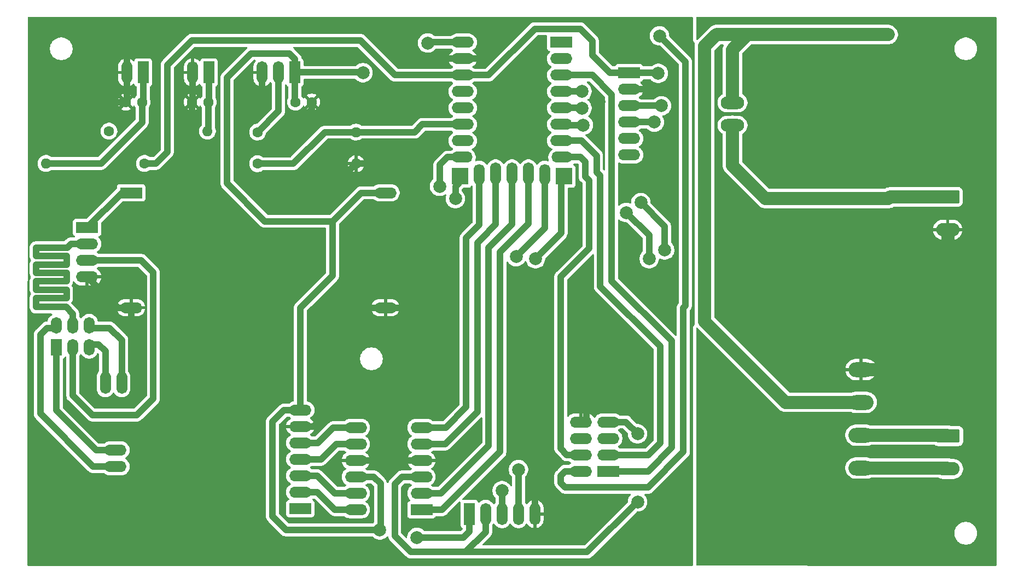
<source format=gbr>
%TF.GenerationSoftware,KiCad,Pcbnew,9.0.0*%
%TF.CreationDate,2025-07-02T01:34:39-03:00*%
%TF.ProjectId,EcoMaua_DC_Motor_Controller_v0,45636f4d-6175-4615-9f44-435f4d6f746f,rev?*%
%TF.SameCoordinates,Original*%
%TF.FileFunction,Copper,L2,Bot*%
%TF.FilePolarity,Positive*%
%FSLAX46Y46*%
G04 Gerber Fmt 4.6, Leading zero omitted, Abs format (unit mm)*
G04 Created by KiCad (PCBNEW 9.0.0) date 2025-07-02 01:34:39*
%MOMM*%
%LPD*%
G01*
G04 APERTURE LIST*
G04 Aperture macros list*
%AMRoundRect*
0 Rectangle with rounded corners*
0 $1 Rounding radius*
0 $2 $3 $4 $5 $6 $7 $8 $9 X,Y pos of 4 corners*
0 Add a 4 corners polygon primitive as box body*
4,1,4,$2,$3,$4,$5,$6,$7,$8,$9,$2,$3,0*
0 Add four circle primitives for the rounded corners*
1,1,$1+$1,$2,$3*
1,1,$1+$1,$4,$5*
1,1,$1+$1,$6,$7*
1,1,$1+$1,$8,$9*
0 Add four rect primitives between the rounded corners*
20,1,$1+$1,$2,$3,$4,$5,0*
20,1,$1+$1,$4,$5,$6,$7,0*
20,1,$1+$1,$6,$7,$8,$9,0*
20,1,$1+$1,$8,$9,$2,$3,0*%
G04 Aperture macros list end*
%TA.AperFunction,ComponentPad*%
%ADD10C,1.600000*%
%TD*%
%TA.AperFunction,ComponentPad*%
%ADD11O,1.600000X1.600000*%
%TD*%
%TA.AperFunction,ComponentPad*%
%ADD12R,3.400000X1.700000*%
%TD*%
%TA.AperFunction,ComponentPad*%
%ADD13O,3.400000X1.700000*%
%TD*%
%TA.AperFunction,ComponentPad*%
%ADD14O,1.700000X3.400000*%
%TD*%
%TA.AperFunction,ComponentPad*%
%ADD15O,3.900000X2.300000*%
%TD*%
%TA.AperFunction,ComponentPad*%
%ADD16R,1.700000X2.550000*%
%TD*%
%TA.AperFunction,ComponentPad*%
%ADD17O,1.700000X2.550000*%
%TD*%
%TA.AperFunction,ComponentPad*%
%ADD18R,1.700000X3.400000*%
%TD*%
%TA.AperFunction,ComponentPad*%
%ADD19RoundRect,0.249999X-1.550001X0.790001X-1.550001X-0.790001X1.550001X-0.790001X1.550001X0.790001X0*%
%TD*%
%TA.AperFunction,ComponentPad*%
%ADD20O,3.600000X2.080000*%
%TD*%
%TA.AperFunction,ComponentPad*%
%ADD21O,3.650000X1.950000*%
%TD*%
%TA.AperFunction,ComponentPad*%
%ADD22O,3.200000X1.700000*%
%TD*%
%TA.AperFunction,ComponentPad*%
%ADD23R,2.550000X2.550000*%
%TD*%
%TA.AperFunction,ComponentPad*%
%ADD24O,1.700000X3.200000*%
%TD*%
%TA.AperFunction,ViaPad*%
%ADD25C,2.000000*%
%TD*%
%TA.AperFunction,Conductor*%
%ADD26C,1.000000*%
%TD*%
%TA.AperFunction,Conductor*%
%ADD27C,2.000000*%
%TD*%
G04 APERTURE END LIST*
D10*
%TO.P,C3,1*%
%TO.N,+5V*%
X96250000Y-69250000D03*
%TO.P,C3,2*%
%TO.N,GND*%
X98750000Y-69250000D03*
%TD*%
%TO.P,R4,1*%
%TO.N,VBATT+*%
X173750000Y-84200000D03*
D11*
%TO.P,R4,2*%
%TO.N,VBATT-*%
X173750000Y-58800000D03*
%TD*%
D12*
%TO.P,M3,1,INT*%
%TO.N,unconnected-(M3-INT-Pad1)*%
X97000000Y-132175000D03*
D13*
%TO.P,M3,2,SCK*%
%TO.N,SPI_SCK_5V*%
X97000000Y-129635000D03*
%TO.P,M3,3,SI*%
%TO.N,SPI_MOSI_5V*%
X97000000Y-127095000D03*
%TO.P,M3,4,SO*%
%TO.N,SPI_MISO_5V*%
X97000000Y-124555000D03*
%TO.P,M3,5,CS*%
%TO.N,SPI_CS_CAN_5V*%
X97000000Y-122015000D03*
%TO.P,M3,6,GND*%
%TO.N,GND*%
X97000000Y-119475000D03*
%TO.P,M3,7,VCC*%
%TO.N,+5V*%
X97000000Y-116935000D03*
%TO.P,M3,8,CAN_H*%
%TO.N,CAN_H*%
X68400000Y-125675000D03*
%TO.P,M3,9,CAN_L*%
%TO.N,CAN_L*%
X68400000Y-123135000D03*
D14*
%TO.P,M3,10,CAN_H_120*%
%TO.N,CAN_H_120*%
X69350000Y-112725000D03*
%TO.P,M3,11,CAN_L_120*%
%TO.N,CAN_L_120*%
X66810000Y-112725000D03*
%TD*%
D10*
%TO.P,R5,1*%
%TO.N,VBATT+*%
X178500000Y-84200000D03*
D11*
%TO.P,R5,2*%
%TO.N,VBATT-*%
X178500000Y-58800000D03*
%TD*%
D10*
%TO.P,R3,1*%
%TO.N,VBATT+*%
X169000000Y-84200000D03*
D11*
%TO.P,R3,2*%
%TO.N,VBATT-*%
X169000000Y-58800000D03*
%TD*%
D12*
%TO.P,M5,1,RPWM*%
%TO.N,MOTOR_PWM_1*%
X144650000Y-126400000D03*
D13*
%TO.P,M5,2,LPWM*%
%TO.N,MOTOR_PWM_2*%
X140410000Y-126400000D03*
%TO.P,M5,3,R_EN*%
%TO.N,MOTOR_EN_1*%
X144650000Y-123860000D03*
%TO.P,M5,4,L_EN*%
%TO.N,MOTOR_EN_2*%
X140410000Y-123860000D03*
%TO.P,M5,5,L_IS*%
%TO.N,unconnected-(M5-L_IS-Pad5)*%
X144650000Y-121320000D03*
%TO.P,M5,6,L_IS*%
%TO.N,unconnected-(M5-L_IS-Pad6)*%
X140410000Y-121320000D03*
%TO.P,M5,7,VCC*%
%TO.N,+3.3V*%
X144650000Y-118780000D03*
%TO.P,M5,8,GND*%
%TO.N,GND*%
X140410000Y-118780000D03*
D15*
%TO.P,M5,9,M-*%
%TO.N,Net-(J7-Pin_2)*%
X183800000Y-125892000D03*
%TO.P,M5,10,M+*%
%TO.N,Net-(J7-Pin_1)*%
X183800000Y-120812000D03*
%TO.P,M5,11,B+*%
%TO.N,VBATT-*%
X183800000Y-115732000D03*
%TO.P,M5,12,B-*%
%TO.N,GBATT*%
X183800000Y-110652000D03*
%TD*%
D16*
%TO.P,J2,1,Pin_1*%
%TO.N,CAN_L*%
X59225000Y-107195000D03*
D17*
%TO.P,J2,2,Pin_2*%
%TO.N,CAN_L_OUT*%
X61765000Y-107195000D03*
%TO.P,J2,3,Pin_3*%
%TO.N,CAN_L_120*%
X64305000Y-107195000D03*
%TO.P,J2,4,Pin_4*%
%TO.N,CAN_H_120*%
X64305000Y-103815000D03*
%TO.P,J2,5,Pin_5*%
%TO.N,CAN_H_OUT*%
X61765000Y-103815000D03*
%TO.P,J2,6,Pin_6*%
%TO.N,CAN_H*%
X59225000Y-103815000D03*
%TD*%
D18*
%TO.P,J8,1,Pin_1*%
%TO.N,+5V*%
X96165000Y-64670000D03*
D14*
%TO.P,J8,2,Pin_2*%
%TO.N,THROTTLE_5V*%
X93625000Y-64670000D03*
%TO.P,J8,3,Pin_3*%
%TO.N,GND*%
X91085000Y-64670000D03*
%TD*%
D10*
%TO.P,R1,1*%
%TO.N,+3.3V*%
X72870000Y-78750000D03*
D11*
%TO.P,R1,2*%
%TO.N,ENC0*%
X57630000Y-78750000D03*
%TD*%
D12*
%TO.P,M2,1,LV1*%
%TO.N,SPI_SCK_3V3*%
X115747729Y-132350000D03*
D13*
%TO.P,M2,2,LV2*%
%TO.N,SPI_MOSI_3V3*%
X115747729Y-129810000D03*
%TO.P,M2,3,LV*%
%TO.N,+3.3V*%
X115747729Y-127270000D03*
%TO.P,M2,4,GND*%
%TO.N,GND*%
X115747729Y-124730000D03*
%TO.P,M2,5,LV3*%
%TO.N,SPI_MISO_3V3*%
X115747729Y-122190000D03*
%TO.P,M2,6,LV4*%
%TO.N,SPI_CS_CAN_3V3*%
X115747729Y-119650000D03*
%TO.P,M2,7,HV4*%
%TO.N,SPI_CS_CAN_5V*%
X105587729Y-119650000D03*
%TO.P,M2,8,HV3*%
%TO.N,SPI_MISO_5V*%
X105587729Y-122190000D03*
%TO.P,M2,9,GND*%
%TO.N,GND*%
X105587729Y-124730000D03*
%TO.P,M2,10,HV*%
%TO.N,+5V*%
X105587729Y-127270000D03*
%TO.P,M2,11,HV2*%
%TO.N,SPI_MOSI_5V*%
X105587729Y-129810000D03*
%TO.P,M2,12,HV1*%
%TO.N,SPI_SCK_5V*%
X105587729Y-132350000D03*
%TD*%
D18*
%TO.P,J6,1,Pin_1*%
%TO.N,+5V*%
X123140000Y-133020000D03*
D14*
%TO.P,J6,2,Pin_2*%
%TO.N,+3.3V*%
X125680000Y-133020000D03*
%TO.P,J6,3,Pin_3*%
%TO.N,UART_TX*%
X128220000Y-133020000D03*
%TO.P,J6,4,Pin_4*%
%TO.N,UART_RX*%
X130760000Y-133020000D03*
%TO.P,J6,5,Pin_5*%
%TO.N,GND*%
X133300000Y-133020000D03*
%TD*%
D12*
%TO.P,M1,1,IN+*%
%TO.N,VCTRL*%
X70802500Y-83300000D03*
D13*
%TO.P,M1,2,IN-*%
%TO.N,GND*%
X70802500Y-101080000D03*
%TO.P,M1,3,OUT+*%
%TO.N,+5V*%
X110172500Y-83300000D03*
%TO.P,M1,4,OUT-*%
%TO.N,GND*%
X110172500Y-101080000D03*
%TD*%
D10*
%TO.P,R6,1*%
%TO.N,VBATT+*%
X183250000Y-84200000D03*
D11*
%TO.P,R6,2*%
%TO.N,VBATT-*%
X183250000Y-58800000D03*
%TD*%
D19*
%TO.P,J7,1,Pin_1*%
%TO.N,Net-(J7-Pin_1)*%
X197277500Y-120960000D03*
D20*
%TO.P,J7,2,Pin_2*%
%TO.N,Net-(J7-Pin_2)*%
X197277500Y-126040000D03*
%TD*%
D18*
%TO.P,J4,1,Pin_1*%
%TO.N,ENC0*%
X72670000Y-64670000D03*
D14*
%TO.P,J4,2,Pin_2*%
%TO.N,GND*%
X70130000Y-64670000D03*
%TD*%
D12*
%TO.P,M4,1,VCC*%
%TO.N,+3.3V*%
X147885000Y-64738000D03*
D13*
%TO.P,M4,2,GND*%
%TO.N,GND*%
X147885000Y-67278000D03*
%TO.P,M4,3,SCL*%
%TO.N,I2C_SCL*%
X147885000Y-69818000D03*
%TO.P,M4,4,SDA*%
%TO.N,I2C_SDA*%
X147885000Y-72358000D03*
%TO.P,M4,5,Vin-*%
%TO.N,unconnected-(M4-Vin--Pad5)*%
X147885000Y-74898000D03*
%TO.P,M4,6,Vin+*%
%TO.N,unconnected-(M4-Vin+-Pad6)*%
X147885000Y-77438000D03*
D21*
%TO.P,M4,7,Vin+*%
%TO.N,VBATT+*%
X163885000Y-72838000D03*
%TO.P,M4,8,Vin-*%
%TO.N,VBATT-*%
X163885000Y-69338000D03*
%TD*%
D10*
%TO.P,R9,1*%
%TO.N,THROTTLE_3V3*%
X90380000Y-78800000D03*
D11*
%TO.P,R9,2*%
%TO.N,GND*%
X105620000Y-78800000D03*
%TD*%
D10*
%TO.P,C2,1*%
%TO.N,ENC1*%
X82750000Y-69250000D03*
%TO.P,C2,2*%
%TO.N,GND*%
X80250000Y-69250000D03*
%TD*%
D12*
%TO.P,RP1,1,GPIO0*%
%TO.N,unconnected-(RP1-GPIO0-Pad1)*%
X137378000Y-60000000D03*
D13*
%TO.P,RP1,2,GPIO1*%
%TO.N,unconnected-(RP1-GPIO1-Pad2)*%
X137378000Y-62540000D03*
%TO.P,RP1,3,GPIO2*%
%TO.N,MOTOR_PWM_1*%
X137378000Y-65080000D03*
%TO.P,RP1,4,GPIO3*%
%TO.N,MOTOR_PWM_2*%
X137378000Y-67620000D03*
%TO.P,RP1,5,GPIO4*%
%TO.N,UART_TX*%
X137378000Y-70160000D03*
%TO.P,RP1,6,GPIO5*%
%TO.N,UART_RX*%
X137378000Y-72700000D03*
%TO.P,RP1,7,GPIO6*%
%TO.N,MOTOR_EN_1*%
X137378000Y-75240000D03*
D22*
%TO.P,RP1,8,GPIO7*%
%TO.N,MOTOR_EN_2*%
X137478000Y-77780000D03*
D23*
%TO.P,RP1,9,GPIO8*%
%TO.N,ENC0*%
X137803000Y-80745000D03*
D24*
%TO.P,RP1,10,GPIO9*%
%TO.N,ENC1*%
X134838000Y-80420000D03*
D14*
%TO.P,RP1,11,GPIO10*%
%TO.N,SPI_SCK_3V3*%
X132298000Y-80320000D03*
%TO.P,RP1,12,GPIO11*%
%TO.N,SPI_MOSI_3V3*%
X129758000Y-80320000D03*
%TO.P,RP1,13,GPIO12*%
%TO.N,SPI_MISO_3V3*%
X127218000Y-80320000D03*
D24*
%TO.P,RP1,14,GPIO13*%
%TO.N,SPI_CS_CAN_3V3*%
X124678000Y-80420000D03*
D23*
%TO.P,RP1,15,GPIO14*%
%TO.N,I2C_SDA*%
X121713000Y-80745000D03*
D22*
%TO.P,RP1,16,GPIO15*%
%TO.N,I2C_SCL*%
X122038000Y-77780000D03*
D13*
%TO.P,RP1,17,GPIO26_ADC0*%
%TO.N,unconnected-(RP1-GPIO26_ADC0-Pad17)*%
X122138000Y-75240000D03*
%TO.P,RP1,18,GPIO27_ADC1*%
%TO.N,THROTTLE_3V3*%
X122138000Y-72700000D03*
%TO.P,RP1,19,GPIO28_ADC2*%
%TO.N,unconnected-(RP1-GPIO28_ADC2-Pad19)*%
X122138000Y-70160000D03*
%TO.P,RP1,20,GPIO29_ADC3*%
%TO.N,unconnected-(RP1-GPIO29_ADC3-Pad20)*%
X122138000Y-67620000D03*
%TO.P,RP1,21,3V3*%
%TO.N,+3.3V*%
X122138000Y-65080000D03*
%TO.P,RP1,22,GND*%
%TO.N,GND*%
X122138000Y-62540000D03*
%TO.P,RP1,23,5V*%
%TO.N,+5V*%
X122138000Y-60000000D03*
%TD*%
D12*
%TO.P,J1,1,Pin_1*%
%TO.N,VCTRL*%
X64000000Y-88670000D03*
D13*
%TO.P,J1,2,Pin_2*%
%TO.N,CAN_H_OUT*%
X64000000Y-91210000D03*
%TO.P,J1,3,Pin_3*%
%TO.N,CAN_L_OUT*%
X64000000Y-93750000D03*
%TO.P,J1,4,Pin_4*%
%TO.N,GND*%
X64000000Y-96290000D03*
%TD*%
D18*
%TO.P,J5,1,Pin_1*%
%TO.N,ENC1*%
X82871200Y-64670000D03*
D14*
%TO.P,J5,2,Pin_2*%
%TO.N,GND*%
X80331200Y-64670000D03*
%TD*%
D10*
%TO.P,R7,1*%
%TO.N,VBATT+*%
X188000000Y-84200000D03*
D11*
%TO.P,R7,2*%
%TO.N,VBATT-*%
X188000000Y-58800000D03*
%TD*%
D10*
%TO.P,R2,1*%
%TO.N,+3.3V*%
X67380000Y-73750000D03*
D11*
%TO.P,R2,2*%
%TO.N,ENC1*%
X82620000Y-73750000D03*
%TD*%
D19*
%TO.P,J3,1,Pin_1*%
%TO.N,VBATT+*%
X197200000Y-83920000D03*
D20*
%TO.P,J3,2,Pin_2*%
%TO.N,GBATT*%
X197200000Y-89000000D03*
%TD*%
D10*
%TO.P,C1,1*%
%TO.N,ENC0*%
X72500000Y-69250000D03*
%TO.P,C1,2*%
%TO.N,GND*%
X70000000Y-69250000D03*
%TD*%
%TO.P,R8,1*%
%TO.N,THROTTLE_5V*%
X90380000Y-73900000D03*
D11*
%TO.P,R8,2*%
%TO.N,THROTTLE_3V3*%
X105620000Y-73900000D03*
%TD*%
D25*
%TO.N,GND*%
X141200000Y-100800000D03*
X99300000Y-104400000D03*
X143200000Y-69200000D03*
X71700000Y-104400000D03*
X126700000Y-60400000D03*
X129800000Y-71025000D03*
X119400000Y-134525000D03*
X150300000Y-80500000D03*
X86100000Y-104400000D03*
X133300000Y-100800000D03*
X144687005Y-57831014D03*
X147750000Y-94500000D03*
X139500000Y-85250000D03*
%TO.N,ENC0*%
X133400000Y-93500000D03*
%TO.N,ENC1*%
X130395991Y-93185991D03*
%TO.N,+5V*%
X116700000Y-60100000D03*
X106700000Y-64700000D03*
X109300000Y-135500000D03*
X115040991Y-136650000D03*
%TO.N,UART_TX*%
X140600000Y-70200000D03*
X149700000Y-84800000D03*
X153392704Y-92144464D03*
X128220000Y-129400000D03*
%TO.N,+3.3V*%
X149200000Y-131150000D03*
X152400000Y-64800000D03*
X149200000Y-120600000D03*
%TO.N,UART_RX*%
X147430403Y-86352882D03*
X130760000Y-126150000D03*
X151000000Y-93500000D03*
X140800000Y-72800000D03*
%TO.N,I2C_SCL*%
X118560000Y-82300000D03*
X152900000Y-69820000D03*
%TO.N,I2C_SDA*%
X151800000Y-72358000D03*
X121000000Y-84200000D03*
%TO.N,MOTOR_PWM_2*%
X140600000Y-67600000D03*
X152600000Y-59000000D03*
%TD*%
D26*
%TO.N,GND*%
X101700000Y-116800000D02*
X108700000Y-116800000D01*
X100800000Y-104300000D02*
X104020000Y-101080000D01*
X110172500Y-101080000D02*
X112920000Y-101080000D01*
X55600000Y-76800000D02*
X55600000Y-77879447D01*
X98750000Y-70381370D02*
X92831370Y-76300000D01*
X147344009Y-57844009D02*
X150751000Y-61251000D01*
X108700000Y-116800000D02*
X110500000Y-118600000D01*
X112920000Y-101080000D02*
X115900000Y-98100000D01*
X144700000Y-57844009D02*
X147344009Y-57844009D01*
X80250000Y-81100000D02*
X80250000Y-98550000D01*
X68000000Y-81100000D02*
X80250000Y-81100000D01*
X91085000Y-68015000D02*
X91085000Y-64670000D01*
X124560000Y-62540000D02*
X122138000Y-62540000D01*
X80331200Y-64670000D02*
X80331200Y-69168800D01*
X55600000Y-77879447D02*
X55579000Y-77900447D01*
X104020000Y-101080000D02*
X110172500Y-101080000D01*
X63150000Y-69250000D02*
X55600000Y-76800000D01*
X110500000Y-124730000D02*
X115747729Y-124730000D01*
X70130000Y-69120000D02*
X70000000Y-69250000D01*
X152034395Y-61251000D02*
X154651000Y-63867605D01*
X70802500Y-103502500D02*
X71700000Y-104400000D01*
X154651000Y-63867605D02*
X154651000Y-66249000D01*
X141260000Y-100860000D02*
X141200000Y-100800000D01*
X87400000Y-80700000D02*
X90100000Y-83400000D01*
X153622000Y-67278000D02*
X147885000Y-67278000D01*
X55600000Y-81900000D02*
X59000000Y-85300000D01*
X80250000Y-69250000D02*
X80250000Y-81100000D01*
X90100000Y-83400000D02*
X101020000Y-83400000D01*
X70802500Y-101080000D02*
X70802500Y-103502500D01*
X70802500Y-101080000D02*
X68790000Y-101080000D01*
X63800000Y-85300000D02*
X68000000Y-81100000D01*
X111200000Y-78800000D02*
X105620000Y-78800000D01*
X101020000Y-83400000D02*
X105620000Y-78800000D01*
X99025000Y-119475000D02*
X101700000Y-116800000D01*
X59000000Y-85300000D02*
X63800000Y-85300000D01*
X70000000Y-69250000D02*
X63150000Y-69250000D01*
X55600000Y-79620553D02*
X55600000Y-81900000D01*
X133300000Y-133020000D02*
X133300000Y-100800000D01*
X150751000Y-61251000D02*
X152034395Y-61251000D01*
X74000000Y-57600000D02*
X70130000Y-61470000D01*
X92831370Y-76300000D02*
X88600000Y-76300000D01*
X87400000Y-75100000D02*
X87400000Y-74600000D01*
X55579000Y-79599553D02*
X55600000Y-79620553D01*
X99300000Y-104400000D02*
X99400000Y-104300000D01*
X110500000Y-118600000D02*
X110500000Y-124730000D01*
X144687005Y-57831014D02*
X144700000Y-57844009D01*
X80250000Y-98550000D02*
X86100000Y-104400000D01*
X101700000Y-116800000D02*
X101700000Y-105200000D01*
X87400000Y-74600000D02*
X87400000Y-71700000D01*
X88600000Y-76300000D02*
X87400000Y-75100000D01*
X122138000Y-62540000D02*
X113140000Y-62540000D01*
X70130000Y-64670000D02*
X70130000Y-69120000D01*
X154651000Y-66249000D02*
X153622000Y-67278000D01*
X97000000Y-119475000D02*
X99025000Y-119475000D01*
X55579000Y-77900447D02*
X55579000Y-79599553D01*
X99400000Y-104300000D02*
X100800000Y-104300000D01*
X141260000Y-118780000D02*
X141260000Y-100860000D01*
X126700000Y-60400000D02*
X124560000Y-62540000D01*
X113140000Y-62540000D02*
X108200000Y-57600000D01*
X101700000Y-105200000D02*
X100800000Y-104300000D01*
X115900000Y-98100000D02*
X115900000Y-83500000D01*
X98750000Y-69250000D02*
X98750000Y-70381370D01*
X70130000Y-61470000D02*
X70130000Y-64670000D01*
X80331200Y-69168800D02*
X80250000Y-69250000D01*
X87400000Y-74600000D02*
X87400000Y-80700000D01*
X108200000Y-57600000D02*
X74000000Y-57600000D01*
X87400000Y-71700000D02*
X91085000Y-68015000D01*
X115900000Y-83500000D02*
X111200000Y-78800000D01*
X105587729Y-124730000D02*
X110500000Y-124730000D01*
X68790000Y-101080000D02*
X64000000Y-96290000D01*
%TO.N,ENC0*%
X72500000Y-72400000D02*
X66150000Y-78750000D01*
X72670000Y-69080000D02*
X72500000Y-69250000D01*
X72670000Y-64670000D02*
X72670000Y-69080000D01*
X133400000Y-93500000D02*
X137378000Y-89522000D01*
X137378000Y-89522000D02*
X137378000Y-80320000D01*
X66150000Y-78750000D02*
X57630000Y-78750000D01*
X72500000Y-69250000D02*
X72500000Y-72400000D01*
%TO.N,ENC1*%
X130395991Y-93185991D02*
X134838000Y-88743982D01*
X82871200Y-64670000D02*
X82871200Y-69128800D01*
X82750000Y-69250000D02*
X82750000Y-73620000D01*
X82750000Y-73620000D02*
X82620000Y-73750000D01*
X82871200Y-69128800D02*
X82750000Y-69250000D01*
X134838000Y-88743982D02*
X134838000Y-80320000D01*
%TO.N,+5V*%
X96165000Y-64670000D02*
X96165000Y-69165000D01*
X92700000Y-133400000D02*
X94800000Y-135500000D01*
X95319000Y-61719000D02*
X89381000Y-61719000D01*
X94800000Y-135500000D02*
X109300000Y-135500000D01*
X102000000Y-87700000D02*
X102000000Y-96100000D01*
X106700000Y-64700000D02*
X106670000Y-64670000D01*
X97000000Y-101100000D02*
X97000000Y-116935000D01*
X109300000Y-135500000D02*
X109400000Y-135400000D01*
X85649000Y-81849000D02*
X91500000Y-87700000D01*
X110172500Y-83300000D02*
X106400000Y-83300000D01*
X106670000Y-64670000D02*
X96165000Y-64670000D01*
X122138000Y-60000000D02*
X116800000Y-60000000D01*
X109400000Y-135400000D02*
X109400000Y-128300000D01*
X85649000Y-65451000D02*
X85649000Y-81849000D01*
X96165000Y-62565000D02*
X95319000Y-61719000D01*
X123140000Y-135760000D02*
X123140000Y-133020000D01*
X109400000Y-128300000D02*
X108370000Y-127270000D01*
X89381000Y-61719000D02*
X85649000Y-65451000D01*
X97000000Y-116935000D02*
X94465000Y-116935000D01*
X94465000Y-116935000D02*
X92700000Y-118700000D01*
X122250000Y-136650000D02*
X123140000Y-135760000D01*
X96165000Y-69165000D02*
X96250000Y-69250000D01*
X106400000Y-83300000D02*
X102000000Y-87700000D01*
X108370000Y-127270000D02*
X105587729Y-127270000D01*
X91500000Y-87700000D02*
X102000000Y-87700000D01*
X102000000Y-96100000D02*
X97000000Y-101100000D01*
X96165000Y-64670000D02*
X96165000Y-62565000D01*
X92700000Y-118700000D02*
X92700000Y-133400000D01*
X116800000Y-60000000D02*
X116700000Y-60100000D01*
X115040991Y-136650000D02*
X122250000Y-136650000D01*
%TO.N,CAN_H_OUT*%
X61490000Y-91210000D02*
X64000000Y-91210000D01*
X60800000Y-95700000D02*
X56100000Y-95700000D01*
X56100000Y-93100000D02*
X56100000Y-91800000D01*
X56100000Y-91800000D02*
X60900000Y-91800000D01*
X56100000Y-97000000D02*
X60800000Y-97000000D01*
X61765000Y-102024000D02*
X60731400Y-100990400D01*
X56100000Y-99600000D02*
X60800000Y-99600000D01*
X60731400Y-100990400D02*
X56100000Y-100990400D01*
X56100000Y-95700000D02*
X56100000Y-94400000D01*
X56100000Y-100990400D02*
X56100000Y-99600000D01*
X60800000Y-93100000D02*
X56100000Y-93100000D01*
X60800000Y-97000000D02*
X60800000Y-95700000D01*
X56100000Y-98300000D02*
X56100000Y-97000000D01*
X60800000Y-94400000D02*
X60800000Y-93100000D01*
X61765000Y-104235000D02*
X61765000Y-102024000D01*
X56100000Y-94400000D02*
X60800000Y-94400000D01*
X60800000Y-98300000D02*
X56100000Y-98300000D01*
X60900000Y-91800000D02*
X61490000Y-91210000D01*
X60800000Y-99600000D02*
X60800000Y-98300000D01*
%TO.N,VCTRL*%
X70802500Y-83300000D02*
X69370000Y-83300000D01*
X69370000Y-83300000D02*
X64000000Y-88670000D01*
%TO.N,CAN_L_OUT*%
X74250000Y-98894215D02*
X74250000Y-115150000D01*
X71700000Y-117700000D02*
X64800000Y-117700000D01*
X64800000Y-117700000D02*
X61765000Y-114665000D01*
X72350000Y-93750000D02*
X64000000Y-93750000D01*
X74250000Y-98750000D02*
X74250000Y-95650000D01*
X74250000Y-95650000D02*
X72350000Y-93750000D01*
X61765000Y-114665000D02*
X61765000Y-106775000D01*
X74250000Y-115150000D02*
X71700000Y-117700000D01*
X74250000Y-98750000D02*
X74250000Y-98894215D01*
%TO.N,CAN_L_120*%
X64305000Y-106775000D02*
X65775000Y-106775000D01*
X66810000Y-107810000D02*
X66810000Y-112725000D01*
X65775000Y-106775000D02*
X66810000Y-107810000D01*
%TO.N,CAN_L*%
X65385000Y-123135000D02*
X59225000Y-116975000D01*
X59225000Y-116975000D02*
X59225000Y-106775000D01*
X68400000Y-123135000D02*
X65385000Y-123135000D01*
%TO.N,CAN_H*%
X57765000Y-104235000D02*
X56750000Y-105250000D01*
X56750000Y-117500000D02*
X64925000Y-125675000D01*
X64925000Y-125675000D02*
X68400000Y-125675000D01*
X56750000Y-105250000D02*
X56750000Y-117500000D01*
X59225000Y-104235000D02*
X57765000Y-104235000D01*
%TO.N,CAN_H_120*%
X67485000Y-104235000D02*
X64305000Y-104235000D01*
X69350000Y-106100000D02*
X67485000Y-104235000D01*
X69350000Y-112725000D02*
X69350000Y-106100000D01*
D27*
%TO.N,GBATT*%
X197200000Y-89000000D02*
X197200000Y-102800000D01*
X189348000Y-110652000D02*
X183800000Y-110652000D01*
X197200000Y-102800000D02*
X189348000Y-110652000D01*
%TO.N,VBATT+*%
X169000000Y-84200000D02*
X173750000Y-84200000D01*
X163885000Y-79085000D02*
X169000000Y-84200000D01*
X188280000Y-83920000D02*
X188000000Y-84200000D01*
X163885000Y-72838000D02*
X163885000Y-79085000D01*
X188000000Y-84200000D02*
X183250000Y-84200000D01*
X183250000Y-84200000D02*
X178500000Y-84200000D01*
X173750000Y-84200000D02*
X178500000Y-84200000D01*
X197200000Y-83920000D02*
X188280000Y-83920000D01*
D26*
%TO.N,UART_TX*%
X128200000Y-133000000D02*
X128220000Y-133020000D01*
X140560000Y-70160000D02*
X140600000Y-70200000D01*
X153392704Y-88492704D02*
X153392704Y-92144464D01*
X149700000Y-84800000D02*
X153392704Y-88492704D01*
X137378000Y-70160000D02*
X140560000Y-70160000D01*
X128220000Y-129400000D02*
X128220000Y-133020000D01*
%TO.N,+3.3V*%
X144938000Y-64738000D02*
X142200000Y-62000000D01*
X147885000Y-64738000D02*
X152338000Y-64738000D01*
X141400000Y-138900000D02*
X122600000Y-138900000D01*
X149150000Y-131150000D02*
X141400000Y-138900000D01*
X133301000Y-57899000D02*
X126120000Y-65080000D01*
X142200000Y-59770000D02*
X140329000Y-57899000D01*
X122600000Y-138900000D02*
X125680000Y-135820000D01*
X76400000Y-63500000D02*
X76400000Y-77000000D01*
X149200000Y-131150000D02*
X149150000Y-131150000D01*
X149200000Y-120600000D02*
X147380000Y-118780000D01*
X126120000Y-65080000D02*
X122138000Y-65080000D01*
X114100000Y-138900000D02*
X122600000Y-138900000D01*
X142200000Y-62000000D02*
X142200000Y-59770000D01*
X111680000Y-65080000D02*
X106300000Y-59700000D01*
X80200000Y-59700000D02*
X76400000Y-63500000D01*
X111600000Y-136400000D02*
X114100000Y-138900000D01*
X111600000Y-128400000D02*
X111600000Y-136400000D01*
X125680000Y-135820000D02*
X125680000Y-133020000D01*
X147380000Y-118780000D02*
X143800000Y-118780000D01*
X147885000Y-64738000D02*
X144938000Y-64738000D01*
X122138000Y-65080000D02*
X111680000Y-65080000D01*
X106300000Y-59700000D02*
X80200000Y-59700000D01*
X152338000Y-64738000D02*
X152400000Y-64800000D01*
X74650000Y-78750000D02*
X72870000Y-78750000D01*
X76400000Y-77000000D02*
X74650000Y-78750000D01*
X115747729Y-127270000D02*
X112730000Y-127270000D01*
X140329000Y-57899000D02*
X133301000Y-57899000D01*
X112730000Y-127270000D02*
X111600000Y-128400000D01*
%TO.N,UART_RX*%
X130760000Y-126150000D02*
X130760000Y-133020000D01*
X147430403Y-86352882D02*
X147452882Y-86352882D01*
X140800000Y-72800000D02*
X137478000Y-72800000D01*
X147452882Y-86352882D02*
X151000000Y-89900000D01*
X151000000Y-89900000D02*
X151000000Y-93500000D01*
X137478000Y-72800000D02*
X137378000Y-72700000D01*
D27*
%TO.N,Net-(J7-Pin_2)*%
X197129500Y-125892000D02*
X197277500Y-126040000D01*
X183800000Y-125892000D02*
X197129500Y-125892000D01*
%TO.N,Net-(J7-Pin_1)*%
X183800000Y-120812000D02*
X197129500Y-120812000D01*
X197129500Y-120812000D02*
X197277500Y-120960000D01*
D26*
%TO.N,THROTTLE_5V*%
X93625000Y-70655000D02*
X90380000Y-73900000D01*
X93625000Y-64670000D02*
X93625000Y-70655000D01*
%TO.N,SPI_CS_CAN_3V3*%
X124678000Y-80320000D02*
X124678000Y-88269424D01*
X123149000Y-89798424D02*
X122647000Y-90300424D01*
X124678000Y-88269424D02*
X124174712Y-88772712D01*
X119473712Y-119650000D02*
X115747729Y-119650000D01*
X122647000Y-90324136D02*
X122647000Y-91774712D01*
X124174712Y-88772712D02*
X123149000Y-89798424D01*
X122647000Y-90300424D02*
X122647000Y-90324136D01*
X122647000Y-91774712D02*
X122647000Y-116476712D01*
X122647000Y-116476712D02*
X119473712Y-119650000D01*
%TO.N,SPI_MOSI_3V3*%
X118790000Y-129810000D02*
X126149000Y-122451000D01*
X126700000Y-91200000D02*
X129758000Y-88142000D01*
X129758000Y-88142000D02*
X129758000Y-80320000D01*
X126149000Y-122451000D02*
X126149000Y-91774712D01*
X126149000Y-91774712D02*
X126700000Y-91223712D01*
X126700000Y-91223712D02*
X126700000Y-91200000D01*
X115747729Y-129810000D02*
X118790000Y-129810000D01*
%TO.N,SPI_CS_CAN_5V*%
X97000000Y-122015000D02*
X99735000Y-122015000D01*
X102100000Y-119650000D02*
X105587729Y-119650000D01*
X99735000Y-122015000D02*
X102100000Y-119650000D01*
%TO.N,SPI_SCK_3V3*%
X118950000Y-132350000D02*
X127900000Y-123400000D01*
X127900000Y-123400000D02*
X127900000Y-92500000D01*
X127900000Y-92500000D02*
X132298000Y-88102000D01*
X115747729Y-132350000D02*
X118950000Y-132350000D01*
X132298000Y-88102000D02*
X132298000Y-80320000D01*
%TO.N,SPI_MISO_3V3*%
X119410000Y-122190000D02*
X124398000Y-117202000D01*
X124900000Y-90547424D02*
X124900000Y-90523712D01*
X124398000Y-117202000D02*
X124398000Y-91049424D01*
X115747729Y-122190000D02*
X119410000Y-122190000D01*
X124900000Y-90523712D02*
X127218000Y-88205712D01*
X127218000Y-88205712D02*
X127218000Y-80320000D01*
X124398000Y-91049424D02*
X124900000Y-90547424D01*
%TO.N,SPI_SCK_5V*%
X97000000Y-129635000D02*
X99635000Y-129635000D01*
X99635000Y-129635000D02*
X102350000Y-132350000D01*
X102350000Y-132350000D02*
X105587729Y-132350000D01*
%TO.N,SPI_MISO_5V*%
X100195000Y-124555000D02*
X102560000Y-122190000D01*
X102560000Y-122190000D02*
X105587729Y-122190000D01*
X97000000Y-124555000D02*
X100195000Y-124555000D01*
%TO.N,SPI_MOSI_5V*%
X102310000Y-129810000D02*
X105587729Y-129810000D01*
X97000000Y-127095000D02*
X99595000Y-127095000D01*
X99595000Y-127095000D02*
X102310000Y-129810000D01*
D27*
%TO.N,VBATT-*%
X183800000Y-115732000D02*
X172132000Y-115732000D01*
X163885000Y-61115000D02*
X163885000Y-69338000D01*
X166200000Y-58800000D02*
X163885000Y-61115000D01*
X169000000Y-58800000D02*
X166200000Y-58800000D01*
X178500000Y-58800000D02*
X183250000Y-58800000D01*
X159600000Y-103200000D02*
X159600000Y-60600000D01*
X188000000Y-58800000D02*
X183250000Y-58800000D01*
X173750000Y-58800000D02*
X178500000Y-58800000D01*
X159600000Y-60600000D02*
X161400000Y-58800000D01*
X161400000Y-58800000D02*
X166200000Y-58800000D01*
X169000000Y-58800000D02*
X173750000Y-58800000D01*
X172132000Y-115732000D02*
X159600000Y-103200000D01*
D26*
%TO.N,I2C_SCL*%
X118600000Y-82260000D02*
X118600000Y-78960000D01*
X118600000Y-78960000D02*
X119780000Y-77780000D01*
X147887000Y-69820000D02*
X147885000Y-69818000D01*
X118560000Y-82300000D02*
X118600000Y-82260000D01*
X119780000Y-77780000D02*
X122138000Y-77780000D01*
X152900000Y-69820000D02*
X147887000Y-69820000D01*
%TO.N,I2C_SDA*%
X121000000Y-84200000D02*
X121000000Y-82300000D01*
X121000000Y-82300000D02*
X122138000Y-81162000D01*
X122138000Y-81162000D02*
X122138000Y-80320000D01*
X151800000Y-72358000D02*
X147885000Y-72358000D01*
%TO.N,MOTOR_EN_1*%
X142848290Y-80089820D02*
X142848290Y-77548290D01*
X143170999Y-80412529D02*
X142848290Y-80089820D01*
X150863712Y-123860000D02*
X152728000Y-121995712D01*
X152728000Y-121995712D02*
X152728000Y-107078000D01*
X143428403Y-97778403D02*
X143428403Y-80669933D01*
X152728000Y-107078000D02*
X143428403Y-97778403D01*
X142848290Y-77548290D02*
X140540000Y-75240000D01*
X143428403Y-80669933D02*
X142848290Y-80089820D01*
X143800000Y-123860000D02*
X150863712Y-123860000D01*
X143170999Y-80412529D02*
X143171000Y-80412530D01*
X140540000Y-75240000D02*
X137378000Y-75240000D01*
%TO.N,MOTOR_EN_2*%
X141419999Y-81137817D02*
X141097290Y-80815108D01*
X141677403Y-91922597D02*
X141677403Y-81395221D01*
X141260000Y-123860000D02*
X138260000Y-123860000D01*
X137300000Y-122900000D02*
X137300000Y-96300000D01*
X137300000Y-96300000D02*
X141677403Y-91922597D01*
X141419999Y-81137817D02*
X141419999Y-81137818D01*
X141097290Y-80815108D02*
X141097290Y-79364532D01*
X141097290Y-79364532D02*
X141097290Y-78574712D01*
X141677403Y-81395221D02*
X141419999Y-81137817D01*
X138260000Y-123860000D02*
X137300000Y-122900000D01*
X141097290Y-78497290D02*
X140380000Y-77780000D01*
X141097290Y-78574712D02*
X141097290Y-78497290D01*
X140380000Y-77780000D02*
X137378000Y-77780000D01*
%TO.N,MOTOR_PWM_1*%
X142180000Y-65080000D02*
X137378000Y-65080000D01*
X154479000Y-106229000D02*
X145179403Y-96929403D01*
X145179403Y-96929403D02*
X145179403Y-68079403D01*
X150800000Y-126400000D02*
X154479000Y-122721000D01*
X145179403Y-68079403D02*
X142180000Y-65080000D01*
X143800000Y-126400000D02*
X150800000Y-126400000D01*
X154479000Y-122721000D02*
X154479000Y-106229000D01*
%TO.N,MOTOR_PWM_2*%
X138000000Y-126400000D02*
X141260000Y-126400000D01*
X138000000Y-128900000D02*
X137300000Y-128200000D01*
X150800000Y-128900000D02*
X138000000Y-128900000D01*
X156600000Y-100775712D02*
X156281000Y-101094712D01*
X140600000Y-67600000D02*
X139580000Y-67600000D01*
X156600000Y-63000000D02*
X156600000Y-100775712D01*
X137300000Y-128200000D02*
X137300000Y-127100000D01*
X139560000Y-67620000D02*
X137378000Y-67620000D01*
X156281000Y-123419000D02*
X150800000Y-128900000D01*
X139580000Y-67600000D02*
X139560000Y-67620000D01*
X137300000Y-127100000D02*
X138000000Y-126400000D01*
X156281000Y-101094712D02*
X156281000Y-123419000D01*
X152600000Y-59000000D02*
X156600000Y-63000000D01*
%TO.N,THROTTLE_3V3*%
X100800000Y-73900000D02*
X105620000Y-73900000D01*
X95900000Y-78800000D02*
X100800000Y-73900000D01*
X115900000Y-72700000D02*
X114700000Y-73900000D01*
X90380000Y-78800000D02*
X95900000Y-78800000D01*
X114700000Y-73900000D02*
X105620000Y-73900000D01*
X122138000Y-72700000D02*
X115900000Y-72700000D01*
%TD*%
%TA.AperFunction,Conductor*%
%TO.N,GBATT*%
G36*
X204693039Y-56076585D02*
G01*
X204738794Y-56129389D01*
X204750000Y-56180900D01*
X204750000Y-140931900D01*
X204730315Y-140998939D01*
X204677511Y-141044694D01*
X204626000Y-141055900D01*
X192908000Y-141055900D01*
X158373800Y-141000199D01*
X158306792Y-140980406D01*
X158261123Y-140927528D01*
X158250000Y-140876199D01*
X158250000Y-135885258D01*
X198249500Y-135885258D01*
X198249500Y-136114741D01*
X198274446Y-136304215D01*
X198279452Y-136342238D01*
X198279453Y-136342240D01*
X198338842Y-136563887D01*
X198426650Y-136775876D01*
X198426657Y-136775890D01*
X198541392Y-136974617D01*
X198681081Y-137156661D01*
X198681089Y-137156670D01*
X198843330Y-137318911D01*
X198843338Y-137318918D01*
X199025382Y-137458607D01*
X199025385Y-137458608D01*
X199025388Y-137458611D01*
X199224112Y-137573344D01*
X199224117Y-137573346D01*
X199224123Y-137573349D01*
X199315480Y-137611190D01*
X199436113Y-137661158D01*
X199657762Y-137720548D01*
X199885266Y-137750500D01*
X199885273Y-137750500D01*
X200114727Y-137750500D01*
X200114734Y-137750500D01*
X200342238Y-137720548D01*
X200563887Y-137661158D01*
X200775888Y-137573344D01*
X200974612Y-137458611D01*
X201156661Y-137318919D01*
X201156665Y-137318914D01*
X201156670Y-137318911D01*
X201318911Y-137156670D01*
X201318914Y-137156665D01*
X201318919Y-137156661D01*
X201458611Y-136974612D01*
X201573344Y-136775888D01*
X201661158Y-136563887D01*
X201720548Y-136342238D01*
X201750500Y-136114734D01*
X201750500Y-135885266D01*
X201720548Y-135657762D01*
X201661158Y-135436113D01*
X201573344Y-135224112D01*
X201458611Y-135025388D01*
X201458608Y-135025385D01*
X201458607Y-135025382D01*
X201318918Y-134843338D01*
X201318911Y-134843330D01*
X201156670Y-134681089D01*
X201156661Y-134681081D01*
X200974617Y-134541392D01*
X200775890Y-134426657D01*
X200775876Y-134426650D01*
X200563887Y-134338842D01*
X200342238Y-134279452D01*
X200304215Y-134274446D01*
X200114741Y-134249500D01*
X200114734Y-134249500D01*
X199885266Y-134249500D01*
X199885258Y-134249500D01*
X199668715Y-134278009D01*
X199657762Y-134279452D01*
X199564076Y-134304554D01*
X199436112Y-134338842D01*
X199224123Y-134426650D01*
X199224109Y-134426657D01*
X199025382Y-134541392D01*
X198843338Y-134681081D01*
X198681081Y-134843338D01*
X198541392Y-135025382D01*
X198426657Y-135224109D01*
X198426650Y-135224123D01*
X198338842Y-135436112D01*
X198279453Y-135657759D01*
X198279451Y-135657770D01*
X198249500Y-135885258D01*
X158250000Y-135885258D01*
X158250000Y-125762097D01*
X181349500Y-125762097D01*
X181349500Y-126021902D01*
X181390140Y-126278493D01*
X181470422Y-126525576D01*
X181524316Y-126631347D01*
X181588366Y-126757051D01*
X181741069Y-126967229D01*
X181924771Y-127150931D01*
X182134949Y-127303634D01*
X182282445Y-127378787D01*
X182366423Y-127421577D01*
X182366425Y-127421577D01*
X182366428Y-127421579D01*
X182613507Y-127501860D01*
X182745706Y-127522797D01*
X182870098Y-127542500D01*
X182870103Y-127542500D01*
X184729902Y-127542500D01*
X184843298Y-127524539D01*
X184986493Y-127501860D01*
X185233572Y-127421579D01*
X185264118Y-127406015D01*
X185320412Y-127392500D01*
X195748917Y-127392500D01*
X195805212Y-127406015D01*
X195926155Y-127467639D01*
X196031475Y-127501859D01*
X196156765Y-127542568D01*
X196267686Y-127560136D01*
X196396255Y-127580500D01*
X196396260Y-127580500D01*
X198158745Y-127580500D01*
X198274847Y-127562110D01*
X198398235Y-127542568D01*
X198628847Y-127467638D01*
X198844898Y-127357554D01*
X199041069Y-127215028D01*
X199212528Y-127043569D01*
X199355054Y-126847398D01*
X199465138Y-126631347D01*
X199540068Y-126400735D01*
X199559610Y-126277347D01*
X199578000Y-126161245D01*
X199578000Y-125918754D01*
X199553187Y-125762097D01*
X199540068Y-125679265D01*
X199465138Y-125448653D01*
X199355054Y-125232602D01*
X199336845Y-125207539D01*
X199212533Y-125036437D01*
X199212529Y-125036432D01*
X199041067Y-124864970D01*
X199041062Y-124864966D01*
X198844901Y-124722448D01*
X198844900Y-124722447D01*
X198844898Y-124722446D01*
X198669481Y-124633066D01*
X198628844Y-124612360D01*
X198398236Y-124537432D01*
X198158745Y-124499500D01*
X198158740Y-124499500D01*
X197719186Y-124499500D01*
X197680868Y-124493431D01*
X197480870Y-124428447D01*
X197247597Y-124391500D01*
X197247592Y-124391500D01*
X185320412Y-124391500D01*
X185264118Y-124377985D01*
X185256284Y-124373993D01*
X185233572Y-124362421D01*
X184986493Y-124282140D01*
X184729902Y-124241500D01*
X184729897Y-124241500D01*
X182870103Y-124241500D01*
X182870098Y-124241500D01*
X182613506Y-124282140D01*
X182366423Y-124362422D01*
X182134945Y-124480368D01*
X181924774Y-124633066D01*
X181924768Y-124633071D01*
X181741071Y-124816768D01*
X181741066Y-124816774D01*
X181588368Y-125026945D01*
X181470422Y-125258423D01*
X181390140Y-125505506D01*
X181349500Y-125762097D01*
X158250000Y-125762097D01*
X158250000Y-120682097D01*
X181349500Y-120682097D01*
X181349500Y-120941902D01*
X181390140Y-121198493D01*
X181470422Y-121445576D01*
X181551534Y-121604764D01*
X181588366Y-121677051D01*
X181741069Y-121887229D01*
X181924771Y-122070931D01*
X182134949Y-122223634D01*
X182282445Y-122298787D01*
X182366423Y-122341577D01*
X182366425Y-122341577D01*
X182366428Y-122341579D01*
X182613507Y-122421860D01*
X182745706Y-122442797D01*
X182870098Y-122462500D01*
X182870103Y-122462500D01*
X184729902Y-122462500D01*
X184843298Y-122444539D01*
X184986493Y-122421860D01*
X185233572Y-122341579D01*
X185264118Y-122326015D01*
X185320412Y-122312500D01*
X195177535Y-122312500D01*
X195244574Y-122332185D01*
X195254448Y-122339235D01*
X195258840Y-122342708D01*
X195258844Y-122342712D01*
X195408165Y-122434814D01*
X195574702Y-122489999D01*
X195677490Y-122500500D01*
X195677495Y-122500500D01*
X198877505Y-122500500D01*
X198877510Y-122500500D01*
X198980298Y-122489999D01*
X199146835Y-122434814D01*
X199296156Y-122342712D01*
X199420212Y-122218656D01*
X199512314Y-122069335D01*
X199567499Y-121902798D01*
X199578000Y-121800010D01*
X199578000Y-120119990D01*
X199567499Y-120017202D01*
X199512314Y-119850665D01*
X199420212Y-119701344D01*
X199296156Y-119577288D01*
X199146835Y-119485186D01*
X198980298Y-119430001D01*
X198980296Y-119430000D01*
X198877517Y-119419500D01*
X198877510Y-119419500D01*
X197719186Y-119419500D01*
X197680868Y-119413431D01*
X197480870Y-119348447D01*
X197247597Y-119311500D01*
X197247592Y-119311500D01*
X185320412Y-119311500D01*
X185264118Y-119297985D01*
X185256284Y-119293993D01*
X185233572Y-119282421D01*
X184986493Y-119202140D01*
X184729902Y-119161500D01*
X184729897Y-119161500D01*
X182870103Y-119161500D01*
X182870098Y-119161500D01*
X182613506Y-119202140D01*
X182366423Y-119282422D01*
X182134945Y-119400368D01*
X181924774Y-119553066D01*
X181924768Y-119553071D01*
X181741071Y-119736768D01*
X181741066Y-119736774D01*
X181588368Y-119946945D01*
X181470422Y-120178423D01*
X181390140Y-120425506D01*
X181349500Y-120682097D01*
X158250000Y-120682097D01*
X158250000Y-104271389D01*
X158269685Y-104204350D01*
X158322489Y-104158595D01*
X158391647Y-104148651D01*
X158455203Y-104177676D01*
X158461681Y-104183708D01*
X171154490Y-116876517D01*
X171345566Y-117015343D01*
X171444992Y-117066003D01*
X171556003Y-117122566D01*
X171556005Y-117122566D01*
X171556008Y-117122568D01*
X171676412Y-117161689D01*
X171780631Y-117195553D01*
X172013903Y-117232500D01*
X172013908Y-117232500D01*
X182279588Y-117232500D01*
X182335882Y-117246015D01*
X182366428Y-117261579D01*
X182613507Y-117341860D01*
X182745706Y-117362797D01*
X182870098Y-117382500D01*
X182870103Y-117382500D01*
X184729902Y-117382500D01*
X184843298Y-117364539D01*
X184986493Y-117341860D01*
X185233572Y-117261579D01*
X185465051Y-117143634D01*
X185675229Y-116990931D01*
X185858931Y-116807229D01*
X186011634Y-116597051D01*
X186129579Y-116365572D01*
X186209860Y-116118493D01*
X186232539Y-115975298D01*
X186250500Y-115861902D01*
X186250500Y-115602097D01*
X186228947Y-115466021D01*
X186209860Y-115345507D01*
X186129579Y-115098428D01*
X186129577Y-115098425D01*
X186129577Y-115098423D01*
X186086787Y-115014445D01*
X186011634Y-114866949D01*
X185858931Y-114656771D01*
X185675229Y-114473069D01*
X185465051Y-114320366D01*
X185392764Y-114283534D01*
X185233576Y-114202422D01*
X184986493Y-114122140D01*
X184729902Y-114081500D01*
X184729897Y-114081500D01*
X182870103Y-114081500D01*
X182870098Y-114081500D01*
X182613506Y-114122140D01*
X182494584Y-114160780D01*
X182366428Y-114202421D01*
X182366426Y-114202421D01*
X182366426Y-114202422D01*
X182335882Y-114217985D01*
X182279588Y-114231500D01*
X172804889Y-114231500D01*
X172737850Y-114211815D01*
X172717208Y-114195181D01*
X168924027Y-110402000D01*
X181369029Y-110402000D01*
X183091759Y-110402000D01*
X183078822Y-110433233D01*
X183050000Y-110578131D01*
X183050000Y-110725869D01*
X183078822Y-110870767D01*
X183091759Y-110902000D01*
X181369029Y-110902000D01*
X181390629Y-111038377D01*
X181470883Y-111285377D01*
X181588796Y-111516791D01*
X181741445Y-111726896D01*
X181741449Y-111726901D01*
X181925098Y-111910550D01*
X181925103Y-111910554D01*
X182135208Y-112063203D01*
X182366622Y-112181116D01*
X182613622Y-112261370D01*
X182870143Y-112302000D01*
X183550000Y-112302000D01*
X183550000Y-111360240D01*
X183581233Y-111373178D01*
X183726131Y-111402000D01*
X183873869Y-111402000D01*
X184018767Y-111373178D01*
X184050000Y-111360240D01*
X184050000Y-112302000D01*
X184729857Y-112302000D01*
X184986377Y-112261370D01*
X185233377Y-112181116D01*
X185464791Y-112063203D01*
X185674896Y-111910554D01*
X185674901Y-111910550D01*
X185858550Y-111726901D01*
X185858554Y-111726896D01*
X186011203Y-111516791D01*
X186129116Y-111285377D01*
X186209370Y-111038377D01*
X186230971Y-110902000D01*
X184508241Y-110902000D01*
X184521178Y-110870767D01*
X184550000Y-110725869D01*
X184550000Y-110578131D01*
X184521178Y-110433233D01*
X184508241Y-110402000D01*
X186230971Y-110402000D01*
X186209370Y-110265622D01*
X186129116Y-110018622D01*
X186011203Y-109787208D01*
X185858554Y-109577103D01*
X185858550Y-109577098D01*
X185674901Y-109393449D01*
X185674896Y-109393445D01*
X185464791Y-109240796D01*
X185233377Y-109122883D01*
X184986377Y-109042629D01*
X184729857Y-109002000D01*
X184050000Y-109002000D01*
X184050000Y-109943759D01*
X184018767Y-109930822D01*
X183873869Y-109902000D01*
X183726131Y-109902000D01*
X183581233Y-109930822D01*
X183550000Y-109943759D01*
X183550000Y-109002000D01*
X182870143Y-109002000D01*
X182613622Y-109042629D01*
X182366622Y-109122883D01*
X182135208Y-109240796D01*
X181925103Y-109393445D01*
X181925098Y-109393449D01*
X181741449Y-109577098D01*
X181741445Y-109577103D01*
X181588796Y-109787208D01*
X181470883Y-110018622D01*
X181390629Y-110265622D01*
X181369029Y-110402000D01*
X168924027Y-110402000D01*
X161136819Y-102614792D01*
X161103334Y-102553469D01*
X161100500Y-102527111D01*
X161100500Y-88750000D01*
X194920400Y-88750000D01*
X196545879Y-88750000D01*
X196526901Y-88795818D01*
X196500000Y-88931056D01*
X196500000Y-89068944D01*
X196526901Y-89204182D01*
X196545879Y-89250000D01*
X194920400Y-89250000D01*
X194937919Y-89360618D01*
X195012827Y-89591159D01*
X195122874Y-89807136D01*
X195265356Y-90003245D01*
X195436754Y-90174643D01*
X195632863Y-90317125D01*
X195848840Y-90427172D01*
X196079381Y-90502079D01*
X196318800Y-90540000D01*
X196950000Y-90540000D01*
X196950000Y-89654120D01*
X196995818Y-89673099D01*
X197131056Y-89700000D01*
X197268944Y-89700000D01*
X197404182Y-89673099D01*
X197450000Y-89654120D01*
X197450000Y-90540000D01*
X198081200Y-90540000D01*
X198320618Y-90502079D01*
X198551159Y-90427172D01*
X198767136Y-90317125D01*
X198963245Y-90174643D01*
X199134643Y-90003245D01*
X199277125Y-89807136D01*
X199387172Y-89591159D01*
X199462080Y-89360618D01*
X199479600Y-89250000D01*
X197854121Y-89250000D01*
X197873099Y-89204182D01*
X197900000Y-89068944D01*
X197900000Y-88931056D01*
X197873099Y-88795818D01*
X197854121Y-88750000D01*
X199479600Y-88750000D01*
X199462080Y-88639381D01*
X199387172Y-88408840D01*
X199277125Y-88192863D01*
X199134643Y-87996754D01*
X198963245Y-87825356D01*
X198767136Y-87682874D01*
X198551159Y-87572827D01*
X198320618Y-87497920D01*
X198081200Y-87460000D01*
X197450000Y-87460000D01*
X197450000Y-88345879D01*
X197404182Y-88326901D01*
X197268944Y-88300000D01*
X197131056Y-88300000D01*
X196995818Y-88326901D01*
X196950000Y-88345879D01*
X196950000Y-87460000D01*
X196318800Y-87460000D01*
X196079381Y-87497920D01*
X195848840Y-87572827D01*
X195632863Y-87682874D01*
X195436754Y-87825356D01*
X195265356Y-87996754D01*
X195122874Y-88192863D01*
X195012827Y-88408840D01*
X194937919Y-88639381D01*
X194920400Y-88750000D01*
X161100500Y-88750000D01*
X161100500Y-72721870D01*
X161559500Y-72721870D01*
X161559500Y-72954129D01*
X161595831Y-73183514D01*
X161667601Y-73404400D01*
X161773039Y-73611331D01*
X161909551Y-73799224D01*
X162073776Y-73963449D01*
X162261669Y-74099961D01*
X162316794Y-74128048D01*
X162367590Y-74176022D01*
X162384500Y-74238533D01*
X162384500Y-79203097D01*
X162421446Y-79436368D01*
X162494433Y-79660996D01*
X162601657Y-79871434D01*
X162740483Y-80062510D01*
X168022490Y-85344517D01*
X168213566Y-85483343D01*
X168312992Y-85534003D01*
X168424003Y-85590566D01*
X168424005Y-85590566D01*
X168424008Y-85590568D01*
X168544412Y-85629689D01*
X168648631Y-85663553D01*
X168881903Y-85700500D01*
X168881908Y-85700500D01*
X188118097Y-85700500D01*
X188351368Y-85663553D01*
X188575992Y-85590568D01*
X188786434Y-85483343D01*
X188840334Y-85444182D01*
X188906141Y-85420702D01*
X188913220Y-85420500D01*
X195388170Y-85420500D01*
X195427173Y-85426794D01*
X195479647Y-85444182D01*
X195497202Y-85449999D01*
X195599990Y-85460500D01*
X195599995Y-85460500D01*
X198800005Y-85460500D01*
X198800010Y-85460500D01*
X198902798Y-85449999D01*
X199069335Y-85394814D01*
X199218656Y-85302712D01*
X199342712Y-85178656D01*
X199434814Y-85029335D01*
X199489999Y-84862798D01*
X199500500Y-84760010D01*
X199500500Y-83079990D01*
X199489999Y-82977202D01*
X199434814Y-82810665D01*
X199342712Y-82661344D01*
X199218656Y-82537288D01*
X199087592Y-82456447D01*
X199069337Y-82445187D01*
X199069332Y-82445185D01*
X199067863Y-82444698D01*
X198902798Y-82390001D01*
X198902796Y-82390000D01*
X198800017Y-82379500D01*
X198800010Y-82379500D01*
X195599990Y-82379500D01*
X195599982Y-82379500D01*
X195497203Y-82390000D01*
X195497199Y-82390001D01*
X195427173Y-82413206D01*
X195388170Y-82419500D01*
X188161903Y-82419500D01*
X187928631Y-82456446D01*
X187704003Y-82529433D01*
X187493566Y-82636657D01*
X187459591Y-82661342D01*
X187439665Y-82675818D01*
X187373860Y-82699298D01*
X187366781Y-82699500D01*
X169672889Y-82699500D01*
X169605850Y-82679815D01*
X169585208Y-82663181D01*
X165421819Y-78499792D01*
X165388334Y-78438469D01*
X165385500Y-78412111D01*
X165385500Y-74238533D01*
X165405185Y-74171494D01*
X165453205Y-74128048D01*
X165508331Y-74099961D01*
X165696224Y-73963449D01*
X165860449Y-73799224D01*
X165996961Y-73611331D01*
X166102400Y-73404396D01*
X166174169Y-73183514D01*
X166194443Y-73055502D01*
X166210500Y-72954129D01*
X166210500Y-72721870D01*
X166191232Y-72600222D01*
X166174169Y-72492486D01*
X166102400Y-72271604D01*
X166102398Y-72271601D01*
X166102398Y-72271599D01*
X165996960Y-72064668D01*
X165860449Y-71876776D01*
X165696224Y-71712551D01*
X165508331Y-71576039D01*
X165301400Y-71470601D01*
X165080514Y-71398831D01*
X164851129Y-71362500D01*
X164851124Y-71362500D01*
X164170694Y-71362500D01*
X164151296Y-71360973D01*
X164003097Y-71337500D01*
X164003092Y-71337500D01*
X163766908Y-71337500D01*
X163766903Y-71337500D01*
X163618704Y-71360973D01*
X163599306Y-71362500D01*
X162918871Y-71362500D01*
X162689485Y-71398831D01*
X162468599Y-71470601D01*
X162261668Y-71576039D01*
X162073773Y-71712553D01*
X161909553Y-71876773D01*
X161773039Y-72064668D01*
X161667601Y-72271599D01*
X161595831Y-72492485D01*
X161559500Y-72721870D01*
X161100500Y-72721870D01*
X161100500Y-61272889D01*
X161120185Y-61205850D01*
X161136819Y-61185208D01*
X161985208Y-60336819D01*
X162046531Y-60303334D01*
X162072889Y-60300500D01*
X162413609Y-60300500D01*
X162480648Y-60320185D01*
X162526403Y-60372989D01*
X162536347Y-60442147D01*
X162524059Y-60480860D01*
X162523526Y-60481908D01*
X162523490Y-60481979D01*
X162494433Y-60539003D01*
X162421446Y-60763631D01*
X162384500Y-60996902D01*
X162384500Y-67937465D01*
X162364815Y-68004504D01*
X162316796Y-68047949D01*
X162261671Y-68076037D01*
X162073773Y-68212553D01*
X161909553Y-68376773D01*
X161773039Y-68564668D01*
X161667601Y-68771599D01*
X161595831Y-68992485D01*
X161559500Y-69221870D01*
X161559500Y-69454129D01*
X161595831Y-69683514D01*
X161667601Y-69904400D01*
X161773039Y-70111331D01*
X161909551Y-70299224D01*
X162073776Y-70463449D01*
X162261669Y-70599961D01*
X162359436Y-70649776D01*
X162468599Y-70705398D01*
X162468601Y-70705398D01*
X162468604Y-70705400D01*
X162689486Y-70777169D01*
X162807668Y-70795886D01*
X162918871Y-70813500D01*
X162918876Y-70813500D01*
X163599306Y-70813500D01*
X163618704Y-70815027D01*
X163766903Y-70838500D01*
X163766908Y-70838500D01*
X164003097Y-70838500D01*
X164151296Y-70815027D01*
X164170694Y-70813500D01*
X164851129Y-70813500D01*
X164952502Y-70797443D01*
X165080514Y-70777169D01*
X165301396Y-70705400D01*
X165508331Y-70599961D01*
X165696224Y-70463449D01*
X165860449Y-70299224D01*
X165996961Y-70111331D01*
X166102400Y-69904396D01*
X166174169Y-69683514D01*
X166194443Y-69555502D01*
X166210500Y-69454129D01*
X166210500Y-69221870D01*
X166191232Y-69100222D01*
X166174169Y-68992486D01*
X166102400Y-68771604D01*
X166102398Y-68771601D01*
X166102398Y-68771599D01*
X165996960Y-68564668D01*
X165860449Y-68376776D01*
X165696224Y-68212551D01*
X165508331Y-68076039D01*
X165508330Y-68076038D01*
X165508328Y-68076037D01*
X165453204Y-68047949D01*
X165402408Y-67999974D01*
X165385500Y-67937465D01*
X165385500Y-61787889D01*
X165405185Y-61720850D01*
X165421819Y-61700208D01*
X166236769Y-60885258D01*
X198249500Y-60885258D01*
X198249500Y-61114741D01*
X198270322Y-61272889D01*
X198279452Y-61342238D01*
X198279453Y-61342240D01*
X198338842Y-61563887D01*
X198426650Y-61775876D01*
X198426657Y-61775890D01*
X198541392Y-61974617D01*
X198681081Y-62156661D01*
X198681089Y-62156670D01*
X198843330Y-62318911D01*
X198843338Y-62318918D01*
X199025382Y-62458607D01*
X199025385Y-62458608D01*
X199025388Y-62458611D01*
X199224112Y-62573344D01*
X199224117Y-62573346D01*
X199224123Y-62573349D01*
X199315480Y-62611190D01*
X199436113Y-62661158D01*
X199657762Y-62720548D01*
X199885266Y-62750500D01*
X199885273Y-62750500D01*
X200114727Y-62750500D01*
X200114734Y-62750500D01*
X200342238Y-62720548D01*
X200563887Y-62661158D01*
X200775888Y-62573344D01*
X200974612Y-62458611D01*
X201156661Y-62318919D01*
X201156665Y-62318914D01*
X201156670Y-62318911D01*
X201318911Y-62156670D01*
X201318914Y-62156665D01*
X201318919Y-62156661D01*
X201458611Y-61974612D01*
X201573344Y-61775888D01*
X201661158Y-61563887D01*
X201720548Y-61342238D01*
X201750500Y-61114734D01*
X201750500Y-60885266D01*
X201720548Y-60657762D01*
X201661158Y-60436113D01*
X201573344Y-60224112D01*
X201458611Y-60025388D01*
X201458608Y-60025385D01*
X201458607Y-60025382D01*
X201318918Y-59843338D01*
X201318911Y-59843330D01*
X201156670Y-59681089D01*
X201156661Y-59681081D01*
X200974617Y-59541392D01*
X200967801Y-59537457D01*
X200775888Y-59426656D01*
X200775876Y-59426650D01*
X200563887Y-59338842D01*
X200342238Y-59279452D01*
X200304215Y-59274446D01*
X200114741Y-59249500D01*
X200114734Y-59249500D01*
X199885266Y-59249500D01*
X199885258Y-59249500D01*
X199668715Y-59278009D01*
X199657762Y-59279452D01*
X199564076Y-59304554D01*
X199436112Y-59338842D01*
X199224123Y-59426650D01*
X199224109Y-59426657D01*
X199025382Y-59541392D01*
X198843338Y-59681081D01*
X198681081Y-59843338D01*
X198541392Y-60025382D01*
X198426657Y-60224109D01*
X198426650Y-60224123D01*
X198338842Y-60436112D01*
X198279453Y-60657759D01*
X198279451Y-60657770D01*
X198249500Y-60885258D01*
X166236769Y-60885258D01*
X166785208Y-60336819D01*
X166846531Y-60303334D01*
X166872889Y-60300500D01*
X188118097Y-60300500D01*
X188351368Y-60263553D01*
X188397290Y-60248632D01*
X188575992Y-60190568D01*
X188786433Y-60083343D01*
X188977510Y-59944517D01*
X189144517Y-59777510D01*
X189283343Y-59586433D01*
X189390568Y-59375992D01*
X189463553Y-59151368D01*
X189500500Y-58918097D01*
X189500500Y-58681902D01*
X189463553Y-58448631D01*
X189390566Y-58224003D01*
X189283342Y-58013566D01*
X189144517Y-57822490D01*
X188977510Y-57655483D01*
X188786433Y-57516657D01*
X188575996Y-57409433D01*
X188351368Y-57336446D01*
X188118097Y-57299500D01*
X188118092Y-57299500D01*
X183368092Y-57299500D01*
X178618092Y-57299500D01*
X173868092Y-57299500D01*
X169118092Y-57299500D01*
X166318092Y-57299500D01*
X161281908Y-57299500D01*
X161281903Y-57299500D01*
X161048630Y-57336447D01*
X160896993Y-57385716D01*
X160896992Y-57385717D01*
X160824007Y-57409432D01*
X160824001Y-57409434D01*
X160613565Y-57516657D01*
X160422488Y-57655484D01*
X160422487Y-57655485D01*
X158461681Y-59616292D01*
X158400358Y-59649777D01*
X158330666Y-59644793D01*
X158274733Y-59602921D01*
X158250316Y-59537457D01*
X158250000Y-59528611D01*
X158250000Y-56223866D01*
X158269685Y-56156827D01*
X158322489Y-56111072D01*
X158373862Y-56099866D01*
X198354550Y-56056900D01*
X204626000Y-56056900D01*
X204693039Y-56076585D01*
G37*
%TD.AperFunction*%
%TD*%
%TA.AperFunction,Conductor*%
%TO.N,GND*%
G36*
X139981257Y-78800185D02*
G01*
X140001899Y-78816819D01*
X140060471Y-78875391D01*
X140093956Y-78936714D01*
X140096790Y-78963072D01*
X140096790Y-80913652D01*
X140116014Y-81010296D01*
X140126589Y-81063460D01*
X140135237Y-81106937D01*
X140135239Y-81106945D01*
X140210654Y-81289015D01*
X140210661Y-81289028D01*
X140320149Y-81452888D01*
X140320150Y-81452889D01*
X140320151Y-81452890D01*
X140459508Y-81592247D01*
X140459509Y-81592247D01*
X140466576Y-81599314D01*
X140466575Y-81599314D01*
X140466579Y-81599317D01*
X140639734Y-81772473D01*
X140639747Y-81772487D01*
X140640532Y-81773271D01*
X140640604Y-81773402D01*
X140645373Y-81778499D01*
X140645387Y-81778515D01*
X140644042Y-81779691D01*
X140674053Y-81834574D01*
X140676903Y-81861005D01*
X140676903Y-91456814D01*
X140657218Y-91523853D01*
X140640584Y-91544495D01*
X136662220Y-95522859D01*
X136662218Y-95522861D01*
X136617319Y-95567760D01*
X136522859Y-95662219D01*
X136413371Y-95826079D01*
X136413364Y-95826092D01*
X136372302Y-95925225D01*
X136372295Y-95925245D01*
X136370780Y-95928903D01*
X136337949Y-96008164D01*
X136331065Y-96042772D01*
X136329461Y-96050833D01*
X136329461Y-96050835D01*
X136299500Y-96201456D01*
X136299500Y-122998543D01*
X136315033Y-123076632D01*
X136317450Y-123088781D01*
X136337949Y-123191836D01*
X136360038Y-123245165D01*
X136362961Y-123252221D01*
X136413366Y-123373911D01*
X136413371Y-123373920D01*
X136522860Y-123537781D01*
X136522863Y-123537785D01*
X136666537Y-123681459D01*
X136666559Y-123681479D01*
X137479735Y-124494655D01*
X137479764Y-124494686D01*
X137622217Y-124637139D01*
X137775840Y-124739786D01*
X137786086Y-124746632D01*
X137786088Y-124746633D01*
X137786092Y-124746635D01*
X137816988Y-124759432D01*
X137903360Y-124795208D01*
X137968164Y-124822051D01*
X138012586Y-124830887D01*
X138088103Y-124845908D01*
X138161456Y-124860500D01*
X138161459Y-124860500D01*
X138161460Y-124860500D01*
X138358540Y-124860500D01*
X138599800Y-124860500D01*
X138666839Y-124880185D01*
X138679365Y-124889493D01*
X138852182Y-125015050D01*
X138860946Y-125019516D01*
X138911742Y-125067491D01*
X138928536Y-125135312D01*
X138905998Y-125201447D01*
X138860946Y-125240484D01*
X138852182Y-125244949D01*
X138676266Y-125372759D01*
X138675635Y-125371891D01*
X138616581Y-125398359D01*
X138599800Y-125399500D01*
X137901456Y-125399500D01*
X137708171Y-125437947D01*
X137708163Y-125437949D01*
X137673115Y-125452467D01*
X137673114Y-125452467D01*
X137526092Y-125513364D01*
X137526079Y-125513371D01*
X137362218Y-125622860D01*
X137362214Y-125622863D01*
X136836165Y-126148914D01*
X136662220Y-126322859D01*
X136662218Y-126322861D01*
X136602263Y-126382816D01*
X136522859Y-126462219D01*
X136413371Y-126626080D01*
X136413364Y-126626093D01*
X136387835Y-126687726D01*
X136387829Y-126687742D01*
X136386134Y-126691836D01*
X136337949Y-126808164D01*
X136324870Y-126873915D01*
X136323358Y-126881515D01*
X136323356Y-126881522D01*
X136299500Y-127001457D01*
X136299500Y-127001459D01*
X136299500Y-128298541D01*
X136300081Y-128301460D01*
X136337949Y-128491836D01*
X136340726Y-128498540D01*
X136344997Y-128508851D01*
X136344998Y-128508855D01*
X136413364Y-128673907D01*
X136413371Y-128673920D01*
X136522859Y-128837780D01*
X136522860Y-128837781D01*
X136522861Y-128837782D01*
X136662218Y-128977139D01*
X136662219Y-128977139D01*
X136669286Y-128984206D01*
X136669285Y-128984206D01*
X136669288Y-128984208D01*
X137222860Y-129537781D01*
X137222861Y-129537782D01*
X137362218Y-129677139D01*
X137362219Y-129677140D01*
X137526080Y-129786628D01*
X137526086Y-129786632D01*
X137632745Y-129830811D01*
X137708164Y-129862051D01*
X137901454Y-129900499D01*
X137901457Y-129900500D01*
X137901459Y-129900500D01*
X148028111Y-129900500D01*
X148095150Y-129920185D01*
X148140905Y-129972989D01*
X148150849Y-130042147D01*
X148121824Y-130105703D01*
X148115792Y-130112181D01*
X148055485Y-130172487D01*
X148055485Y-130172488D01*
X148055483Y-130172490D01*
X148045353Y-130186433D01*
X147916657Y-130363566D01*
X147809433Y-130574003D01*
X147736446Y-130798631D01*
X147699500Y-131031902D01*
X147699500Y-131134218D01*
X147679815Y-131201257D01*
X147663181Y-131221899D01*
X141021899Y-137863181D01*
X140960576Y-137896666D01*
X140934218Y-137899500D01*
X125314783Y-137899500D01*
X125247744Y-137879815D01*
X125201989Y-137827011D01*
X125192045Y-137757853D01*
X125221070Y-137694297D01*
X125227102Y-137687819D01*
X126457138Y-136457783D01*
X126457140Y-136457781D01*
X126495045Y-136401051D01*
X126566632Y-136293914D01*
X126619961Y-136165165D01*
X126642051Y-136111836D01*
X126661866Y-136012218D01*
X126680500Y-135918541D01*
X126680500Y-134830199D01*
X126700185Y-134763160D01*
X126709471Y-134750664D01*
X126835048Y-134577820D01*
X126835047Y-134577820D01*
X126835051Y-134577816D01*
X126839514Y-134569054D01*
X126887488Y-134518259D01*
X126955308Y-134501463D01*
X127021444Y-134523999D01*
X127060486Y-134569056D01*
X127064951Y-134577820D01*
X127189890Y-134749786D01*
X127340213Y-134900109D01*
X127512179Y-135025048D01*
X127512181Y-135025049D01*
X127512184Y-135025051D01*
X127701588Y-135121557D01*
X127903757Y-135187246D01*
X128113713Y-135220500D01*
X128113714Y-135220500D01*
X128326286Y-135220500D01*
X128326287Y-135220500D01*
X128536243Y-135187246D01*
X128738412Y-135121557D01*
X128927816Y-135025051D01*
X129014142Y-134962332D01*
X129099786Y-134900109D01*
X129099788Y-134900106D01*
X129099792Y-134900104D01*
X129250104Y-134749792D01*
X129250106Y-134749788D01*
X129250109Y-134749786D01*
X129375048Y-134577820D01*
X129375047Y-134577820D01*
X129375051Y-134577816D01*
X129379514Y-134569054D01*
X129427488Y-134518259D01*
X129495308Y-134501463D01*
X129561444Y-134523999D01*
X129600486Y-134569056D01*
X129604951Y-134577820D01*
X129729890Y-134749786D01*
X129880213Y-134900109D01*
X130052179Y-135025048D01*
X130052181Y-135025049D01*
X130052184Y-135025051D01*
X130241588Y-135121557D01*
X130443757Y-135187246D01*
X130653713Y-135220500D01*
X130653714Y-135220500D01*
X130866286Y-135220500D01*
X130866287Y-135220500D01*
X131076243Y-135187246D01*
X131278412Y-135121557D01*
X131467816Y-135025051D01*
X131554142Y-134962332D01*
X131639786Y-134900109D01*
X131639788Y-134900106D01*
X131639792Y-134900104D01*
X131790104Y-134749792D01*
X131790106Y-134749788D01*
X131790109Y-134749786D01*
X131915048Y-134577820D01*
X131915051Y-134577816D01*
X131919793Y-134568508D01*
X131967763Y-134517711D01*
X132035583Y-134500911D01*
X132101719Y-134523445D01*
X132140763Y-134568500D01*
X132145377Y-134577555D01*
X132270272Y-134749459D01*
X132270276Y-134749464D01*
X132420535Y-134899723D01*
X132420540Y-134899727D01*
X132592442Y-135024620D01*
X132781782Y-135121095D01*
X132983871Y-135186757D01*
X133050000Y-135197231D01*
X133050000Y-133453012D01*
X133107007Y-133485925D01*
X133234174Y-133520000D01*
X133365826Y-133520000D01*
X133492993Y-133485925D01*
X133550000Y-133453012D01*
X133550000Y-135197230D01*
X133616126Y-135186757D01*
X133616129Y-135186757D01*
X133818217Y-135121095D01*
X134007557Y-135024620D01*
X134179459Y-134899727D01*
X134179464Y-134899723D01*
X134329723Y-134749464D01*
X134329727Y-134749459D01*
X134454620Y-134577557D01*
X134551095Y-134388217D01*
X134616757Y-134186130D01*
X134616757Y-134186127D01*
X134650000Y-133976246D01*
X134650000Y-133270000D01*
X133733012Y-133270000D01*
X133765925Y-133212993D01*
X133800000Y-133085826D01*
X133800000Y-132954174D01*
X133765925Y-132827007D01*
X133733012Y-132770000D01*
X134650000Y-132770000D01*
X134650000Y-132063753D01*
X134616757Y-131853872D01*
X134616757Y-131853869D01*
X134551095Y-131651782D01*
X134454620Y-131462442D01*
X134329727Y-131290540D01*
X134329723Y-131290535D01*
X134179464Y-131140276D01*
X134179459Y-131140272D01*
X134007557Y-131015379D01*
X133818215Y-130918903D01*
X133616124Y-130853241D01*
X133550000Y-130842768D01*
X133550000Y-132586988D01*
X133492993Y-132554075D01*
X133365826Y-132520000D01*
X133234174Y-132520000D01*
X133107007Y-132554075D01*
X133050000Y-132586988D01*
X133050000Y-130842768D01*
X133049999Y-130842768D01*
X132983875Y-130853241D01*
X132781784Y-130918903D01*
X132592442Y-131015379D01*
X132420540Y-131140272D01*
X132420535Y-131140276D01*
X132270276Y-131290535D01*
X132270272Y-131290540D01*
X132145378Y-131462443D01*
X132140762Y-131471502D01*
X132092784Y-131522295D01*
X132024963Y-131539087D01*
X131958829Y-131516546D01*
X131919794Y-131471493D01*
X131915051Y-131462184D01*
X131915049Y-131462181D01*
X131915048Y-131462179D01*
X131787241Y-131286266D01*
X131788108Y-131285635D01*
X131761641Y-131226581D01*
X131760500Y-131209800D01*
X131760500Y-127322889D01*
X131780185Y-127255850D01*
X131796819Y-127235208D01*
X131830741Y-127201286D01*
X131904517Y-127127510D01*
X132043343Y-126936433D01*
X132150568Y-126725992D01*
X132223553Y-126501368D01*
X132242242Y-126383371D01*
X132260500Y-126268097D01*
X132260500Y-126031902D01*
X132223553Y-125798631D01*
X132154173Y-125585104D01*
X132150568Y-125574008D01*
X132150566Y-125574005D01*
X132150566Y-125574003D01*
X132081820Y-125439083D01*
X132043343Y-125363567D01*
X131904517Y-125172490D01*
X131737510Y-125005483D01*
X131546433Y-124866657D01*
X131534349Y-124860500D01*
X131335996Y-124759433D01*
X131111368Y-124686446D01*
X130878097Y-124649500D01*
X130878092Y-124649500D01*
X130641908Y-124649500D01*
X130641903Y-124649500D01*
X130408631Y-124686446D01*
X130184003Y-124759433D01*
X129973566Y-124866657D01*
X129882269Y-124932989D01*
X129782490Y-125005483D01*
X129782488Y-125005485D01*
X129782487Y-125005485D01*
X129615485Y-125172487D01*
X129615485Y-125172488D01*
X129615483Y-125172490D01*
X129566082Y-125240484D01*
X129476657Y-125363566D01*
X129369433Y-125574003D01*
X129296446Y-125798631D01*
X129259500Y-126031902D01*
X129259500Y-126268097D01*
X129296446Y-126501368D01*
X129369433Y-126725996D01*
X129458586Y-126900967D01*
X129476657Y-126936433D01*
X129615483Y-127127510D01*
X129615485Y-127127512D01*
X129723181Y-127235208D01*
X129756666Y-127296531D01*
X129759500Y-127322889D01*
X129759500Y-128599805D01*
X129739815Y-128666844D01*
X129687011Y-128712599D01*
X129617853Y-128722543D01*
X129554297Y-128693518D01*
X129525016Y-128656101D01*
X129503344Y-128613569D01*
X129503342Y-128613566D01*
X129364517Y-128422490D01*
X129197510Y-128255483D01*
X129006433Y-128116657D01*
X129003544Y-128115185D01*
X128795996Y-128009433D01*
X128571368Y-127936446D01*
X128338097Y-127899500D01*
X128338092Y-127899500D01*
X128101908Y-127899500D01*
X128101903Y-127899500D01*
X127868631Y-127936446D01*
X127644003Y-128009433D01*
X127433566Y-128116657D01*
X127329667Y-128192145D01*
X127242490Y-128255483D01*
X127242488Y-128255485D01*
X127242487Y-128255485D01*
X127075485Y-128422487D01*
X127075485Y-128422488D01*
X127075483Y-128422490D01*
X127033735Y-128479951D01*
X126936657Y-128613566D01*
X126829433Y-128824003D01*
X126756446Y-129048631D01*
X126719500Y-129281902D01*
X126719500Y-129518097D01*
X126756446Y-129751368D01*
X126829433Y-129975996D01*
X126914985Y-130143899D01*
X126936657Y-130186433D01*
X127075483Y-130377510D01*
X127075485Y-130377512D01*
X127183181Y-130485208D01*
X127216666Y-130546531D01*
X127219500Y-130572889D01*
X127219500Y-131209800D01*
X127199815Y-131276839D01*
X127190506Y-131289365D01*
X127064949Y-131462182D01*
X127060484Y-131470946D01*
X127012509Y-131521742D01*
X126944688Y-131538536D01*
X126878553Y-131515998D01*
X126839516Y-131470946D01*
X126835050Y-131462182D01*
X126710109Y-131290213D01*
X126559786Y-131139890D01*
X126387820Y-131014951D01*
X126198414Y-130918444D01*
X126198413Y-130918443D01*
X126198412Y-130918443D01*
X125996243Y-130852754D01*
X125996241Y-130852753D01*
X125996240Y-130852753D01*
X125834957Y-130827208D01*
X125786287Y-130819500D01*
X125573713Y-130819500D01*
X125525042Y-130827208D01*
X125363760Y-130852753D01*
X125161585Y-130918444D01*
X124972179Y-131014951D01*
X124800215Y-131139889D01*
X124686673Y-131253431D01*
X124625350Y-131286915D01*
X124555658Y-131281931D01*
X124499725Y-131240059D01*
X124482810Y-131209082D01*
X124433797Y-131077671D01*
X124433793Y-131077664D01*
X124347547Y-130962455D01*
X124347544Y-130962452D01*
X124232335Y-130876206D01*
X124232328Y-130876202D01*
X124097482Y-130825908D01*
X124097483Y-130825908D01*
X124037883Y-130819501D01*
X124037881Y-130819500D01*
X124037873Y-130819500D01*
X124037864Y-130819500D01*
X122242129Y-130819500D01*
X122242118Y-130819501D01*
X122203129Y-130823692D01*
X122134370Y-130811284D01*
X122083234Y-130763672D01*
X122065957Y-130695972D01*
X122088024Y-130629678D01*
X122102189Y-130612730D01*
X128677139Y-124037782D01*
X128730087Y-123958540D01*
X128786632Y-123873914D01*
X128833212Y-123761459D01*
X128862051Y-123691836D01*
X128900500Y-123498541D01*
X128900500Y-123301460D01*
X128900500Y-94062060D01*
X128920185Y-93995021D01*
X128972989Y-93949266D01*
X129042147Y-93939322D01*
X129105703Y-93968347D01*
X129124816Y-93989172D01*
X129251474Y-94163501D01*
X129418481Y-94330508D01*
X129609558Y-94469334D01*
X129643543Y-94486650D01*
X129819994Y-94576557D01*
X129819996Y-94576557D01*
X129819999Y-94576559D01*
X129940403Y-94615680D01*
X130044622Y-94649544D01*
X130277894Y-94686491D01*
X130277899Y-94686491D01*
X130514088Y-94686491D01*
X130747359Y-94649544D01*
X130808149Y-94629792D01*
X130971983Y-94576559D01*
X131182424Y-94469334D01*
X131373501Y-94330508D01*
X131540508Y-94163501D01*
X131679334Y-93972424D01*
X131724441Y-93883895D01*
X131772414Y-93833101D01*
X131840234Y-93816305D01*
X131906369Y-93838842D01*
X131949822Y-93893556D01*
X131952856Y-93901872D01*
X132009433Y-94075996D01*
X132107475Y-94268412D01*
X132116657Y-94286433D01*
X132255483Y-94477510D01*
X132422490Y-94644517D01*
X132613567Y-94783343D01*
X132712991Y-94834002D01*
X132824003Y-94890566D01*
X132824005Y-94890566D01*
X132824008Y-94890568D01*
X132944412Y-94929689D01*
X133048631Y-94963553D01*
X133281903Y-95000500D01*
X133281908Y-95000500D01*
X133518097Y-95000500D01*
X133751368Y-94963553D01*
X133796674Y-94948832D01*
X133975992Y-94890568D01*
X134186433Y-94783343D01*
X134377510Y-94644517D01*
X134544517Y-94477510D01*
X134683343Y-94286433D01*
X134790568Y-94075992D01*
X134863553Y-93851368D01*
X134868697Y-93818890D01*
X134900500Y-93618097D01*
X134900500Y-93465782D01*
X134920185Y-93398743D01*
X134936819Y-93378101D01*
X138155137Y-90159784D01*
X138155137Y-90159783D01*
X138155140Y-90159781D01*
X138264632Y-89995914D01*
X138340052Y-89813835D01*
X138378501Y-89620540D01*
X138378501Y-89423459D01*
X138378501Y-89418349D01*
X138378500Y-89418323D01*
X138378500Y-82644499D01*
X138398185Y-82577460D01*
X138450989Y-82531705D01*
X138502500Y-82520499D01*
X139125871Y-82520499D01*
X139125872Y-82520499D01*
X139185483Y-82514091D01*
X139320331Y-82463796D01*
X139435546Y-82377546D01*
X139521796Y-82262331D01*
X139572091Y-82127483D01*
X139578500Y-82067873D01*
X139578499Y-79422128D01*
X139572091Y-79362517D01*
X139570683Y-79358743D01*
X139521797Y-79227671D01*
X139521793Y-79227664D01*
X139435547Y-79112455D01*
X139435544Y-79112452D01*
X139320335Y-79026206D01*
X139320328Y-79026202D01*
X139305527Y-79020682D01*
X139249593Y-78978811D01*
X139225176Y-78913346D01*
X139240028Y-78845073D01*
X139289433Y-78795668D01*
X139348860Y-78780500D01*
X139914218Y-78780500D01*
X139981257Y-78800185D01*
G37*
%TD.AperFunction*%
%TA.AperFunction,Conductor*%
G36*
X114004568Y-128290185D02*
G01*
X114017094Y-128299493D01*
X114189911Y-128425050D01*
X114198675Y-128429516D01*
X114249471Y-128477491D01*
X114266265Y-128545312D01*
X114243727Y-128611447D01*
X114198675Y-128650484D01*
X114189911Y-128654949D01*
X114017942Y-128779890D01*
X113867619Y-128930213D01*
X113742680Y-129102179D01*
X113646173Y-129291585D01*
X113580482Y-129493760D01*
X113573510Y-129537781D01*
X113547229Y-129703713D01*
X113547229Y-129916287D01*
X113548646Y-129925233D01*
X113578255Y-130112181D01*
X113580483Y-130126243D01*
X113604511Y-130200194D01*
X113646173Y-130328414D01*
X113742680Y-130517820D01*
X113867619Y-130689786D01*
X113981159Y-130803326D01*
X114014644Y-130864649D01*
X114009660Y-130934341D01*
X113967788Y-130990274D01*
X113936812Y-131007189D01*
X113805398Y-131056203D01*
X113805393Y-131056206D01*
X113690184Y-131142452D01*
X113690181Y-131142455D01*
X113603935Y-131257664D01*
X113603931Y-131257671D01*
X113553637Y-131392517D01*
X113547230Y-131452116D01*
X113547229Y-131452135D01*
X113547229Y-133247870D01*
X113547230Y-133247876D01*
X113553637Y-133307483D01*
X113603931Y-133442328D01*
X113603935Y-133442335D01*
X113690181Y-133557544D01*
X113690184Y-133557547D01*
X113805393Y-133643793D01*
X113805400Y-133643797D01*
X113940246Y-133694091D01*
X113940245Y-133694091D01*
X113947173Y-133694835D01*
X113999856Y-133700500D01*
X117495601Y-133700499D01*
X117555212Y-133694091D01*
X117690060Y-133643796D01*
X117805275Y-133557546D01*
X117891525Y-133442331D01*
X117895689Y-133431165D01*
X117937558Y-133375234D01*
X118003022Y-133350816D01*
X118011870Y-133350500D01*
X119048542Y-133350500D01*
X119079566Y-133344328D01*
X119145188Y-133331275D01*
X119241836Y-133312051D01*
X119295165Y-133289961D01*
X119423914Y-133236632D01*
X119587782Y-133127139D01*
X119727139Y-132987782D01*
X119727139Y-132987780D01*
X119737347Y-132977573D01*
X119737348Y-132977570D01*
X121582722Y-131132196D01*
X121644045Y-131098712D01*
X121713737Y-131103696D01*
X121769670Y-131145568D01*
X121794087Y-131211032D01*
X121793693Y-131233127D01*
X121789500Y-131272127D01*
X121789500Y-131272128D01*
X121789500Y-131272132D01*
X121789500Y-134767870D01*
X121789501Y-134767876D01*
X121795908Y-134827483D01*
X121846202Y-134962328D01*
X121846206Y-134962335D01*
X121932452Y-135077544D01*
X121932455Y-135077547D01*
X122047665Y-135163794D01*
X122047667Y-135163794D01*
X122047669Y-135163796D01*
X122058830Y-135167958D01*
X122076557Y-135181227D01*
X122096703Y-135190428D01*
X122103983Y-135201756D01*
X122114764Y-135209826D01*
X122122504Y-135230576D01*
X122134477Y-135249206D01*
X122137627Y-135271115D01*
X122139184Y-135275289D01*
X122139500Y-135284141D01*
X122139500Y-135294218D01*
X122119815Y-135361257D01*
X122103181Y-135381899D01*
X121871899Y-135613181D01*
X121810576Y-135646666D01*
X121784218Y-135649500D01*
X116213880Y-135649500D01*
X116146841Y-135629815D01*
X116126199Y-135613181D01*
X116018503Y-135505485D01*
X116018501Y-135505483D01*
X115827424Y-135366657D01*
X115786058Y-135345580D01*
X115616987Y-135259433D01*
X115392359Y-135186446D01*
X115159088Y-135149500D01*
X115159083Y-135149500D01*
X114922899Y-135149500D01*
X114922894Y-135149500D01*
X114689622Y-135186446D01*
X114464994Y-135259433D01*
X114254557Y-135366657D01*
X114179409Y-135421256D01*
X114063481Y-135505483D01*
X114063479Y-135505485D01*
X114063478Y-135505485D01*
X113896476Y-135672487D01*
X113896476Y-135672488D01*
X113896474Y-135672490D01*
X113862300Y-135719527D01*
X113757648Y-135863566D01*
X113650424Y-136074003D01*
X113577437Y-136298631D01*
X113540491Y-136531902D01*
X113540491Y-136626209D01*
X113520806Y-136693248D01*
X113468002Y-136739003D01*
X113398844Y-136748947D01*
X113335288Y-136719922D01*
X113328810Y-136713890D01*
X112636819Y-136021899D01*
X112603334Y-135960576D01*
X112600500Y-135934218D01*
X112600500Y-128865782D01*
X112620185Y-128798743D01*
X112636819Y-128778101D01*
X113108102Y-128306819D01*
X113169425Y-128273334D01*
X113195783Y-128270500D01*
X113937529Y-128270500D01*
X114004568Y-128290185D01*
G37*
%TD.AperFunction*%
%TA.AperFunction,Conductor*%
G36*
X95256839Y-117955185D02*
G01*
X95269365Y-117964493D01*
X95442179Y-118090048D01*
X95442181Y-118090049D01*
X95442184Y-118090051D01*
X95451493Y-118094794D01*
X95502290Y-118142766D01*
X95519087Y-118210587D01*
X95496552Y-118276722D01*
X95451502Y-118315762D01*
X95442443Y-118320378D01*
X95270540Y-118445272D01*
X95270535Y-118445276D01*
X95120276Y-118595535D01*
X95120272Y-118595540D01*
X94995379Y-118767442D01*
X94898904Y-118956782D01*
X94833242Y-119158870D01*
X94833242Y-119158873D01*
X94822769Y-119225000D01*
X96566988Y-119225000D01*
X96534075Y-119282007D01*
X96500000Y-119409174D01*
X96500000Y-119540826D01*
X96534075Y-119667993D01*
X96566988Y-119725000D01*
X94822769Y-119725000D01*
X94833242Y-119791126D01*
X94833242Y-119791129D01*
X94898904Y-119993217D01*
X94995379Y-120182557D01*
X95120272Y-120354459D01*
X95120276Y-120354464D01*
X95270535Y-120504723D01*
X95270540Y-120504727D01*
X95442444Y-120629622D01*
X95451495Y-120634234D01*
X95502292Y-120682208D01*
X95519087Y-120750029D01*
X95496550Y-120816164D01*
X95451499Y-120855202D01*
X95442182Y-120859949D01*
X95270213Y-120984890D01*
X95119890Y-121135213D01*
X94994951Y-121307179D01*
X94898444Y-121496585D01*
X94832753Y-121698760D01*
X94805036Y-121873760D01*
X94799500Y-121908713D01*
X94799500Y-122121287D01*
X94832754Y-122331243D01*
X94897768Y-122531336D01*
X94898444Y-122533414D01*
X94994951Y-122722820D01*
X95119890Y-122894786D01*
X95270213Y-123045109D01*
X95442182Y-123170050D01*
X95450946Y-123174516D01*
X95501742Y-123222491D01*
X95518536Y-123290312D01*
X95495998Y-123356447D01*
X95450946Y-123395484D01*
X95442182Y-123399949D01*
X95270213Y-123524890D01*
X95119890Y-123675213D01*
X94994951Y-123847179D01*
X94898444Y-124036585D01*
X94832753Y-124238760D01*
X94799500Y-124448713D01*
X94799500Y-124661286D01*
X94832480Y-124869518D01*
X94832754Y-124871243D01*
X94895938Y-125065703D01*
X94898444Y-125073414D01*
X94994951Y-125262820D01*
X95119890Y-125434786D01*
X95270213Y-125585109D01*
X95442182Y-125710050D01*
X95450946Y-125714516D01*
X95501742Y-125762491D01*
X95518536Y-125830312D01*
X95495998Y-125896447D01*
X95450946Y-125935484D01*
X95442182Y-125939949D01*
X95270213Y-126064890D01*
X95119890Y-126215213D01*
X94994951Y-126387179D01*
X94898444Y-126576585D01*
X94832753Y-126778760D01*
X94799500Y-126988713D01*
X94799500Y-127201286D01*
X94831102Y-127400816D01*
X94832754Y-127411243D01*
X94896537Y-127607547D01*
X94898444Y-127613414D01*
X94994951Y-127802820D01*
X95119890Y-127974786D01*
X95270213Y-128125109D01*
X95442182Y-128250050D01*
X95450946Y-128254516D01*
X95501742Y-128302491D01*
X95518536Y-128370312D01*
X95495998Y-128436447D01*
X95450946Y-128475484D01*
X95442182Y-128479949D01*
X95270213Y-128604890D01*
X95119890Y-128755213D01*
X94994951Y-128927179D01*
X94898444Y-129116585D01*
X94832753Y-129318760D01*
X94799500Y-129528713D01*
X94799500Y-129741286D01*
X94815128Y-129839961D01*
X94832754Y-129951243D01*
X94889615Y-130126243D01*
X94898444Y-130153414D01*
X94994951Y-130342820D01*
X95119890Y-130514786D01*
X95233430Y-130628326D01*
X95266915Y-130689649D01*
X95261931Y-130759341D01*
X95220059Y-130815274D01*
X95189083Y-130832189D01*
X95057669Y-130881203D01*
X95057664Y-130881206D01*
X94942455Y-130967452D01*
X94942452Y-130967455D01*
X94856206Y-131082664D01*
X94856202Y-131082671D01*
X94805908Y-131217517D01*
X94800037Y-131272128D01*
X94799501Y-131277123D01*
X94799500Y-131277135D01*
X94799500Y-133072870D01*
X94799501Y-133072876D01*
X94805908Y-133132483D01*
X94856202Y-133267328D01*
X94856206Y-133267335D01*
X94942452Y-133382544D01*
X94942455Y-133382547D01*
X95057664Y-133468793D01*
X95057671Y-133468797D01*
X95192517Y-133519091D01*
X95192516Y-133519091D01*
X95199444Y-133519835D01*
X95252127Y-133525500D01*
X98747872Y-133525499D01*
X98807483Y-133519091D01*
X98942331Y-133468796D01*
X99057546Y-133382546D01*
X99143796Y-133267331D01*
X99194091Y-133132483D01*
X99200500Y-133072873D01*
X99200499Y-131277128D01*
X99194091Y-131217517D01*
X99191672Y-131211032D01*
X99143797Y-131082671D01*
X99143793Y-131082664D01*
X99057547Y-130967455D01*
X99057544Y-130967452D01*
X98942335Y-130881206D01*
X98942328Y-130881202D01*
X98927527Y-130875682D01*
X98871593Y-130833811D01*
X98847176Y-130768346D01*
X98862028Y-130700073D01*
X98911433Y-130650668D01*
X98970860Y-130635500D01*
X99169218Y-130635500D01*
X99236257Y-130655185D01*
X99256899Y-130671819D01*
X101569735Y-132984655D01*
X101569764Y-132984686D01*
X101712214Y-133127136D01*
X101712218Y-133127139D01*
X101876079Y-133236628D01*
X101876092Y-133236635D01*
X102004833Y-133289961D01*
X102032595Y-133301460D01*
X102058164Y-133312051D01*
X102154812Y-133331275D01*
X102203135Y-133340887D01*
X102251458Y-133350500D01*
X102251459Y-133350500D01*
X102251460Y-133350500D01*
X102448540Y-133350500D01*
X103777529Y-133350500D01*
X103844568Y-133370185D01*
X103857094Y-133379493D01*
X104029908Y-133505048D01*
X104029910Y-133505049D01*
X104029913Y-133505051D01*
X104219317Y-133601557D01*
X104421486Y-133667246D01*
X104631442Y-133700500D01*
X104631443Y-133700500D01*
X106544015Y-133700500D01*
X106544016Y-133700500D01*
X106753972Y-133667246D01*
X106956141Y-133601557D01*
X107145545Y-133505051D01*
X107231867Y-133442335D01*
X107317515Y-133380109D01*
X107317517Y-133380106D01*
X107317521Y-133380104D01*
X107467833Y-133229792D01*
X107467835Y-133229788D01*
X107467838Y-133229786D01*
X107581838Y-133072876D01*
X107592780Y-133057816D01*
X107689286Y-132868412D01*
X107754975Y-132666243D01*
X107788229Y-132456287D01*
X107788229Y-132243713D01*
X107754975Y-132033757D01*
X107689286Y-131831588D01*
X107592780Y-131642184D01*
X107592778Y-131642181D01*
X107592777Y-131642179D01*
X107467838Y-131470213D01*
X107317515Y-131319890D01*
X107145549Y-131194951D01*
X107144844Y-131194591D01*
X107136783Y-131190485D01*
X107085988Y-131142512D01*
X107069192Y-131074692D01*
X107091728Y-131008556D01*
X107136783Y-130969515D01*
X107145545Y-130965051D01*
X107209063Y-130918903D01*
X107317515Y-130840109D01*
X107317517Y-130840106D01*
X107317521Y-130840104D01*
X107467833Y-130689792D01*
X107467835Y-130689788D01*
X107467838Y-130689786D01*
X107592777Y-130517820D01*
X107592776Y-130517820D01*
X107592780Y-130517816D01*
X107689286Y-130328412D01*
X107754975Y-130126243D01*
X107788229Y-129916287D01*
X107788229Y-129703713D01*
X107754975Y-129493757D01*
X107689286Y-129291588D01*
X107592780Y-129102184D01*
X107592778Y-129102181D01*
X107592777Y-129102179D01*
X107467838Y-128930213D01*
X107317515Y-128779890D01*
X107145549Y-128654951D01*
X107144844Y-128654591D01*
X107136783Y-128650485D01*
X107085988Y-128602512D01*
X107069192Y-128534692D01*
X107091728Y-128468556D01*
X107136783Y-128429515D01*
X107145545Y-128425051D01*
X107202814Y-128383443D01*
X107321463Y-128297241D01*
X107322093Y-128298108D01*
X107381148Y-128271641D01*
X107397929Y-128270500D01*
X107904218Y-128270500D01*
X107971257Y-128290185D01*
X107991899Y-128306819D01*
X108363181Y-128678101D01*
X108396666Y-128739424D01*
X108399500Y-128765782D01*
X108399500Y-134236350D01*
X108390318Y-134267619D01*
X108382368Y-134299241D01*
X108380394Y-134301414D01*
X108379815Y-134303389D01*
X108360320Y-134326802D01*
X108354659Y-134332110D01*
X108322490Y-134355483D01*
X108213376Y-134464596D01*
X108211931Y-134465952D01*
X108182449Y-134480841D01*
X108153469Y-134496666D01*
X108150480Y-134496987D01*
X108149564Y-134497450D01*
X108147841Y-134497271D01*
X108127111Y-134499500D01*
X95265783Y-134499500D01*
X95198744Y-134479815D01*
X95178102Y-134463181D01*
X93736819Y-133021898D01*
X93703334Y-132960575D01*
X93700500Y-132934217D01*
X93700500Y-119165782D01*
X93720185Y-119098743D01*
X93736819Y-119078101D01*
X94843101Y-117971819D01*
X94904424Y-117938334D01*
X94930782Y-117935500D01*
X95189800Y-117935500D01*
X95256839Y-117955185D01*
G37*
%TD.AperFunction*%
%TA.AperFunction,Conductor*%
G36*
X103844568Y-123210185D02*
G01*
X103857094Y-123219493D01*
X104029908Y-123345048D01*
X104029910Y-123345049D01*
X104029913Y-123345051D01*
X104039222Y-123349794D01*
X104090019Y-123397766D01*
X104106816Y-123465587D01*
X104084281Y-123531722D01*
X104039231Y-123570762D01*
X104030172Y-123575378D01*
X103858269Y-123700272D01*
X103858264Y-123700276D01*
X103708005Y-123850535D01*
X103708001Y-123850540D01*
X103583108Y-124022442D01*
X103486633Y-124211782D01*
X103420971Y-124413870D01*
X103420971Y-124413873D01*
X103410498Y-124480000D01*
X105154717Y-124480000D01*
X105121804Y-124537007D01*
X105087729Y-124664174D01*
X105087729Y-124795826D01*
X105121804Y-124922993D01*
X105154717Y-124980000D01*
X103410498Y-124980000D01*
X103420971Y-125046126D01*
X103420971Y-125046129D01*
X103486633Y-125248217D01*
X103583108Y-125437557D01*
X103708001Y-125609459D01*
X103708005Y-125609464D01*
X103858264Y-125759723D01*
X103858269Y-125759727D01*
X104030173Y-125884622D01*
X104039224Y-125889234D01*
X104090021Y-125937208D01*
X104106816Y-126005029D01*
X104084279Y-126071164D01*
X104039228Y-126110202D01*
X104029911Y-126114949D01*
X103857942Y-126239890D01*
X103707619Y-126390213D01*
X103582680Y-126562179D01*
X103486173Y-126751585D01*
X103486172Y-126751587D01*
X103486172Y-126751588D01*
X103477344Y-126778757D01*
X103420482Y-126953760D01*
X103405316Y-127049516D01*
X103387229Y-127163713D01*
X103387229Y-127376287D01*
X103395656Y-127429493D01*
X103415542Y-127555051D01*
X103420483Y-127586243D01*
X103485251Y-127785579D01*
X103486173Y-127788414D01*
X103582680Y-127977820D01*
X103707619Y-128149786D01*
X103857942Y-128300109D01*
X104029911Y-128425050D01*
X104038675Y-128429516D01*
X104089471Y-128477491D01*
X104106265Y-128545312D01*
X104083727Y-128611447D01*
X104038675Y-128650484D01*
X104029911Y-128654949D01*
X103853995Y-128782759D01*
X103853364Y-128781891D01*
X103794310Y-128808359D01*
X103777529Y-128809500D01*
X102775782Y-128809500D01*
X102708743Y-128789815D01*
X102688101Y-128773181D01*
X100376479Y-126461559D01*
X100376459Y-126461537D01*
X100232785Y-126317863D01*
X100232781Y-126317860D01*
X100068917Y-126208369D01*
X99988207Y-126174938D01*
X99925378Y-126148914D01*
X99886836Y-126132949D01*
X99718677Y-126099500D01*
X99693541Y-126094500D01*
X98810200Y-126094500D01*
X98743161Y-126074815D01*
X98730634Y-126065506D01*
X98557820Y-125939951D01*
X98552436Y-125937208D01*
X98549054Y-125935485D01*
X98498259Y-125887512D01*
X98481463Y-125819692D01*
X98503999Y-125753556D01*
X98549054Y-125714515D01*
X98557816Y-125710051D01*
X98582408Y-125692184D01*
X98733734Y-125582241D01*
X98734364Y-125583108D01*
X98793419Y-125556641D01*
X98810200Y-125555500D01*
X100293542Y-125555500D01*
X100324566Y-125549328D01*
X100390188Y-125536275D01*
X100486836Y-125517051D01*
X100540165Y-125494961D01*
X100668914Y-125441632D01*
X100832782Y-125332139D01*
X100972139Y-125192782D01*
X100972140Y-125192779D01*
X100979206Y-125185714D01*
X100979208Y-125185710D01*
X102938101Y-123226819D01*
X102999424Y-123193334D01*
X103025782Y-123190500D01*
X103777529Y-123190500D01*
X103844568Y-123210185D01*
G37*
%TD.AperFunction*%
%TA.AperFunction,Conductor*%
G36*
X125067834Y-118049599D02*
G01*
X125123767Y-118091471D01*
X125148184Y-118156935D01*
X125148500Y-118165781D01*
X125148500Y-121985217D01*
X125128815Y-122052256D01*
X125112181Y-122072898D01*
X118411899Y-128773181D01*
X118350576Y-128806666D01*
X118324218Y-128809500D01*
X117557929Y-128809500D01*
X117490890Y-128789815D01*
X117478363Y-128780506D01*
X117305549Y-128654951D01*
X117304844Y-128654591D01*
X117296783Y-128650485D01*
X117245988Y-128602512D01*
X117229192Y-128534692D01*
X117251728Y-128468556D01*
X117296783Y-128429515D01*
X117305545Y-128425051D01*
X117362814Y-128383443D01*
X117477515Y-128300109D01*
X117477517Y-128300106D01*
X117477521Y-128300104D01*
X117627833Y-128149792D01*
X117627835Y-128149788D01*
X117627838Y-128149786D01*
X117752777Y-127977820D01*
X117752776Y-127977820D01*
X117752780Y-127977816D01*
X117849286Y-127788412D01*
X117914975Y-127586243D01*
X117948229Y-127376287D01*
X117948229Y-127163713D01*
X117914975Y-126953757D01*
X117849286Y-126751588D01*
X117752780Y-126562184D01*
X117752778Y-126562181D01*
X117752777Y-126562179D01*
X117627838Y-126390213D01*
X117477515Y-126239890D01*
X117305546Y-126114949D01*
X117296233Y-126110204D01*
X117245436Y-126062230D01*
X117228641Y-125994409D01*
X117251178Y-125928274D01*
X117296236Y-125889232D01*
X117305287Y-125884620D01*
X117477188Y-125759727D01*
X117477193Y-125759723D01*
X117627452Y-125609464D01*
X117627456Y-125609459D01*
X117752349Y-125437557D01*
X117848824Y-125248217D01*
X117914486Y-125046129D01*
X117914486Y-125046126D01*
X117924960Y-124980000D01*
X116180741Y-124980000D01*
X116213654Y-124922993D01*
X116247729Y-124795826D01*
X116247729Y-124664174D01*
X116213654Y-124537007D01*
X116180741Y-124480000D01*
X117924960Y-124480000D01*
X117914486Y-124413873D01*
X117914486Y-124413870D01*
X117848824Y-124211782D01*
X117752349Y-124022442D01*
X117627456Y-123850540D01*
X117627452Y-123850535D01*
X117477193Y-123700276D01*
X117477188Y-123700272D01*
X117305284Y-123575377D01*
X117296229Y-123570763D01*
X117245435Y-123522788D01*
X117228641Y-123454966D01*
X117251180Y-123388832D01*
X117296237Y-123349793D01*
X117305545Y-123345051D01*
X117395505Y-123279692D01*
X117481463Y-123217241D01*
X117482093Y-123218108D01*
X117541148Y-123191641D01*
X117557929Y-123190500D01*
X119508543Y-123190500D01*
X119534812Y-123185274D01*
X119611344Y-123170051D01*
X119701836Y-123152051D01*
X119761918Y-123127164D01*
X119883914Y-123076632D01*
X120047782Y-122967139D01*
X120187139Y-122827782D01*
X120187139Y-122827780D01*
X120197347Y-122817573D01*
X120197348Y-122817570D01*
X124936821Y-118078098D01*
X124998142Y-118044615D01*
X125067834Y-118049599D01*
G37*
%TD.AperFunction*%
%TA.AperFunction,Conductor*%
G36*
X105901257Y-60720185D02*
G01*
X105921899Y-60736819D01*
X110899735Y-65714655D01*
X110899764Y-65714686D01*
X111042214Y-65857136D01*
X111042218Y-65857139D01*
X111206079Y-65966628D01*
X111206092Y-65966635D01*
X111334833Y-66019961D01*
X111363411Y-66031798D01*
X111388164Y-66042051D01*
X111484812Y-66061275D01*
X111533135Y-66070887D01*
X111581458Y-66080500D01*
X111581459Y-66080500D01*
X111581460Y-66080500D01*
X111778540Y-66080500D01*
X120327800Y-66080500D01*
X120394839Y-66100185D01*
X120407365Y-66109493D01*
X120580182Y-66235050D01*
X120588946Y-66239516D01*
X120639742Y-66287491D01*
X120656536Y-66355312D01*
X120633998Y-66421447D01*
X120588946Y-66460484D01*
X120580182Y-66464949D01*
X120408213Y-66589890D01*
X120257890Y-66740213D01*
X120132951Y-66912179D01*
X120036444Y-67101585D01*
X119970753Y-67303760D01*
X119954877Y-67404000D01*
X119937500Y-67513713D01*
X119937500Y-67726287D01*
X119970754Y-67936243D01*
X120017426Y-68079885D01*
X120036444Y-68138414D01*
X120132951Y-68327820D01*
X120257890Y-68499786D01*
X120408213Y-68650109D01*
X120580182Y-68775050D01*
X120588946Y-68779516D01*
X120639742Y-68827491D01*
X120656536Y-68895312D01*
X120633998Y-68961447D01*
X120588946Y-69000484D01*
X120580182Y-69004949D01*
X120408213Y-69129890D01*
X120257890Y-69280213D01*
X120132951Y-69452179D01*
X120036444Y-69641585D01*
X119970753Y-69843760D01*
X119937500Y-70053713D01*
X119937500Y-70266286D01*
X119967350Y-70454755D01*
X119970754Y-70476243D01*
X120013055Y-70606433D01*
X120036444Y-70678414D01*
X120132951Y-70867820D01*
X120257890Y-71039786D01*
X120408213Y-71190109D01*
X120580182Y-71315050D01*
X120588946Y-71319516D01*
X120639742Y-71367491D01*
X120656536Y-71435312D01*
X120633998Y-71501447D01*
X120588946Y-71540484D01*
X120580182Y-71544949D01*
X120404266Y-71672759D01*
X120403635Y-71671891D01*
X120344581Y-71698359D01*
X120327800Y-71699500D01*
X115801455Y-71699500D01*
X115704812Y-71718724D01*
X115608167Y-71737947D01*
X115608161Y-71737949D01*
X115554834Y-71760037D01*
X115554834Y-71760038D01*
X115509315Y-71778892D01*
X115426089Y-71813366D01*
X115426079Y-71813371D01*
X115276427Y-71913365D01*
X115276428Y-71913366D01*
X115262216Y-71922862D01*
X115262211Y-71922866D01*
X114321899Y-72863181D01*
X114260576Y-72896666D01*
X114234218Y-72899500D01*
X106495762Y-72899500D01*
X106428723Y-72879815D01*
X106422877Y-72875818D01*
X106420256Y-72873914D01*
X106301610Y-72787713D01*
X106243350Y-72758028D01*
X106119223Y-72694781D01*
X105924534Y-72631522D01*
X105736690Y-72601771D01*
X105722352Y-72599500D01*
X105517648Y-72599500D01*
X105503310Y-72601771D01*
X105315465Y-72631522D01*
X105120776Y-72694781D01*
X104938386Y-72787715D01*
X104835863Y-72862201D01*
X104819744Y-72873914D01*
X104817123Y-72875818D01*
X104751317Y-72899298D01*
X104744238Y-72899500D01*
X100701456Y-72899500D01*
X100508171Y-72937946D01*
X100508167Y-72937948D01*
X100508165Y-72937948D01*
X100508164Y-72937949D01*
X100432745Y-72969188D01*
X100432743Y-72969189D01*
X100326088Y-73013366D01*
X100248604Y-73065140D01*
X100248603Y-73065141D01*
X100162215Y-73122862D01*
X100162214Y-73122863D01*
X95521899Y-77763181D01*
X95460576Y-77796666D01*
X95434218Y-77799500D01*
X91255762Y-77799500D01*
X91188723Y-77779815D01*
X91182877Y-77775818D01*
X91153181Y-77754243D01*
X91061610Y-77687713D01*
X91004653Y-77658691D01*
X90879223Y-77594781D01*
X90684534Y-77531522D01*
X90509995Y-77503878D01*
X90482352Y-77499500D01*
X90277648Y-77499500D01*
X90253329Y-77503351D01*
X90075465Y-77531522D01*
X89880776Y-77594781D01*
X89698386Y-77687715D01*
X89532786Y-77808028D01*
X89388028Y-77952786D01*
X89267715Y-78118386D01*
X89174781Y-78300776D01*
X89111522Y-78495465D01*
X89079500Y-78697648D01*
X89079500Y-78902351D01*
X89111522Y-79104534D01*
X89174781Y-79299223D01*
X89219905Y-79387782D01*
X89245381Y-79437782D01*
X89267715Y-79481613D01*
X89388028Y-79647213D01*
X89532786Y-79791971D01*
X89629566Y-79862284D01*
X89698390Y-79912287D01*
X89782647Y-79955218D01*
X89880776Y-80005218D01*
X89880778Y-80005218D01*
X89880781Y-80005220D01*
X89985137Y-80039127D01*
X90075465Y-80068477D01*
X90176557Y-80084488D01*
X90277648Y-80100500D01*
X90277649Y-80100500D01*
X90482351Y-80100500D01*
X90482352Y-80100500D01*
X90684534Y-80068477D01*
X90879219Y-80005220D01*
X91061610Y-79912287D01*
X91182877Y-79824181D01*
X91248683Y-79800702D01*
X91255762Y-79800500D01*
X95998543Y-79800500D01*
X96043374Y-79791582D01*
X96128009Y-79774747D01*
X96191836Y-79762051D01*
X96251978Y-79737139D01*
X96373914Y-79686632D01*
X96537782Y-79577139D01*
X96677139Y-79437782D01*
X96677139Y-79437780D01*
X96687347Y-79427573D01*
X96687348Y-79427570D01*
X97564919Y-78550000D01*
X104343391Y-78550000D01*
X105304314Y-78550000D01*
X105299920Y-78554394D01*
X105247259Y-78645606D01*
X105220000Y-78747339D01*
X105220000Y-78852661D01*
X105247259Y-78954394D01*
X105299920Y-79045606D01*
X105304314Y-79050000D01*
X104343391Y-79050000D01*
X104352009Y-79104413D01*
X104415244Y-79299029D01*
X104508140Y-79481349D01*
X104628417Y-79646894D01*
X104628417Y-79646895D01*
X104773104Y-79791582D01*
X104938650Y-79911859D01*
X105120968Y-80004754D01*
X105315578Y-80067988D01*
X105370000Y-80076607D01*
X105370000Y-79115686D01*
X105374394Y-79120080D01*
X105465606Y-79172741D01*
X105567339Y-79200000D01*
X105672661Y-79200000D01*
X105774394Y-79172741D01*
X105865606Y-79120080D01*
X105870000Y-79115686D01*
X105870000Y-80076606D01*
X105924421Y-80067988D01*
X106119031Y-80004754D01*
X106301349Y-79911859D01*
X106466894Y-79791582D01*
X106466895Y-79791582D01*
X106611582Y-79646895D01*
X106611582Y-79646894D01*
X106731859Y-79481349D01*
X106824755Y-79299029D01*
X106887990Y-79104413D01*
X106896609Y-79050000D01*
X105935686Y-79050000D01*
X105940080Y-79045606D01*
X105992741Y-78954394D01*
X106020000Y-78852661D01*
X106020000Y-78747339D01*
X105992741Y-78645606D01*
X105940080Y-78554394D01*
X105935686Y-78550000D01*
X106896609Y-78550000D01*
X106887990Y-78495586D01*
X106824755Y-78300970D01*
X106731859Y-78118650D01*
X106611582Y-77953105D01*
X106611582Y-77953104D01*
X106466895Y-77808417D01*
X106301349Y-77688140D01*
X106119029Y-77595244D01*
X105924413Y-77532009D01*
X105870000Y-77523390D01*
X105870000Y-78484314D01*
X105865606Y-78479920D01*
X105774394Y-78427259D01*
X105672661Y-78400000D01*
X105567339Y-78400000D01*
X105465606Y-78427259D01*
X105374394Y-78479920D01*
X105370000Y-78484314D01*
X105370000Y-77523390D01*
X105315586Y-77532009D01*
X105120970Y-77595244D01*
X104938650Y-77688140D01*
X104773105Y-77808417D01*
X104773104Y-77808417D01*
X104628417Y-77953104D01*
X104628417Y-77953105D01*
X104508140Y-78118650D01*
X104415244Y-78300970D01*
X104352009Y-78495586D01*
X104343391Y-78550000D01*
X97564919Y-78550000D01*
X101178102Y-74936819D01*
X101239425Y-74903334D01*
X101265783Y-74900500D01*
X104744238Y-74900500D01*
X104811277Y-74920185D01*
X104817119Y-74924179D01*
X104938390Y-75012287D01*
X105054607Y-75071503D01*
X105120776Y-75105218D01*
X105120778Y-75105218D01*
X105120781Y-75105220D01*
X105225137Y-75139127D01*
X105315465Y-75168477D01*
X105416557Y-75184488D01*
X105517648Y-75200500D01*
X105517649Y-75200500D01*
X105722351Y-75200500D01*
X105722352Y-75200500D01*
X105924534Y-75168477D01*
X106119219Y-75105220D01*
X106301610Y-75012287D01*
X106422877Y-74924181D01*
X106488683Y-74900702D01*
X106495762Y-74900500D01*
X114798542Y-74900500D01*
X114829566Y-74894328D01*
X114895188Y-74881275D01*
X114991836Y-74862051D01*
X115045165Y-74839961D01*
X115173914Y-74786632D01*
X115337782Y-74677139D01*
X115477139Y-74537782D01*
X115477139Y-74537780D01*
X115487347Y-74527573D01*
X115487348Y-74527570D01*
X116278102Y-73736819D01*
X116339425Y-73703334D01*
X116365783Y-73700500D01*
X120327800Y-73700500D01*
X120394839Y-73720185D01*
X120407365Y-73729493D01*
X120580182Y-73855050D01*
X120588946Y-73859516D01*
X120639742Y-73907491D01*
X120656536Y-73975312D01*
X120633998Y-74041447D01*
X120588946Y-74080484D01*
X120580182Y-74084949D01*
X120408213Y-74209890D01*
X120257890Y-74360213D01*
X120132951Y-74532179D01*
X120036444Y-74721585D01*
X119970753Y-74923760D01*
X119950680Y-75050500D01*
X119937500Y-75133713D01*
X119937500Y-75346287D01*
X119970754Y-75556243D01*
X119986861Y-75605816D01*
X120036444Y-75758414D01*
X120132951Y-75947820D01*
X120257890Y-76119786D01*
X120408213Y-76270109D01*
X120580182Y-76395050D01*
X120588946Y-76399516D01*
X120639742Y-76447491D01*
X120656536Y-76515312D01*
X120633998Y-76581447D01*
X120588946Y-76620484D01*
X120580182Y-76624949D01*
X120404266Y-76752759D01*
X120403635Y-76751891D01*
X120344581Y-76778359D01*
X120327800Y-76779500D01*
X119681455Y-76779500D01*
X119584812Y-76798724D01*
X119488167Y-76817947D01*
X119488161Y-76817949D01*
X119434834Y-76840037D01*
X119434834Y-76840038D01*
X119389315Y-76858892D01*
X119306089Y-76893366D01*
X119306079Y-76893371D01*
X119142219Y-77002859D01*
X119072900Y-77072179D01*
X119002861Y-77142218D01*
X119002858Y-77142221D01*
X117962221Y-78182858D01*
X117962218Y-78182861D01*
X117926636Y-78218443D01*
X117822859Y-78322219D01*
X117713371Y-78486080D01*
X117713364Y-78486093D01*
X117672593Y-78584524D01*
X117672584Y-78584547D01*
X117671406Y-78587393D01*
X117637949Y-78668164D01*
X117633694Y-78689557D01*
X117631919Y-78698479D01*
X117631918Y-78698483D01*
X117599500Y-78861456D01*
X117599500Y-81087110D01*
X117579815Y-81154149D01*
X117563182Y-81174791D01*
X117415482Y-81322491D01*
X117276657Y-81513566D01*
X117169433Y-81724003D01*
X117096446Y-81948631D01*
X117059500Y-82181902D01*
X117059500Y-82418097D01*
X117096446Y-82651368D01*
X117169433Y-82875996D01*
X117231545Y-82997896D01*
X117276657Y-83086433D01*
X117415483Y-83277510D01*
X117582490Y-83444517D01*
X117773567Y-83583343D01*
X117781567Y-83587419D01*
X117984003Y-83690566D01*
X117984005Y-83690566D01*
X117984008Y-83690568D01*
X118104412Y-83729689D01*
X118208631Y-83763553D01*
X118441903Y-83800500D01*
X118441908Y-83800500D01*
X118678097Y-83800500D01*
X118911368Y-83763553D01*
X119135992Y-83690568D01*
X119346433Y-83583343D01*
X119399251Y-83544967D01*
X119465057Y-83521488D01*
X119533111Y-83537313D01*
X119581806Y-83587419D01*
X119595682Y-83655897D01*
X119590068Y-83683602D01*
X119580105Y-83714264D01*
X119536446Y-83848631D01*
X119499500Y-84081902D01*
X119499500Y-84318097D01*
X119536446Y-84551368D01*
X119609433Y-84775996D01*
X119700641Y-84955000D01*
X119716657Y-84986433D01*
X119855483Y-85177510D01*
X120022490Y-85344517D01*
X120213567Y-85483343D01*
X120287952Y-85521244D01*
X120424003Y-85590566D01*
X120424005Y-85590566D01*
X120424008Y-85590568D01*
X120544412Y-85629689D01*
X120648631Y-85663553D01*
X120881903Y-85700500D01*
X120881908Y-85700500D01*
X121118097Y-85700500D01*
X121351368Y-85663553D01*
X121575992Y-85590568D01*
X121786433Y-85483343D01*
X121977510Y-85344517D01*
X122144517Y-85177510D01*
X122283343Y-84986433D01*
X122390568Y-84775992D01*
X122463553Y-84551368D01*
X122478808Y-84455051D01*
X122500500Y-84318097D01*
X122500500Y-84081902D01*
X122463553Y-83848631D01*
X122400929Y-83655897D01*
X122390568Y-83624008D01*
X122390566Y-83624005D01*
X122390566Y-83624003D01*
X122334002Y-83512991D01*
X122283343Y-83413567D01*
X122144517Y-83222490D01*
X122036819Y-83114792D01*
X122003334Y-83053469D01*
X122000500Y-83027111D01*
X122000500Y-82765781D01*
X122009144Y-82736340D01*
X122015668Y-82706354D01*
X122019422Y-82701338D01*
X122020185Y-82698742D01*
X122036815Y-82678104D01*
X122158101Y-82556817D01*
X122219424Y-82523333D01*
X122245782Y-82520499D01*
X123035871Y-82520499D01*
X123035872Y-82520499D01*
X123095483Y-82514091D01*
X123230331Y-82463796D01*
X123345546Y-82377546D01*
X123431796Y-82262331D01*
X123437318Y-82247525D01*
X123479188Y-82191593D01*
X123544652Y-82167175D01*
X123612925Y-82182026D01*
X123662331Y-82231430D01*
X123677500Y-82290859D01*
X123677500Y-87803640D01*
X123668854Y-87833083D01*
X123662332Y-87863066D01*
X123658577Y-87868081D01*
X123657815Y-87870679D01*
X123641182Y-87891321D01*
X123536931Y-87995573D01*
X123536928Y-87995574D01*
X122759515Y-88772989D01*
X122511219Y-89021285D01*
X122009221Y-89523282D01*
X122009218Y-89523285D01*
X121964639Y-89567864D01*
X121869859Y-89662643D01*
X121760371Y-89826503D01*
X121760366Y-89826513D01*
X121739228Y-89877546D01*
X121707038Y-89955258D01*
X121703503Y-89963793D01*
X121684949Y-90008585D01*
X121684948Y-90008587D01*
X121682582Y-90020491D01*
X121682580Y-90020499D01*
X121646500Y-90201880D01*
X121646500Y-116010930D01*
X121626815Y-116077969D01*
X121610181Y-116098611D01*
X119095611Y-118613181D01*
X119034288Y-118646666D01*
X119007930Y-118649500D01*
X117557929Y-118649500D01*
X117490890Y-118629815D01*
X117478363Y-118620506D01*
X117305549Y-118494951D01*
X117116143Y-118398444D01*
X117116142Y-118398443D01*
X117116141Y-118398443D01*
X116913972Y-118332754D01*
X116913970Y-118332753D01*
X116913969Y-118332753D01*
X116752686Y-118307208D01*
X116704016Y-118299500D01*
X114791442Y-118299500D01*
X114742771Y-118307208D01*
X114581489Y-118332753D01*
X114379314Y-118398444D01*
X114189908Y-118494951D01*
X114017942Y-118619890D01*
X113867619Y-118770213D01*
X113742680Y-118942179D01*
X113646173Y-119131585D01*
X113646172Y-119131587D01*
X113646172Y-119131588D01*
X113637307Y-119158873D01*
X113580482Y-119333760D01*
X113561203Y-119455483D01*
X113547229Y-119543713D01*
X113547229Y-119756287D01*
X113555693Y-119809727D01*
X113577346Y-119946442D01*
X113580483Y-119966243D01*
X113645047Y-120164951D01*
X113646173Y-120168414D01*
X113742680Y-120357820D01*
X113867619Y-120529786D01*
X114017942Y-120680109D01*
X114189911Y-120805050D01*
X114198675Y-120809516D01*
X114249471Y-120857491D01*
X114266265Y-120925312D01*
X114243727Y-120991447D01*
X114198675Y-121030484D01*
X114189911Y-121034949D01*
X114017942Y-121159890D01*
X113867619Y-121310213D01*
X113742680Y-121482179D01*
X113646173Y-121671585D01*
X113646172Y-121671587D01*
X113646172Y-121671588D01*
X113637344Y-121698757D01*
X113580482Y-121873760D01*
X113547229Y-122083713D01*
X113547229Y-122296286D01*
X113580449Y-122506032D01*
X113580483Y-122506243D01*
X113645047Y-122704951D01*
X113646173Y-122708414D01*
X113742680Y-122897820D01*
X113867619Y-123069786D01*
X114017942Y-123220109D01*
X114189908Y-123345048D01*
X114189910Y-123345049D01*
X114189913Y-123345051D01*
X114199222Y-123349794D01*
X114250019Y-123397766D01*
X114266816Y-123465587D01*
X114244281Y-123531722D01*
X114199231Y-123570762D01*
X114190172Y-123575378D01*
X114018269Y-123700272D01*
X114018264Y-123700276D01*
X113868005Y-123850535D01*
X113868001Y-123850540D01*
X113743108Y-124022442D01*
X113646633Y-124211782D01*
X113580971Y-124413870D01*
X113580971Y-124413873D01*
X113570498Y-124480000D01*
X115314717Y-124480000D01*
X115281804Y-124537007D01*
X115247729Y-124664174D01*
X115247729Y-124795826D01*
X115281804Y-124922993D01*
X115314717Y-124980000D01*
X113570498Y-124980000D01*
X113580971Y-125046126D01*
X113580971Y-125046129D01*
X113646633Y-125248217D01*
X113743108Y-125437557D01*
X113868001Y-125609459D01*
X113868005Y-125609464D01*
X114018264Y-125759723D01*
X114018269Y-125759727D01*
X114190173Y-125884622D01*
X114199224Y-125889234D01*
X114250021Y-125937208D01*
X114266816Y-126005029D01*
X114244279Y-126071164D01*
X114199228Y-126110202D01*
X114189911Y-126114949D01*
X114013995Y-126242759D01*
X114013364Y-126241891D01*
X113954310Y-126268359D01*
X113937529Y-126269500D01*
X112631456Y-126269500D01*
X112438171Y-126307946D01*
X112438167Y-126307948D01*
X112438165Y-126307948D01*
X112438164Y-126307949D01*
X112381243Y-126331526D01*
X112362743Y-126339189D01*
X112256089Y-126383366D01*
X112256080Y-126383371D01*
X112175368Y-126437302D01*
X112175367Y-126437302D01*
X112092222Y-126492857D01*
X112092214Y-126492863D01*
X111227596Y-127357483D01*
X110962220Y-127622859D01*
X110962218Y-127622861D01*
X110922865Y-127662214D01*
X110822859Y-127762219D01*
X110713371Y-127926080D01*
X110713366Y-127926089D01*
X110677215Y-128013368D01*
X110637950Y-128108161D01*
X110637948Y-128108167D01*
X110631562Y-128140271D01*
X110599176Y-128202181D01*
X110538459Y-128236754D01*
X110468690Y-128233013D01*
X110412019Y-128192145D01*
X110388328Y-128140268D01*
X110386647Y-128131819D01*
X110371775Y-128057051D01*
X110362051Y-128008164D01*
X110328053Y-127926086D01*
X110313460Y-127890855D01*
X110286635Y-127826092D01*
X110286628Y-127826079D01*
X110177139Y-127662218D01*
X110177136Y-127662214D01*
X110034686Y-127519764D01*
X110034655Y-127519735D01*
X109151479Y-126636559D01*
X109151459Y-126636537D01*
X109007785Y-126492863D01*
X109007781Y-126492860D01*
X108843920Y-126383371D01*
X108843907Y-126383364D01*
X108694676Y-126321551D01*
X108694670Y-126321549D01*
X108685765Y-126317861D01*
X108661836Y-126307949D01*
X108533232Y-126282368D01*
X108511630Y-126278071D01*
X108468542Y-126269500D01*
X108468541Y-126269500D01*
X107397929Y-126269500D01*
X107330890Y-126249815D01*
X107318363Y-126240506D01*
X107145546Y-126114949D01*
X107136233Y-126110204D01*
X107085436Y-126062230D01*
X107068641Y-125994409D01*
X107091178Y-125928274D01*
X107136236Y-125889232D01*
X107145287Y-125884620D01*
X107317188Y-125759727D01*
X107317193Y-125759723D01*
X107467452Y-125609464D01*
X107467456Y-125609459D01*
X107592349Y-125437557D01*
X107688824Y-125248217D01*
X107754486Y-125046129D01*
X107754486Y-125046126D01*
X107764960Y-124980000D01*
X106020741Y-124980000D01*
X106053654Y-124922993D01*
X106087729Y-124795826D01*
X106087729Y-124664174D01*
X106053654Y-124537007D01*
X106020741Y-124480000D01*
X107764960Y-124480000D01*
X107754486Y-124413873D01*
X107754486Y-124413870D01*
X107688824Y-124211782D01*
X107592349Y-124022442D01*
X107467456Y-123850540D01*
X107467452Y-123850535D01*
X107317193Y-123700276D01*
X107317188Y-123700272D01*
X107145284Y-123575377D01*
X107136229Y-123570763D01*
X107085435Y-123522788D01*
X107068641Y-123454966D01*
X107091180Y-123388832D01*
X107136237Y-123349793D01*
X107145545Y-123345051D01*
X107235505Y-123279692D01*
X107317515Y-123220109D01*
X107317517Y-123220106D01*
X107317521Y-123220104D01*
X107467833Y-123069792D01*
X107467835Y-123069788D01*
X107467838Y-123069786D01*
X107576815Y-122919789D01*
X107592780Y-122897816D01*
X107689286Y-122708412D01*
X107754975Y-122506243D01*
X107788229Y-122296287D01*
X107788229Y-122083713D01*
X107754975Y-121873757D01*
X107689286Y-121671588D01*
X107592780Y-121482184D01*
X107592778Y-121482181D01*
X107592777Y-121482179D01*
X107467838Y-121310213D01*
X107317515Y-121159890D01*
X107145549Y-121034951D01*
X107144844Y-121034591D01*
X107136783Y-121030485D01*
X107085988Y-120982512D01*
X107069192Y-120914692D01*
X107091728Y-120848556D01*
X107136783Y-120809515D01*
X107145545Y-120805051D01*
X107235894Y-120739409D01*
X107317515Y-120680109D01*
X107317517Y-120680106D01*
X107317521Y-120680104D01*
X107467833Y-120529792D01*
X107467835Y-120529788D01*
X107467838Y-120529786D01*
X107580796Y-120374310D01*
X107592780Y-120357816D01*
X107689286Y-120168412D01*
X107754975Y-119966243D01*
X107788229Y-119756287D01*
X107788229Y-119543713D01*
X107754975Y-119333757D01*
X107689286Y-119131588D01*
X107592780Y-118942184D01*
X107592778Y-118942181D01*
X107592777Y-118942179D01*
X107467838Y-118770213D01*
X107317515Y-118619890D01*
X107145549Y-118494951D01*
X106956143Y-118398444D01*
X106956142Y-118398443D01*
X106956141Y-118398443D01*
X106753972Y-118332754D01*
X106753970Y-118332753D01*
X106753969Y-118332753D01*
X106592686Y-118307208D01*
X106544016Y-118299500D01*
X104631442Y-118299500D01*
X104582771Y-118307208D01*
X104421489Y-118332753D01*
X104219314Y-118398444D01*
X104029908Y-118494951D01*
X103853995Y-118622759D01*
X103853364Y-118621891D01*
X103794310Y-118648359D01*
X103777529Y-118649500D01*
X102001457Y-118649500D01*
X101941178Y-118661490D01*
X101941160Y-118661494D01*
X101938362Y-118662051D01*
X101808164Y-118687949D01*
X101777864Y-118700500D01*
X101769265Y-118704061D01*
X101769260Y-118704063D01*
X101626088Y-118763366D01*
X101626079Y-118763371D01*
X101462219Y-118872859D01*
X101392900Y-118942179D01*
X101322861Y-119012218D01*
X101322858Y-119012221D01*
X100332326Y-120002754D01*
X99356899Y-120978181D01*
X99295576Y-121011666D01*
X99269218Y-121014500D01*
X98810200Y-121014500D01*
X98743161Y-120994815D01*
X98730634Y-120985506D01*
X98557817Y-120859949D01*
X98548504Y-120855204D01*
X98497707Y-120807230D01*
X98480912Y-120739409D01*
X98503449Y-120673274D01*
X98548507Y-120634232D01*
X98557558Y-120629620D01*
X98729459Y-120504727D01*
X98729464Y-120504723D01*
X98879723Y-120354464D01*
X98879727Y-120354459D01*
X99004620Y-120182557D01*
X99101095Y-119993217D01*
X99166757Y-119791129D01*
X99166757Y-119791126D01*
X99177231Y-119725000D01*
X97433012Y-119725000D01*
X97465925Y-119667993D01*
X97500000Y-119540826D01*
X97500000Y-119409174D01*
X97465925Y-119282007D01*
X97433012Y-119225000D01*
X99177231Y-119225000D01*
X99166757Y-119158873D01*
X99166757Y-119158870D01*
X99101095Y-118956782D01*
X99004620Y-118767442D01*
X98879727Y-118595540D01*
X98879723Y-118595535D01*
X98729464Y-118445276D01*
X98729459Y-118445272D01*
X98557555Y-118320377D01*
X98548500Y-118315763D01*
X98497706Y-118267788D01*
X98480912Y-118199966D01*
X98503451Y-118133832D01*
X98548508Y-118094793D01*
X98557816Y-118090051D01*
X98677824Y-118002861D01*
X98729786Y-117965109D01*
X98729788Y-117965106D01*
X98729792Y-117965104D01*
X98880104Y-117814792D01*
X98880106Y-117814788D01*
X98880109Y-117814786D01*
X99005048Y-117642820D01*
X99005047Y-117642820D01*
X99005051Y-117642816D01*
X99101557Y-117453412D01*
X99167246Y-117251243D01*
X99200500Y-117041287D01*
X99200500Y-116828713D01*
X99167246Y-116618757D01*
X99101557Y-116416588D01*
X99005051Y-116227184D01*
X99005049Y-116227181D01*
X99005048Y-116227179D01*
X98880109Y-116055213D01*
X98729786Y-115904890D01*
X98557820Y-115779951D01*
X98368414Y-115683444D01*
X98368413Y-115683443D01*
X98368412Y-115683443D01*
X98240489Y-115641878D01*
X98166241Y-115617753D01*
X98105100Y-115608069D01*
X98041966Y-115578139D01*
X98005036Y-115518826D01*
X98000500Y-115485596D01*
X98000500Y-108885258D01*
X106249500Y-108885258D01*
X106249500Y-109114741D01*
X106274446Y-109304215D01*
X106279452Y-109342238D01*
X106279453Y-109342240D01*
X106338842Y-109563887D01*
X106426650Y-109775876D01*
X106426657Y-109775890D01*
X106541392Y-109974617D01*
X106681081Y-110156661D01*
X106681089Y-110156670D01*
X106843330Y-110318911D01*
X106843338Y-110318918D01*
X107025382Y-110458607D01*
X107025385Y-110458608D01*
X107025388Y-110458611D01*
X107224112Y-110573344D01*
X107224117Y-110573346D01*
X107224123Y-110573349D01*
X107315480Y-110611190D01*
X107436113Y-110661158D01*
X107657762Y-110720548D01*
X107885266Y-110750500D01*
X107885273Y-110750500D01*
X108114727Y-110750500D01*
X108114734Y-110750500D01*
X108342238Y-110720548D01*
X108563887Y-110661158D01*
X108775888Y-110573344D01*
X108974612Y-110458611D01*
X109156661Y-110318919D01*
X109156665Y-110318914D01*
X109156670Y-110318911D01*
X109318911Y-110156670D01*
X109318914Y-110156665D01*
X109318919Y-110156661D01*
X109458611Y-109974612D01*
X109573344Y-109775888D01*
X109661158Y-109563887D01*
X109720548Y-109342238D01*
X109750500Y-109114734D01*
X109750500Y-108885266D01*
X109720548Y-108657762D01*
X109661158Y-108436113D01*
X109611190Y-108315480D01*
X109573349Y-108224123D01*
X109573346Y-108224117D01*
X109573344Y-108224112D01*
X109458611Y-108025388D01*
X109458608Y-108025385D01*
X109458607Y-108025382D01*
X109318918Y-107843338D01*
X109318911Y-107843330D01*
X109156670Y-107681089D01*
X109156661Y-107681081D01*
X108974617Y-107541392D01*
X108775890Y-107426657D01*
X108775876Y-107426650D01*
X108563887Y-107338842D01*
X108553575Y-107336079D01*
X108342238Y-107279452D01*
X108304215Y-107274446D01*
X108114741Y-107249500D01*
X108114734Y-107249500D01*
X107885266Y-107249500D01*
X107885258Y-107249500D01*
X107668715Y-107278009D01*
X107657762Y-107279452D01*
X107564076Y-107304554D01*
X107436112Y-107338842D01*
X107224123Y-107426650D01*
X107224109Y-107426657D01*
X107025382Y-107541392D01*
X106843338Y-107681081D01*
X106681081Y-107843338D01*
X106541392Y-108025382D01*
X106426657Y-108224109D01*
X106426650Y-108224123D01*
X106338842Y-108436112D01*
X106316935Y-108517872D01*
X106283785Y-108641593D01*
X106279453Y-108657759D01*
X106279451Y-108657770D01*
X106249500Y-108885258D01*
X98000500Y-108885258D01*
X98000500Y-101565781D01*
X98020185Y-101498742D01*
X98036814Y-101478105D01*
X98684919Y-100830000D01*
X107995269Y-100830000D01*
X109739488Y-100830000D01*
X109706575Y-100887007D01*
X109672500Y-101014174D01*
X109672500Y-101145826D01*
X109706575Y-101272993D01*
X109739488Y-101330000D01*
X107995269Y-101330000D01*
X108005742Y-101396126D01*
X108005742Y-101396129D01*
X108071404Y-101598217D01*
X108167879Y-101787557D01*
X108292772Y-101959459D01*
X108292776Y-101959464D01*
X108443035Y-102109723D01*
X108443040Y-102109727D01*
X108614942Y-102234620D01*
X108804282Y-102331095D01*
X109006370Y-102396757D01*
X109216254Y-102430000D01*
X109922500Y-102430000D01*
X109922500Y-101513012D01*
X109979507Y-101545925D01*
X110106674Y-101580000D01*
X110238326Y-101580000D01*
X110365493Y-101545925D01*
X110422500Y-101513012D01*
X110422500Y-102430000D01*
X111128746Y-102430000D01*
X111338627Y-102396757D01*
X111338630Y-102396757D01*
X111540717Y-102331095D01*
X111730057Y-102234620D01*
X111901959Y-102109727D01*
X111901964Y-102109723D01*
X112052223Y-101959464D01*
X112052227Y-101959459D01*
X112177120Y-101787557D01*
X112273595Y-101598217D01*
X112339257Y-101396129D01*
X112339257Y-101396126D01*
X112349731Y-101330000D01*
X110605512Y-101330000D01*
X110638425Y-101272993D01*
X110672500Y-101145826D01*
X110672500Y-101014174D01*
X110638425Y-100887007D01*
X110605512Y-100830000D01*
X112349731Y-100830000D01*
X112339257Y-100763873D01*
X112339257Y-100763870D01*
X112273595Y-100561782D01*
X112177120Y-100372442D01*
X112052227Y-100200540D01*
X112052223Y-100200535D01*
X111901964Y-100050276D01*
X111901959Y-100050272D01*
X111730057Y-99925379D01*
X111540717Y-99828904D01*
X111338629Y-99763242D01*
X111128746Y-99730000D01*
X110422500Y-99730000D01*
X110422500Y-100646988D01*
X110365493Y-100614075D01*
X110238326Y-100580000D01*
X110106674Y-100580000D01*
X109979507Y-100614075D01*
X109922500Y-100646988D01*
X109922500Y-99730000D01*
X109216254Y-99730000D01*
X109006372Y-99763242D01*
X109006369Y-99763242D01*
X108804282Y-99828904D01*
X108614942Y-99925379D01*
X108443040Y-100050272D01*
X108443035Y-100050276D01*
X108292776Y-100200535D01*
X108292772Y-100200540D01*
X108167879Y-100372442D01*
X108071404Y-100561782D01*
X108005742Y-100763870D01*
X108005742Y-100763873D01*
X107995269Y-100830000D01*
X98684919Y-100830000D01*
X102637778Y-96877141D01*
X102637782Y-96877139D01*
X102777139Y-96737782D01*
X102886632Y-96573914D01*
X102962051Y-96391835D01*
X102974632Y-96328582D01*
X103000500Y-96198543D01*
X103000500Y-88165782D01*
X103020185Y-88098743D01*
X103036819Y-88078101D01*
X106778102Y-84336819D01*
X106839425Y-84303334D01*
X106865783Y-84300500D01*
X108362300Y-84300500D01*
X108429339Y-84320185D01*
X108441865Y-84329493D01*
X108614679Y-84455048D01*
X108614681Y-84455049D01*
X108614684Y-84455051D01*
X108804088Y-84551557D01*
X109006257Y-84617246D01*
X109216213Y-84650500D01*
X109216214Y-84650500D01*
X111128786Y-84650500D01*
X111128787Y-84650500D01*
X111338743Y-84617246D01*
X111540912Y-84551557D01*
X111730316Y-84455051D01*
X111816638Y-84392335D01*
X111902286Y-84330109D01*
X111902288Y-84330106D01*
X111902292Y-84330104D01*
X112052604Y-84179792D01*
X112052606Y-84179788D01*
X112052609Y-84179786D01*
X112177548Y-84007820D01*
X112177547Y-84007820D01*
X112177551Y-84007816D01*
X112274057Y-83818412D01*
X112339746Y-83616243D01*
X112373000Y-83406287D01*
X112373000Y-83193713D01*
X112339746Y-82983757D01*
X112274057Y-82781588D01*
X112177551Y-82592184D01*
X112177549Y-82592181D01*
X112177548Y-82592179D01*
X112052609Y-82420213D01*
X111902286Y-82269890D01*
X111730320Y-82144951D01*
X111540914Y-82048444D01*
X111540913Y-82048443D01*
X111540912Y-82048443D01*
X111338743Y-81982754D01*
X111338741Y-81982753D01*
X111338740Y-81982753D01*
X111177457Y-81957208D01*
X111128787Y-81949500D01*
X109216213Y-81949500D01*
X109167542Y-81957208D01*
X109006260Y-81982753D01*
X108804085Y-82048444D01*
X108614679Y-82144951D01*
X108438766Y-82272759D01*
X108438135Y-82271891D01*
X108379081Y-82298359D01*
X108362300Y-82299500D01*
X106301454Y-82299500D01*
X106269391Y-82305876D01*
X106269392Y-82305877D01*
X106108170Y-82337946D01*
X106108164Y-82337948D01*
X105926088Y-82413366D01*
X105926079Y-82413371D01*
X105762219Y-82522859D01*
X105762215Y-82522862D01*
X101621899Y-86663181D01*
X101560576Y-86696666D01*
X101534218Y-86699500D01*
X91965783Y-86699500D01*
X91898744Y-86679815D01*
X91878102Y-86663181D01*
X86685819Y-81470898D01*
X86652334Y-81409575D01*
X86649500Y-81383217D01*
X86649500Y-65916782D01*
X86669185Y-65849743D01*
X86685819Y-65829101D01*
X89759101Y-62755819D01*
X89786028Y-62741115D01*
X89811847Y-62724523D01*
X89818047Y-62723631D01*
X89820424Y-62722334D01*
X89846782Y-62719500D01*
X89976950Y-62719500D01*
X90043989Y-62739185D01*
X90089744Y-62791989D01*
X90099688Y-62861147D01*
X90070663Y-62924703D01*
X90064631Y-62931181D01*
X90055276Y-62940535D01*
X90055272Y-62940540D01*
X89930379Y-63112442D01*
X89833904Y-63301782D01*
X89768242Y-63503869D01*
X89768242Y-63503872D01*
X89735000Y-63713753D01*
X89735000Y-64420000D01*
X90651988Y-64420000D01*
X90619075Y-64477007D01*
X90585000Y-64604174D01*
X90585000Y-64735826D01*
X90619075Y-64862993D01*
X90651988Y-64920000D01*
X89735000Y-64920000D01*
X89735000Y-65626246D01*
X89768242Y-65836127D01*
X89768242Y-65836130D01*
X89833904Y-66038217D01*
X89930379Y-66227557D01*
X90055272Y-66399459D01*
X90055276Y-66399464D01*
X90205535Y-66549723D01*
X90205540Y-66549727D01*
X90377442Y-66674620D01*
X90566782Y-66771095D01*
X90768871Y-66836757D01*
X90835000Y-66847231D01*
X90835000Y-65103012D01*
X90892007Y-65135925D01*
X91019174Y-65170000D01*
X91150826Y-65170000D01*
X91277993Y-65135925D01*
X91335000Y-65103012D01*
X91335000Y-66847230D01*
X91401126Y-66836757D01*
X91401129Y-66836757D01*
X91603217Y-66771095D01*
X91792557Y-66674620D01*
X91964459Y-66549727D01*
X91964464Y-66549723D01*
X92114723Y-66399464D01*
X92114727Y-66399459D01*
X92239620Y-66227558D01*
X92244232Y-66218507D01*
X92292205Y-66167709D01*
X92360025Y-66150912D01*
X92426161Y-66173447D01*
X92465204Y-66218504D01*
X92469949Y-66227817D01*
X92597759Y-66403734D01*
X92596888Y-66404366D01*
X92623357Y-66463401D01*
X92624500Y-66480199D01*
X92624500Y-70189217D01*
X92604815Y-70256256D01*
X92588181Y-70276898D01*
X90291797Y-72573281D01*
X90230474Y-72606766D01*
X90223515Y-72608073D01*
X90075468Y-72631522D01*
X89880778Y-72694781D01*
X89698386Y-72787715D01*
X89532786Y-72908028D01*
X89388028Y-73052786D01*
X89267715Y-73218386D01*
X89174781Y-73400776D01*
X89111522Y-73595465D01*
X89079500Y-73797648D01*
X89079500Y-74002351D01*
X89111522Y-74204534D01*
X89174781Y-74399223D01*
X89200773Y-74450234D01*
X89245381Y-74537782D01*
X89267715Y-74581613D01*
X89388028Y-74747213D01*
X89532786Y-74891971D01*
X89619843Y-74955220D01*
X89698390Y-75012287D01*
X89814607Y-75071503D01*
X89880776Y-75105218D01*
X89880778Y-75105218D01*
X89880781Y-75105220D01*
X89985137Y-75139127D01*
X90075465Y-75168477D01*
X90176557Y-75184488D01*
X90277648Y-75200500D01*
X90277649Y-75200500D01*
X90482351Y-75200500D01*
X90482352Y-75200500D01*
X90684534Y-75168477D01*
X90879219Y-75105220D01*
X91061610Y-75012287D01*
X91188379Y-74920185D01*
X91227213Y-74891971D01*
X91227215Y-74891968D01*
X91227219Y-74891966D01*
X91371966Y-74747219D01*
X91371968Y-74747215D01*
X91371971Y-74747213D01*
X91477312Y-74602221D01*
X91492287Y-74581610D01*
X91585220Y-74399219D01*
X91648477Y-74204534D01*
X91671925Y-74056483D01*
X91701854Y-73993350D01*
X91706699Y-73988219D01*
X94262778Y-71432141D01*
X94262782Y-71432139D01*
X94402139Y-71292782D01*
X94511632Y-71128914D01*
X94570649Y-70986433D01*
X94587051Y-70946836D01*
X94625500Y-70753540D01*
X94625500Y-70556460D01*
X94625500Y-66640859D01*
X94645185Y-66573820D01*
X94697989Y-66528065D01*
X94767147Y-66518121D01*
X94830703Y-66547146D01*
X94865681Y-66597525D01*
X94871203Y-66612328D01*
X94871204Y-66612330D01*
X94871206Y-66612335D01*
X94957452Y-66727544D01*
X94957455Y-66727547D01*
X95072665Y-66813794D01*
X95072667Y-66813794D01*
X95072669Y-66813796D01*
X95083830Y-66817958D01*
X95139764Y-66859826D01*
X95164184Y-66925289D01*
X95164500Y-66934141D01*
X95164500Y-68491231D01*
X95144815Y-68558270D01*
X95140820Y-68564114D01*
X95137712Y-68568391D01*
X95044781Y-68750776D01*
X94981522Y-68945465D01*
X94949500Y-69147648D01*
X94949500Y-69352351D01*
X94981522Y-69554534D01*
X95044781Y-69749223D01*
X95097185Y-69852069D01*
X95137585Y-69931359D01*
X95137715Y-69931613D01*
X95258028Y-70097213D01*
X95402786Y-70241971D01*
X95557749Y-70354556D01*
X95568390Y-70362287D01*
X95634540Y-70395992D01*
X95750776Y-70455218D01*
X95750778Y-70455218D01*
X95750781Y-70455220D01*
X95855137Y-70489127D01*
X95945465Y-70518477D01*
X96046557Y-70534488D01*
X96147648Y-70550500D01*
X96147649Y-70550500D01*
X96352351Y-70550500D01*
X96352352Y-70550500D01*
X96554534Y-70518477D01*
X96749219Y-70455220D01*
X96931610Y-70362287D01*
X97024590Y-70294732D01*
X97097213Y-70241971D01*
X97097215Y-70241968D01*
X97097219Y-70241966D01*
X97241966Y-70097219D01*
X97241968Y-70097215D01*
X97241971Y-70097213D01*
X97357574Y-69938097D01*
X97362287Y-69931610D01*
X97389795Y-69877621D01*
X97437769Y-69826826D01*
X97505589Y-69810030D01*
X97571725Y-69832567D01*
X97610765Y-69877621D01*
X97638141Y-69931350D01*
X97638147Y-69931359D01*
X97670523Y-69975921D01*
X97670524Y-69975922D01*
X98350000Y-69296446D01*
X98350000Y-69302661D01*
X98377259Y-69404394D01*
X98429920Y-69495606D01*
X98504394Y-69570080D01*
X98595606Y-69622741D01*
X98697339Y-69650000D01*
X98703553Y-69650000D01*
X98024076Y-70329474D01*
X98068650Y-70361859D01*
X98250968Y-70454755D01*
X98445582Y-70517990D01*
X98647683Y-70550000D01*
X98852317Y-70550000D01*
X99054417Y-70517990D01*
X99249031Y-70454755D01*
X99431349Y-70361859D01*
X99475921Y-70329474D01*
X98796447Y-69650000D01*
X98802661Y-69650000D01*
X98904394Y-69622741D01*
X98995606Y-69570080D01*
X99070080Y-69495606D01*
X99122741Y-69404394D01*
X99150000Y-69302661D01*
X99150000Y-69296447D01*
X99829474Y-69975921D01*
X99861859Y-69931349D01*
X99954755Y-69749031D01*
X100017990Y-69554417D01*
X100050000Y-69352317D01*
X100050000Y-69147682D01*
X100017990Y-68945582D01*
X99954755Y-68750968D01*
X99861859Y-68568650D01*
X99829474Y-68524077D01*
X99829474Y-68524076D01*
X99150000Y-69203551D01*
X99150000Y-69197339D01*
X99122741Y-69095606D01*
X99070080Y-69004394D01*
X98995606Y-68929920D01*
X98904394Y-68877259D01*
X98802661Y-68850000D01*
X98796446Y-68850000D01*
X99475922Y-68170524D01*
X99475921Y-68170523D01*
X99431359Y-68138147D01*
X99431350Y-68138141D01*
X99249031Y-68045244D01*
X99054417Y-67982009D01*
X98852317Y-67950000D01*
X98647683Y-67950000D01*
X98445582Y-67982009D01*
X98250968Y-68045244D01*
X98068644Y-68138143D01*
X98024077Y-68170523D01*
X98024077Y-68170524D01*
X98703554Y-68850000D01*
X98697339Y-68850000D01*
X98595606Y-68877259D01*
X98504394Y-68929920D01*
X98429920Y-69004394D01*
X98377259Y-69095606D01*
X98350000Y-69197339D01*
X98350000Y-69203553D01*
X97670524Y-68524077D01*
X97670523Y-68524077D01*
X97638143Y-68568644D01*
X97610765Y-68622378D01*
X97562790Y-68673174D01*
X97494969Y-68689969D01*
X97428834Y-68667431D01*
X97389795Y-68622378D01*
X97389794Y-68622376D01*
X97362287Y-68568390D01*
X97362285Y-68568387D01*
X97362284Y-68568385D01*
X97241971Y-68402786D01*
X97201819Y-68362634D01*
X97187115Y-68335706D01*
X97170523Y-68309888D01*
X97169631Y-68303687D01*
X97168334Y-68301311D01*
X97165500Y-68274953D01*
X97165500Y-66934141D01*
X97185185Y-66867102D01*
X97237989Y-66821347D01*
X97246149Y-66817966D01*
X97257331Y-66813796D01*
X97257639Y-66813566D01*
X97355625Y-66740213D01*
X97372546Y-66727546D01*
X97458796Y-66612331D01*
X97509091Y-66477483D01*
X97515500Y-66417873D01*
X97515500Y-65794500D01*
X97535185Y-65727461D01*
X97587989Y-65681706D01*
X97639500Y-65670500D01*
X105497111Y-65670500D01*
X105564150Y-65690185D01*
X105584792Y-65706819D01*
X105722490Y-65844517D01*
X105913567Y-65983343D01*
X105979817Y-66017099D01*
X106124003Y-66090566D01*
X106124005Y-66090566D01*
X106124008Y-66090568D01*
X106184149Y-66110109D01*
X106348631Y-66163553D01*
X106581903Y-66200500D01*
X106581908Y-66200500D01*
X106818097Y-66200500D01*
X107051368Y-66163553D01*
X107061675Y-66160204D01*
X107275992Y-66090568D01*
X107486433Y-65983343D01*
X107677510Y-65844517D01*
X107844517Y-65677510D01*
X107983343Y-65486433D01*
X108090568Y-65275992D01*
X108163553Y-65051368D01*
X108175331Y-64977007D01*
X108200500Y-64818097D01*
X108200500Y-64581902D01*
X108163553Y-64348631D01*
X108116583Y-64204075D01*
X108090568Y-64124008D01*
X108090566Y-64124005D01*
X108090566Y-64124003D01*
X107986867Y-63920484D01*
X107983343Y-63913567D01*
X107844517Y-63722490D01*
X107677510Y-63555483D01*
X107486433Y-63416657D01*
X107472253Y-63409432D01*
X107275996Y-63309433D01*
X107051368Y-63236446D01*
X106818097Y-63199500D01*
X106818092Y-63199500D01*
X106581908Y-63199500D01*
X106581903Y-63199500D01*
X106348631Y-63236446D01*
X106124003Y-63309433D01*
X105913566Y-63416657D01*
X105875649Y-63444206D01*
X105722490Y-63555483D01*
X105722488Y-63555485D01*
X105722487Y-63555485D01*
X105644792Y-63633181D01*
X105583469Y-63666666D01*
X105557111Y-63669500D01*
X97639499Y-63669500D01*
X97572460Y-63649815D01*
X97526705Y-63597011D01*
X97515499Y-63545500D01*
X97515499Y-62922129D01*
X97515498Y-62922123D01*
X97509091Y-62862516D01*
X97458797Y-62727671D01*
X97458793Y-62727664D01*
X97372547Y-62612455D01*
X97372544Y-62612452D01*
X97257334Y-62526205D01*
X97235767Y-62518161D01*
X97227631Y-62512070D01*
X97217743Y-62509734D01*
X97200135Y-62491486D01*
X97179834Y-62476288D01*
X97174991Y-62465427D01*
X97169227Y-62459454D01*
X97157486Y-62426171D01*
X97143684Y-62356782D01*
X97143684Y-62356779D01*
X97127053Y-62273170D01*
X97127052Y-62273169D01*
X97127052Y-62273165D01*
X97051632Y-62091086D01*
X97051631Y-62091085D01*
X97051628Y-62091079D01*
X96942140Y-61927219D01*
X96942137Y-61927215D01*
X96103209Y-61088289D01*
X96103206Y-61088285D01*
X96103206Y-61088286D01*
X96096139Y-61081219D01*
X96096139Y-61081218D01*
X95956782Y-60941861D01*
X95935442Y-60927602D01*
X95890638Y-60873991D01*
X95881930Y-60804666D01*
X95912084Y-60741638D01*
X95971527Y-60704918D01*
X96004333Y-60700500D01*
X105834218Y-60700500D01*
X105901257Y-60720185D01*
G37*
%TD.AperFunction*%
%TA.AperFunction,Conductor*%
G36*
X142347237Y-92770197D02*
G01*
X142403170Y-92812069D01*
X142427587Y-92877533D01*
X142427903Y-92886379D01*
X142427903Y-97876947D01*
X142466350Y-98070231D01*
X142466352Y-98070239D01*
X142485753Y-98117077D01*
X142541767Y-98252309D01*
X142541774Y-98252322D01*
X142651263Y-98416185D01*
X142794940Y-98559862D01*
X142794962Y-98559882D01*
X151691181Y-107456101D01*
X151724666Y-107517424D01*
X151727500Y-107543782D01*
X151727500Y-121529929D01*
X151707815Y-121596968D01*
X151691181Y-121617610D01*
X150485611Y-122823181D01*
X150424288Y-122856666D01*
X150397930Y-122859500D01*
X146460200Y-122859500D01*
X146393161Y-122839815D01*
X146380634Y-122830506D01*
X146207820Y-122704951D01*
X146207115Y-122704591D01*
X146199054Y-122700485D01*
X146148259Y-122652512D01*
X146131463Y-122584692D01*
X146153999Y-122518556D01*
X146199054Y-122479515D01*
X146207816Y-122475051D01*
X146273707Y-122427179D01*
X146379786Y-122350109D01*
X146379788Y-122350106D01*
X146379792Y-122350104D01*
X146530104Y-122199792D01*
X146530106Y-122199788D01*
X146530109Y-122199786D01*
X146655048Y-122027820D01*
X146655047Y-122027820D01*
X146655051Y-122027816D01*
X146751557Y-121838412D01*
X146817246Y-121636243D01*
X146850500Y-121426287D01*
X146850500Y-121213713D01*
X146817246Y-121003757D01*
X146751557Y-120801588D01*
X146655051Y-120612184D01*
X146655049Y-120612181D01*
X146655048Y-120612179D01*
X146530109Y-120440213D01*
X146379786Y-120289890D01*
X146207820Y-120164951D01*
X146207115Y-120164591D01*
X146199054Y-120160485D01*
X146148259Y-120112512D01*
X146131463Y-120044692D01*
X146153999Y-119978556D01*
X146199054Y-119939515D01*
X146207816Y-119935051D01*
X146264057Y-119894190D01*
X146383734Y-119807241D01*
X146384364Y-119808108D01*
X146443419Y-119781641D01*
X146460200Y-119780500D01*
X146914218Y-119780500D01*
X146981257Y-119800185D01*
X147001899Y-119816819D01*
X147663181Y-120478101D01*
X147696666Y-120539424D01*
X147699500Y-120565782D01*
X147699500Y-120718097D01*
X147736446Y-120951368D01*
X147809433Y-121175996D01*
X147877818Y-121310208D01*
X147916657Y-121386433D01*
X148055483Y-121577510D01*
X148222490Y-121744517D01*
X148413567Y-121883343D01*
X148487053Y-121920786D01*
X148624003Y-121990566D01*
X148624005Y-121990566D01*
X148624008Y-121990568D01*
X148744412Y-122029689D01*
X148848631Y-122063553D01*
X149081903Y-122100500D01*
X149081908Y-122100500D01*
X149318097Y-122100500D01*
X149551368Y-122063553D01*
X149586136Y-122052256D01*
X149775992Y-121990568D01*
X149986433Y-121883343D01*
X150177510Y-121744517D01*
X150344517Y-121577510D01*
X150483343Y-121386433D01*
X150590568Y-121175992D01*
X150663553Y-120951368D01*
X150677679Y-120862181D01*
X150700500Y-120718097D01*
X150700500Y-120481902D01*
X150663553Y-120248631D01*
X150604240Y-120066086D01*
X150590568Y-120024008D01*
X150590566Y-120024005D01*
X150590566Y-120024003D01*
X150514695Y-119875099D01*
X150483343Y-119813567D01*
X150344517Y-119622490D01*
X150177510Y-119455483D01*
X149986433Y-119316657D01*
X149775996Y-119209433D01*
X149551368Y-119136446D01*
X149318097Y-119099500D01*
X149318092Y-119099500D01*
X149165783Y-119099500D01*
X149098744Y-119079815D01*
X149078102Y-119063181D01*
X148164209Y-118149289D01*
X148164206Y-118149285D01*
X148164206Y-118149286D01*
X148157139Y-118142219D01*
X148157139Y-118142218D01*
X148017782Y-118002861D01*
X148017781Y-118002860D01*
X148017780Y-118002859D01*
X147853920Y-117893371D01*
X147853907Y-117893364D01*
X147690163Y-117825540D01*
X147690160Y-117825539D01*
X147680727Y-117821632D01*
X147671836Y-117817949D01*
X147574260Y-117798540D01*
X147572320Y-117798154D01*
X147572311Y-117798152D01*
X147478543Y-117779500D01*
X147478541Y-117779500D01*
X146460200Y-117779500D01*
X146393161Y-117759815D01*
X146380634Y-117750506D01*
X146207820Y-117624951D01*
X146018414Y-117528444D01*
X146018413Y-117528443D01*
X146018412Y-117528443D01*
X145816243Y-117462754D01*
X145816241Y-117462753D01*
X145816240Y-117462753D01*
X145654957Y-117437208D01*
X145606287Y-117429500D01*
X143693713Y-117429500D01*
X143645042Y-117437208D01*
X143483760Y-117462753D01*
X143281585Y-117528444D01*
X143092179Y-117624951D01*
X142920213Y-117749890D01*
X142769890Y-117900213D01*
X142644949Y-118072182D01*
X142640202Y-118081499D01*
X142592227Y-118132293D01*
X142524405Y-118149087D01*
X142458271Y-118126548D01*
X142419234Y-118081495D01*
X142414622Y-118072444D01*
X142289727Y-117900540D01*
X142289723Y-117900535D01*
X142139464Y-117750276D01*
X142139459Y-117750272D01*
X141967557Y-117625379D01*
X141778217Y-117528904D01*
X141576129Y-117463242D01*
X141366246Y-117430000D01*
X140660000Y-117430000D01*
X140660000Y-118656000D01*
X140640315Y-118723039D01*
X140587511Y-118768794D01*
X140536000Y-118780000D01*
X140284000Y-118780000D01*
X140216961Y-118760315D01*
X140171206Y-118707511D01*
X140160000Y-118656000D01*
X140160000Y-117430000D01*
X139453754Y-117430000D01*
X139243872Y-117463242D01*
X139243869Y-117463242D01*
X139041782Y-117528904D01*
X138852442Y-117625379D01*
X138680540Y-117750272D01*
X138680535Y-117750276D01*
X138530276Y-117900535D01*
X138530272Y-117900540D01*
X138524816Y-117908050D01*
X138469485Y-117950714D01*
X138399872Y-117956692D01*
X138338077Y-117924084D01*
X138303722Y-117863244D01*
X138300500Y-117835162D01*
X138300500Y-96765782D01*
X138320185Y-96698743D01*
X138336819Y-96678101D01*
X142216222Y-92798698D01*
X142277545Y-92765213D01*
X142347237Y-92770197D01*
G37*
%TD.AperFunction*%
%TA.AperFunction,Conductor*%
G36*
X141781257Y-66100185D02*
G01*
X141801899Y-66116819D01*
X144142584Y-68457504D01*
X144176069Y-68518827D01*
X144178903Y-68545185D01*
X144178903Y-79706150D01*
X144172664Y-79727395D01*
X144171085Y-79749484D01*
X144163012Y-79760267D01*
X144159218Y-79773189D01*
X144142484Y-79787688D01*
X144129213Y-79805417D01*
X144116592Y-79810124D01*
X144106414Y-79818944D01*
X144084496Y-79822095D01*
X144063749Y-79829834D01*
X144050588Y-79826971D01*
X144037256Y-79828888D01*
X144017112Y-79819688D01*
X143995476Y-79814982D01*
X143977750Y-79801713D01*
X143973700Y-79799863D01*
X143967222Y-79793831D01*
X143885109Y-79711718D01*
X143851624Y-79650395D01*
X143848790Y-79624037D01*
X143848790Y-77449746D01*
X143810342Y-77256460D01*
X143810341Y-77256459D01*
X143810341Y-77256455D01*
X143754548Y-77121757D01*
X143734925Y-77074382D01*
X143734918Y-77074369D01*
X143625429Y-76910508D01*
X143625426Y-76910504D01*
X143482976Y-76768054D01*
X143482945Y-76768025D01*
X141321840Y-74606920D01*
X141317141Y-74602221D01*
X141317139Y-74602218D01*
X141177782Y-74462861D01*
X141171235Y-74458486D01*
X141162862Y-74450234D01*
X141151381Y-74429567D01*
X141136216Y-74411427D01*
X141134726Y-74399586D01*
X141128932Y-74389155D01*
X141130447Y-74365562D01*
X141127497Y-74342103D01*
X141132646Y-74331336D01*
X141133411Y-74319429D01*
X141147441Y-74300400D01*
X141157642Y-74279071D01*
X141168259Y-74272165D01*
X141174875Y-74263193D01*
X141192229Y-74256576D01*
X141211586Y-74243987D01*
X141234828Y-74236435D01*
X141375992Y-74190568D01*
X141586433Y-74083343D01*
X141777510Y-73944517D01*
X141944517Y-73777510D01*
X142083343Y-73586433D01*
X142190568Y-73375992D01*
X142263553Y-73151368D01*
X142271034Y-73104134D01*
X142300500Y-72918097D01*
X142300500Y-72681902D01*
X142263553Y-72448631D01*
X142190566Y-72224003D01*
X142083342Y-72013566D01*
X141944517Y-71822490D01*
X141777510Y-71655483D01*
X141625376Y-71544951D01*
X141599019Y-71525801D01*
X141556354Y-71470471D01*
X141550375Y-71400857D01*
X141582981Y-71339062D01*
X141584085Y-71337941D01*
X141744517Y-71177510D01*
X141883343Y-70986433D01*
X141990568Y-70775992D01*
X142063553Y-70551368D01*
X142075452Y-70476239D01*
X142100500Y-70318097D01*
X142100500Y-70081902D01*
X142063553Y-69848631D01*
X141990566Y-69624003D01*
X141915373Y-69476429D01*
X141883343Y-69413567D01*
X141744517Y-69222490D01*
X141577510Y-69055483D01*
X141501581Y-69000317D01*
X141458916Y-68944988D01*
X141452937Y-68875375D01*
X141485543Y-68813580D01*
X141501582Y-68799682D01*
X141577510Y-68744517D01*
X141744517Y-68577510D01*
X141883343Y-68386433D01*
X141990568Y-68175992D01*
X142063553Y-67951368D01*
X142069814Y-67911835D01*
X142100500Y-67718097D01*
X142100500Y-67481902D01*
X142063553Y-67248631D01*
X141991865Y-67028000D01*
X141990568Y-67024008D01*
X141990566Y-67024005D01*
X141990566Y-67024003D01*
X141900911Y-66848046D01*
X141883343Y-66813567D01*
X141744517Y-66622490D01*
X141577510Y-66455483D01*
X141425020Y-66344692D01*
X141386431Y-66316655D01*
X141383152Y-66314985D01*
X141332356Y-66267012D01*
X141315560Y-66199191D01*
X141338097Y-66133056D01*
X141392811Y-66089604D01*
X141439446Y-66080500D01*
X141714218Y-66080500D01*
X141781257Y-66100185D01*
G37*
%TD.AperFunction*%
%TA.AperFunction,Conductor*%
G36*
X135128278Y-58919185D02*
G01*
X135174033Y-58971989D01*
X135184529Y-59036755D01*
X135183909Y-59042515D01*
X135183909Y-59042517D01*
X135177500Y-59102127D01*
X135177500Y-59102134D01*
X135177500Y-59102135D01*
X135177500Y-60897870D01*
X135177501Y-60897876D01*
X135183908Y-60957483D01*
X135234202Y-61092328D01*
X135234206Y-61092335D01*
X135320452Y-61207544D01*
X135320455Y-61207547D01*
X135435664Y-61293793D01*
X135435671Y-61293797D01*
X135567082Y-61342810D01*
X135623016Y-61384681D01*
X135647433Y-61450145D01*
X135632582Y-61518418D01*
X135611431Y-61546673D01*
X135497889Y-61660215D01*
X135372951Y-61832179D01*
X135276444Y-62021585D01*
X135210753Y-62223760D01*
X135177500Y-62433713D01*
X135177500Y-62646286D01*
X135200245Y-62789896D01*
X135210754Y-62856243D01*
X135265937Y-63026079D01*
X135276444Y-63058414D01*
X135372951Y-63247820D01*
X135497890Y-63419786D01*
X135648213Y-63570109D01*
X135820182Y-63695050D01*
X135828946Y-63699516D01*
X135879742Y-63747491D01*
X135896536Y-63815312D01*
X135873998Y-63881447D01*
X135828946Y-63920484D01*
X135820182Y-63924949D01*
X135648213Y-64049890D01*
X135497890Y-64200213D01*
X135372951Y-64372179D01*
X135276444Y-64561585D01*
X135210753Y-64763760D01*
X135177500Y-64973713D01*
X135177500Y-65186286D01*
X135210753Y-65396239D01*
X135276444Y-65598414D01*
X135372951Y-65787820D01*
X135497890Y-65959786D01*
X135648213Y-66110109D01*
X135820182Y-66235050D01*
X135828946Y-66239516D01*
X135879742Y-66287491D01*
X135896536Y-66355312D01*
X135873998Y-66421447D01*
X135828946Y-66460484D01*
X135820182Y-66464949D01*
X135648213Y-66589890D01*
X135497890Y-66740213D01*
X135372951Y-66912179D01*
X135276444Y-67101585D01*
X135210753Y-67303760D01*
X135194877Y-67404000D01*
X135177500Y-67513713D01*
X135177500Y-67726287D01*
X135210754Y-67936243D01*
X135257426Y-68079885D01*
X135276444Y-68138414D01*
X135372951Y-68327820D01*
X135497890Y-68499786D01*
X135648213Y-68650109D01*
X135820182Y-68775050D01*
X135828946Y-68779516D01*
X135879742Y-68827491D01*
X135896536Y-68895312D01*
X135873998Y-68961447D01*
X135828946Y-69000484D01*
X135820182Y-69004949D01*
X135648213Y-69129890D01*
X135497890Y-69280213D01*
X135372951Y-69452179D01*
X135276444Y-69641585D01*
X135210753Y-69843760D01*
X135177500Y-70053713D01*
X135177500Y-70266286D01*
X135207350Y-70454755D01*
X135210754Y-70476243D01*
X135253055Y-70606433D01*
X135276444Y-70678414D01*
X135372951Y-70867820D01*
X135497890Y-71039786D01*
X135648213Y-71190109D01*
X135820182Y-71315050D01*
X135828946Y-71319516D01*
X135879742Y-71367491D01*
X135896536Y-71435312D01*
X135873998Y-71501447D01*
X135828946Y-71540484D01*
X135820182Y-71544949D01*
X135648213Y-71669890D01*
X135497890Y-71820213D01*
X135372951Y-71992179D01*
X135276444Y-72181585D01*
X135210753Y-72383760D01*
X135195269Y-72481522D01*
X135177500Y-72593713D01*
X135177500Y-72806287D01*
X135210754Y-73016243D01*
X135273823Y-73210350D01*
X135276444Y-73218414D01*
X135372951Y-73407820D01*
X135497890Y-73579786D01*
X135648213Y-73730109D01*
X135820182Y-73855050D01*
X135828946Y-73859516D01*
X135879742Y-73907491D01*
X135896536Y-73975312D01*
X135873998Y-74041447D01*
X135828946Y-74080484D01*
X135820182Y-74084949D01*
X135648213Y-74209890D01*
X135497890Y-74360213D01*
X135372951Y-74532179D01*
X135276444Y-74721585D01*
X135210753Y-74923760D01*
X135190680Y-75050500D01*
X135177500Y-75133713D01*
X135177500Y-75346287D01*
X135210754Y-75556243D01*
X135226861Y-75605816D01*
X135276444Y-75758414D01*
X135372951Y-75947820D01*
X135497890Y-76119786D01*
X135648213Y-76270109D01*
X135820179Y-76395048D01*
X135820181Y-76395049D01*
X135820184Y-76395051D01*
X135943438Y-76457851D01*
X135994233Y-76505825D01*
X136011028Y-76573646D01*
X135988491Y-76639781D01*
X135960027Y-76668654D01*
X135848214Y-76749890D01*
X135848209Y-76749894D01*
X135697890Y-76900213D01*
X135572951Y-77072179D01*
X135476444Y-77261585D01*
X135410753Y-77463760D01*
X135383191Y-77637781D01*
X135377500Y-77673713D01*
X135377500Y-77886287D01*
X135380113Y-77902786D01*
X135410753Y-78096240D01*
X135459011Y-78244762D01*
X135461006Y-78314603D01*
X135424926Y-78374436D01*
X135362225Y-78405264D01*
X135302762Y-78401011D01*
X135299650Y-78400000D01*
X135154243Y-78352754D01*
X135154240Y-78352753D01*
X134992957Y-78327208D01*
X134944287Y-78319500D01*
X134731713Y-78319500D01*
X134683042Y-78327208D01*
X134521760Y-78352753D01*
X134319585Y-78418444D01*
X134130179Y-78514951D01*
X133958213Y-78639890D01*
X133807894Y-78790209D01*
X133807890Y-78790214D01*
X133726654Y-78902027D01*
X133671324Y-78944693D01*
X133601711Y-78950672D01*
X133539916Y-78918066D01*
X133515851Y-78885437D01*
X133453051Y-78762184D01*
X133453049Y-78762181D01*
X133453048Y-78762179D01*
X133328109Y-78590213D01*
X133177786Y-78439890D01*
X133005820Y-78314951D01*
X132816414Y-78218444D01*
X132816413Y-78218443D01*
X132816412Y-78218443D01*
X132614243Y-78152754D01*
X132614241Y-78152753D01*
X132614240Y-78152753D01*
X132452957Y-78127208D01*
X132404287Y-78119500D01*
X132191713Y-78119500D01*
X132143042Y-78127208D01*
X131981760Y-78152753D01*
X131779585Y-78218444D01*
X131590179Y-78314951D01*
X131418213Y-78439890D01*
X131267890Y-78590213D01*
X131142949Y-78762182D01*
X131138484Y-78770946D01*
X131090509Y-78821742D01*
X131022688Y-78838536D01*
X130956553Y-78815998D01*
X130917516Y-78770946D01*
X130913050Y-78762182D01*
X130788109Y-78590213D01*
X130637786Y-78439890D01*
X130465820Y-78314951D01*
X130276414Y-78218444D01*
X130276413Y-78218443D01*
X130276412Y-78218443D01*
X130074243Y-78152754D01*
X130074241Y-78152753D01*
X130074240Y-78152753D01*
X129912957Y-78127208D01*
X129864287Y-78119500D01*
X129651713Y-78119500D01*
X129603042Y-78127208D01*
X129441760Y-78152753D01*
X129239585Y-78218444D01*
X129050179Y-78314951D01*
X128878213Y-78439890D01*
X128727890Y-78590213D01*
X128602949Y-78762182D01*
X128598484Y-78770946D01*
X128550509Y-78821742D01*
X128482688Y-78838536D01*
X128416553Y-78815998D01*
X128377516Y-78770946D01*
X128373050Y-78762182D01*
X128248109Y-78590213D01*
X128097786Y-78439890D01*
X127925820Y-78314951D01*
X127736414Y-78218444D01*
X127736413Y-78218443D01*
X127736412Y-78218443D01*
X127534243Y-78152754D01*
X127534241Y-78152753D01*
X127534240Y-78152753D01*
X127372957Y-78127208D01*
X127324287Y-78119500D01*
X127111713Y-78119500D01*
X127063042Y-78127208D01*
X126901760Y-78152753D01*
X126699585Y-78218444D01*
X126510179Y-78314951D01*
X126338213Y-78439890D01*
X126187890Y-78590213D01*
X126062951Y-78762180D01*
X126000148Y-78885437D01*
X125952173Y-78936233D01*
X125884352Y-78953028D01*
X125818217Y-78930490D01*
X125789346Y-78902029D01*
X125708104Y-78790208D01*
X125557792Y-78639896D01*
X125557786Y-78639890D01*
X125385820Y-78514951D01*
X125196414Y-78418444D01*
X125196413Y-78418443D01*
X125196412Y-78418443D01*
X124994243Y-78352754D01*
X124994241Y-78352753D01*
X124994240Y-78352753D01*
X124832957Y-78327208D01*
X124784287Y-78319500D01*
X124571713Y-78319500D01*
X124532202Y-78325757D01*
X124361759Y-78352753D01*
X124213237Y-78401011D01*
X124143396Y-78403006D01*
X124083563Y-78366925D01*
X124052735Y-78304224D01*
X124056987Y-78244766D01*
X124105246Y-78096243D01*
X124138500Y-77886287D01*
X124138500Y-77673713D01*
X124105246Y-77463757D01*
X124039557Y-77261588D01*
X123943051Y-77072184D01*
X123943049Y-77072181D01*
X123943048Y-77072179D01*
X123818109Y-76900213D01*
X123667792Y-76749896D01*
X123667784Y-76749890D01*
X123555971Y-76668654D01*
X123513306Y-76613325D01*
X123507327Y-76543711D01*
X123539932Y-76481916D01*
X123572561Y-76457852D01*
X123695816Y-76395051D01*
X123747255Y-76357678D01*
X123867786Y-76270109D01*
X123867788Y-76270106D01*
X123867792Y-76270104D01*
X124018104Y-76119792D01*
X124018106Y-76119788D01*
X124018109Y-76119786D01*
X124143048Y-75947820D01*
X124143047Y-75947820D01*
X124143051Y-75947816D01*
X124239557Y-75758412D01*
X124305246Y-75556243D01*
X124338500Y-75346287D01*
X124338500Y-75133713D01*
X124305246Y-74923757D01*
X124239557Y-74721588D01*
X124143051Y-74532184D01*
X124143049Y-74532181D01*
X124143048Y-74532179D01*
X124018109Y-74360213D01*
X123867786Y-74209890D01*
X123695820Y-74084951D01*
X123692662Y-74083342D01*
X123687054Y-74080485D01*
X123636259Y-74032512D01*
X123619463Y-73964692D01*
X123641999Y-73898556D01*
X123687054Y-73859515D01*
X123695816Y-73855051D01*
X123720910Y-73836819D01*
X123867786Y-73730109D01*
X123867788Y-73730106D01*
X123867792Y-73730104D01*
X124018104Y-73579792D01*
X124018106Y-73579788D01*
X124018109Y-73579786D01*
X124143048Y-73407820D01*
X124143047Y-73407820D01*
X124143051Y-73407816D01*
X124239557Y-73218412D01*
X124305246Y-73016243D01*
X124338500Y-72806287D01*
X124338500Y-72593713D01*
X124305246Y-72383757D01*
X124239557Y-72181588D01*
X124143051Y-71992184D01*
X124143049Y-71992181D01*
X124143048Y-71992179D01*
X124018109Y-71820213D01*
X123867786Y-71669890D01*
X123695820Y-71544951D01*
X123695115Y-71544591D01*
X123687054Y-71540485D01*
X123636259Y-71492512D01*
X123619463Y-71424692D01*
X123641999Y-71358556D01*
X123687054Y-71319515D01*
X123695816Y-71315051D01*
X123835611Y-71213485D01*
X123867786Y-71190109D01*
X123867788Y-71190106D01*
X123867792Y-71190104D01*
X124018104Y-71039792D01*
X124018106Y-71039788D01*
X124018109Y-71039786D01*
X124143048Y-70867820D01*
X124143047Y-70867820D01*
X124143051Y-70867816D01*
X124239557Y-70678412D01*
X124305246Y-70476243D01*
X124338500Y-70266287D01*
X124338500Y-70053713D01*
X124305246Y-69843757D01*
X124239557Y-69641588D01*
X124143051Y-69452184D01*
X124143049Y-69452181D01*
X124143048Y-69452179D01*
X124018109Y-69280213D01*
X123867786Y-69129890D01*
X123695820Y-69004951D01*
X123694727Y-69004394D01*
X123687054Y-69000485D01*
X123636259Y-68952512D01*
X123619463Y-68884692D01*
X123641999Y-68818556D01*
X123687054Y-68779515D01*
X123695816Y-68775051D01*
X123737843Y-68744517D01*
X123867786Y-68650109D01*
X123867788Y-68650106D01*
X123867792Y-68650104D01*
X124018104Y-68499792D01*
X124018106Y-68499788D01*
X124018109Y-68499786D01*
X124143048Y-68327820D01*
X124143047Y-68327820D01*
X124143051Y-68327816D01*
X124239557Y-68138412D01*
X124305246Y-67936243D01*
X124338500Y-67726287D01*
X124338500Y-67513713D01*
X124305246Y-67303757D01*
X124239557Y-67101588D01*
X124143051Y-66912184D01*
X124143049Y-66912181D01*
X124143048Y-66912179D01*
X124018109Y-66740213D01*
X123867786Y-66589890D01*
X123695820Y-66464951D01*
X123692778Y-66463401D01*
X123687054Y-66460485D01*
X123636259Y-66412512D01*
X123619463Y-66344692D01*
X123641999Y-66278556D01*
X123687054Y-66239515D01*
X123695816Y-66235051D01*
X123743372Y-66200500D01*
X123871734Y-66107241D01*
X123872364Y-66108108D01*
X123931419Y-66081641D01*
X123948200Y-66080500D01*
X126218542Y-66080500D01*
X126249566Y-66074328D01*
X126315188Y-66061275D01*
X126411836Y-66042051D01*
X126465165Y-66019961D01*
X126593914Y-65966632D01*
X126757782Y-65857139D01*
X126897139Y-65717782D01*
X126897139Y-65717780D01*
X126907347Y-65707573D01*
X126907348Y-65707570D01*
X133679102Y-58935819D01*
X133740425Y-58902334D01*
X133766783Y-58899500D01*
X135061239Y-58899500D01*
X135128278Y-58919185D01*
G37*
%TD.AperFunction*%
%TA.AperFunction,Conductor*%
G36*
X71951257Y-94770185D02*
G01*
X71971899Y-94786819D01*
X73213181Y-96028101D01*
X73246666Y-96089424D01*
X73249500Y-96115782D01*
X73249500Y-114684217D01*
X73229815Y-114751256D01*
X73213181Y-114771898D01*
X71321899Y-116663181D01*
X71260576Y-116696666D01*
X71234218Y-116699500D01*
X65265782Y-116699500D01*
X65198743Y-116679815D01*
X65178101Y-116663181D01*
X62801819Y-114286899D01*
X62768334Y-114225576D01*
X62765500Y-114199218D01*
X62765500Y-108580199D01*
X62785185Y-108513160D01*
X62794471Y-108500664D01*
X62920048Y-108327820D01*
X62920047Y-108327820D01*
X62920051Y-108327816D01*
X62924514Y-108319054D01*
X62972488Y-108268259D01*
X63040308Y-108251463D01*
X63106444Y-108273999D01*
X63145486Y-108319056D01*
X63149951Y-108327820D01*
X63274890Y-108499786D01*
X63425213Y-108650109D01*
X63597179Y-108775048D01*
X63597181Y-108775049D01*
X63597184Y-108775051D01*
X63786588Y-108871557D01*
X63988757Y-108937246D01*
X64198713Y-108970500D01*
X64198714Y-108970500D01*
X64411286Y-108970500D01*
X64411287Y-108970500D01*
X64621243Y-108937246D01*
X64823412Y-108871557D01*
X65012816Y-108775051D01*
X65068402Y-108734666D01*
X65184786Y-108650109D01*
X65184788Y-108650106D01*
X65184792Y-108650104D01*
X65335104Y-108499792D01*
X65335106Y-108499788D01*
X65335109Y-108499786D01*
X65460048Y-108327820D01*
X65460047Y-108327820D01*
X65460051Y-108327816D01*
X65535421Y-108179892D01*
X65554739Y-108159438D01*
X65571596Y-108136921D01*
X65578403Y-108134381D01*
X65583395Y-108129097D01*
X65610704Y-108122334D01*
X65637060Y-108112504D01*
X65644161Y-108114048D01*
X65651216Y-108112302D01*
X65677843Y-108121376D01*
X65705333Y-108127356D01*
X65713639Y-108133574D01*
X65717351Y-108134839D01*
X65733587Y-108148507D01*
X65773181Y-108188101D01*
X65806666Y-108249424D01*
X65809500Y-108275782D01*
X65809500Y-110914800D01*
X65789815Y-110981839D01*
X65780506Y-110994365D01*
X65654951Y-111167179D01*
X65558444Y-111356585D01*
X65492753Y-111558760D01*
X65459500Y-111768713D01*
X65459500Y-113681286D01*
X65492753Y-113891239D01*
X65558444Y-114093414D01*
X65654951Y-114282820D01*
X65779890Y-114454786D01*
X65930213Y-114605109D01*
X66102179Y-114730048D01*
X66102181Y-114730049D01*
X66102184Y-114730051D01*
X66291588Y-114826557D01*
X66493757Y-114892246D01*
X66703713Y-114925500D01*
X66703714Y-114925500D01*
X66916286Y-114925500D01*
X66916287Y-114925500D01*
X67126243Y-114892246D01*
X67328412Y-114826557D01*
X67517816Y-114730051D01*
X67580902Y-114684217D01*
X67689786Y-114605109D01*
X67689788Y-114605106D01*
X67689792Y-114605104D01*
X67840104Y-114454792D01*
X67840106Y-114454788D01*
X67840109Y-114454786D01*
X67949086Y-114304789D01*
X67965051Y-114282816D01*
X67969514Y-114274054D01*
X68017488Y-114223259D01*
X68085308Y-114206463D01*
X68151444Y-114228999D01*
X68190486Y-114274056D01*
X68194951Y-114282820D01*
X68319890Y-114454786D01*
X68470213Y-114605109D01*
X68642179Y-114730048D01*
X68642181Y-114730049D01*
X68642184Y-114730051D01*
X68831588Y-114826557D01*
X69033757Y-114892246D01*
X69243713Y-114925500D01*
X69243714Y-114925500D01*
X69456286Y-114925500D01*
X69456287Y-114925500D01*
X69666243Y-114892246D01*
X69868412Y-114826557D01*
X70057816Y-114730051D01*
X70120902Y-114684217D01*
X70229786Y-114605109D01*
X70229788Y-114605106D01*
X70229792Y-114605104D01*
X70380104Y-114454792D01*
X70380106Y-114454788D01*
X70380109Y-114454786D01*
X70489086Y-114304789D01*
X70505051Y-114282816D01*
X70601557Y-114093412D01*
X70667246Y-113891243D01*
X70700500Y-113681287D01*
X70700500Y-111768713D01*
X70667246Y-111558757D01*
X70601557Y-111356588D01*
X70505051Y-111167184D01*
X70505049Y-111167181D01*
X70505048Y-111167179D01*
X70377241Y-110991266D01*
X70378108Y-110990635D01*
X70351641Y-110931581D01*
X70350500Y-110914800D01*
X70350500Y-106001456D01*
X70312052Y-105808170D01*
X70312051Y-105808169D01*
X70312051Y-105808165D01*
X70289953Y-105754815D01*
X70236635Y-105626092D01*
X70236628Y-105626079D01*
X70127140Y-105462219D01*
X70059972Y-105395051D01*
X69987782Y-105322861D01*
X69987781Y-105322860D01*
X68269208Y-103604288D01*
X68269206Y-103604285D01*
X68269206Y-103604286D01*
X68262139Y-103597219D01*
X68262139Y-103597218D01*
X68122782Y-103457861D01*
X68122781Y-103457860D01*
X68122780Y-103457859D01*
X67958920Y-103348371D01*
X67958907Y-103348364D01*
X67811088Y-103287136D01*
X67811082Y-103287134D01*
X67802822Y-103283713D01*
X67776836Y-103272949D01*
X67680188Y-103253724D01*
X67677001Y-103253090D01*
X67583544Y-103234500D01*
X67583541Y-103234500D01*
X65753611Y-103234500D01*
X65686572Y-103214815D01*
X65640817Y-103162011D01*
X65631138Y-103129898D01*
X65622246Y-103073756D01*
X65556555Y-102871583D01*
X65490397Y-102741742D01*
X65460051Y-102682184D01*
X65460049Y-102682181D01*
X65460048Y-102682179D01*
X65335109Y-102510213D01*
X65184786Y-102359890D01*
X65012820Y-102234951D01*
X64823414Y-102138444D01*
X64823413Y-102138443D01*
X64823412Y-102138443D01*
X64621243Y-102072754D01*
X64621241Y-102072753D01*
X64621240Y-102072753D01*
X64459957Y-102047208D01*
X64411287Y-102039500D01*
X64198713Y-102039500D01*
X64150042Y-102047208D01*
X63988760Y-102072753D01*
X63786585Y-102138444D01*
X63597179Y-102234951D01*
X63425213Y-102359890D01*
X63274890Y-102510213D01*
X63149949Y-102682182D01*
X63145484Y-102690946D01*
X63097509Y-102741742D01*
X63029688Y-102758536D01*
X62963553Y-102735998D01*
X62924516Y-102690946D01*
X62920050Y-102682182D01*
X62792241Y-102506266D01*
X62793108Y-102505635D01*
X62766641Y-102446581D01*
X62765500Y-102429800D01*
X62765500Y-101925458D01*
X62765499Y-101925455D01*
X62737447Y-101784427D01*
X62735813Y-101776212D01*
X62727051Y-101732164D01*
X62683980Y-101628182D01*
X62651632Y-101550086D01*
X62613793Y-101493456D01*
X62542139Y-101386217D01*
X62536539Y-101380617D01*
X62536539Y-101380618D01*
X62402782Y-101246861D01*
X62402778Y-101246858D01*
X61985920Y-100830000D01*
X68625269Y-100830000D01*
X70369488Y-100830000D01*
X70336575Y-100887007D01*
X70302500Y-101014174D01*
X70302500Y-101145826D01*
X70336575Y-101272993D01*
X70369488Y-101330000D01*
X68625269Y-101330000D01*
X68635742Y-101396126D01*
X68635742Y-101396129D01*
X68701404Y-101598217D01*
X68797879Y-101787557D01*
X68922772Y-101959459D01*
X68922776Y-101959464D01*
X69073035Y-102109723D01*
X69073040Y-102109727D01*
X69244942Y-102234620D01*
X69434282Y-102331095D01*
X69636370Y-102396757D01*
X69846254Y-102430000D01*
X70552500Y-102430000D01*
X70552500Y-101513012D01*
X70609507Y-101545925D01*
X70736674Y-101580000D01*
X70868326Y-101580000D01*
X70995493Y-101545925D01*
X71052500Y-101513012D01*
X71052500Y-102430000D01*
X71758746Y-102430000D01*
X71968627Y-102396757D01*
X71968630Y-102396757D01*
X72170717Y-102331095D01*
X72360057Y-102234620D01*
X72531959Y-102109727D01*
X72531964Y-102109723D01*
X72682223Y-101959464D01*
X72682227Y-101959459D01*
X72807120Y-101787557D01*
X72903595Y-101598217D01*
X72969257Y-101396129D01*
X72969257Y-101396126D01*
X72979731Y-101330000D01*
X71235512Y-101330000D01*
X71268425Y-101272993D01*
X71302500Y-101145826D01*
X71302500Y-101014174D01*
X71268425Y-100887007D01*
X71235512Y-100830000D01*
X72979731Y-100830000D01*
X72969257Y-100763873D01*
X72969257Y-100763870D01*
X72903595Y-100561782D01*
X72807120Y-100372442D01*
X72682227Y-100200540D01*
X72682223Y-100200535D01*
X72531964Y-100050276D01*
X72531959Y-100050272D01*
X72360057Y-99925379D01*
X72170717Y-99828904D01*
X71968629Y-99763242D01*
X71758746Y-99730000D01*
X71052500Y-99730000D01*
X71052500Y-100646988D01*
X70995493Y-100614075D01*
X70868326Y-100580000D01*
X70736674Y-100580000D01*
X70609507Y-100614075D01*
X70552500Y-100646988D01*
X70552500Y-99730000D01*
X69846254Y-99730000D01*
X69636372Y-99763242D01*
X69636369Y-99763242D01*
X69434282Y-99828904D01*
X69244942Y-99925379D01*
X69073040Y-100050272D01*
X69073035Y-100050276D01*
X68922776Y-100200535D01*
X68922772Y-100200540D01*
X68797879Y-100372442D01*
X68701404Y-100561782D01*
X68635742Y-100763870D01*
X68635742Y-100763873D01*
X68625269Y-100830000D01*
X61985920Y-100830000D01*
X61573101Y-100417181D01*
X61539616Y-100355858D01*
X61544600Y-100286166D01*
X61573107Y-100241813D01*
X61577139Y-100237782D01*
X61686632Y-100073914D01*
X61762051Y-99891835D01*
X61787630Y-99763242D01*
X61800500Y-99698543D01*
X61800500Y-98201456D01*
X61762052Y-98008170D01*
X61762051Y-98008169D01*
X61762051Y-98008165D01*
X61762049Y-98008160D01*
X61686635Y-97826092D01*
X61686628Y-97826079D01*
X61615007Y-97718891D01*
X61594129Y-97652213D01*
X61612613Y-97584833D01*
X61615007Y-97581109D01*
X61686628Y-97473920D01*
X61686628Y-97473919D01*
X61686632Y-97473914D01*
X61762051Y-97291835D01*
X61800500Y-97098541D01*
X61800548Y-97098058D01*
X61800643Y-97097820D01*
X61801689Y-97092566D01*
X61802685Y-97092764D01*
X61826705Y-97033269D01*
X61883738Y-96992908D01*
X61953538Y-96989787D01*
X62013944Y-97024899D01*
X62024269Y-97037321D01*
X62120272Y-97169460D01*
X62270535Y-97319723D01*
X62270540Y-97319727D01*
X62442442Y-97444620D01*
X62631782Y-97541095D01*
X62833870Y-97606757D01*
X63043754Y-97640000D01*
X63750000Y-97640000D01*
X63750000Y-96723012D01*
X63807007Y-96755925D01*
X63934174Y-96790000D01*
X64065826Y-96790000D01*
X64192993Y-96755925D01*
X64250000Y-96723012D01*
X64250000Y-97640000D01*
X64956246Y-97640000D01*
X65166127Y-97606757D01*
X65166130Y-97606757D01*
X65368217Y-97541095D01*
X65557557Y-97444620D01*
X65729459Y-97319727D01*
X65729464Y-97319723D01*
X65879723Y-97169464D01*
X65879727Y-97169459D01*
X66004620Y-96997557D01*
X66101095Y-96808217D01*
X66166757Y-96606129D01*
X66166757Y-96606126D01*
X66177231Y-96540000D01*
X64433012Y-96540000D01*
X64465925Y-96482993D01*
X64500000Y-96355826D01*
X64500000Y-96224174D01*
X64465925Y-96097007D01*
X64433012Y-96040000D01*
X66177231Y-96040000D01*
X66166757Y-95973873D01*
X66166757Y-95973870D01*
X66101095Y-95771782D01*
X66004620Y-95582442D01*
X65879727Y-95410540D01*
X65879723Y-95410535D01*
X65729464Y-95260276D01*
X65729459Y-95260272D01*
X65557555Y-95135377D01*
X65548500Y-95130763D01*
X65497706Y-95082788D01*
X65480912Y-95014966D01*
X65503451Y-94948832D01*
X65548508Y-94909793D01*
X65557816Y-94905051D01*
X65619593Y-94860167D01*
X65733734Y-94777241D01*
X65734364Y-94778108D01*
X65793419Y-94751641D01*
X65810200Y-94750500D01*
X71884218Y-94750500D01*
X71951257Y-94770185D01*
G37*
%TD.AperFunction*%
%TA.AperFunction,Conductor*%
G36*
X157692442Y-56076585D02*
G01*
X157738197Y-56129389D01*
X157748140Y-56198544D01*
X157744500Y-56223866D01*
X157744500Y-56223869D01*
X157744500Y-59528630D01*
X157744820Y-59546612D01*
X157745139Y-59555528D01*
X157746103Y-59573514D01*
X157746105Y-59573529D01*
X157770085Y-59683760D01*
X157776688Y-59714112D01*
X157789563Y-59748631D01*
X157801105Y-59779577D01*
X157801107Y-59779581D01*
X157835922Y-59843339D01*
X157870056Y-59905851D01*
X157963683Y-59999481D01*
X157997167Y-60060804D01*
X158000000Y-60087160D01*
X158000000Y-103712532D01*
X157980315Y-103779571D01*
X157957203Y-103806245D01*
X157938656Y-103822315D01*
X157844433Y-103931053D01*
X157844430Y-103931057D01*
X157784664Y-104061923D01*
X157764976Y-104128971D01*
X157744500Y-104271390D01*
X157744500Y-140876195D01*
X157749052Y-140918694D01*
X157736619Y-140987449D01*
X157688988Y-141038567D01*
X157625757Y-141055900D01*
X79136283Y-141055900D01*
X54910070Y-141050032D01*
X54843035Y-141030331D01*
X54797293Y-140977516D01*
X54786100Y-140926032D01*
X54786100Y-103309986D01*
X54786849Y-100763870D01*
X54789074Y-93198543D01*
X55099499Y-93198543D01*
X55137947Y-93391829D01*
X55137950Y-93391839D01*
X55213364Y-93573907D01*
X55213370Y-93573918D01*
X55284993Y-93681110D01*
X55305870Y-93747787D01*
X55287385Y-93815167D01*
X55284993Y-93818890D01*
X55213370Y-93926081D01*
X55213364Y-93926092D01*
X55137950Y-94108160D01*
X55137947Y-94108170D01*
X55099500Y-94301456D01*
X55099500Y-94301459D01*
X55099500Y-95798541D01*
X55099500Y-95798543D01*
X55099499Y-95798543D01*
X55137947Y-95991829D01*
X55137950Y-95991839D01*
X55213364Y-96173907D01*
X55213370Y-96173918D01*
X55284993Y-96281110D01*
X55305870Y-96347787D01*
X55287385Y-96415167D01*
X55284993Y-96418890D01*
X55213370Y-96526081D01*
X55213364Y-96526092D01*
X55137950Y-96708160D01*
X55137947Y-96708170D01*
X55099500Y-96901456D01*
X55099500Y-96901459D01*
X55099500Y-98201459D01*
X55099500Y-98398541D01*
X55099500Y-98398543D01*
X55099499Y-98398543D01*
X55137947Y-98591829D01*
X55137950Y-98591839D01*
X55213364Y-98773907D01*
X55213370Y-98773918D01*
X55284993Y-98881110D01*
X55305870Y-98947787D01*
X55287385Y-99015167D01*
X55284993Y-99018890D01*
X55213370Y-99126081D01*
X55213364Y-99126092D01*
X55137950Y-99308160D01*
X55137947Y-99308170D01*
X55099500Y-99501456D01*
X55099500Y-99501459D01*
X55099500Y-101088941D01*
X55099500Y-101088943D01*
X55099499Y-101088943D01*
X55137947Y-101282229D01*
X55137950Y-101282239D01*
X55213364Y-101464307D01*
X55213371Y-101464320D01*
X55322860Y-101628181D01*
X55322863Y-101628185D01*
X55462214Y-101767536D01*
X55462218Y-101767539D01*
X55626079Y-101877028D01*
X55626092Y-101877035D01*
X55808160Y-101952449D01*
X55808165Y-101952451D01*
X55808169Y-101952451D01*
X55808170Y-101952452D01*
X56001456Y-101990900D01*
X56001459Y-101990900D01*
X56198541Y-101990900D01*
X58479660Y-101990900D01*
X58546699Y-102010585D01*
X58592454Y-102063389D01*
X58602398Y-102132547D01*
X58573373Y-102196103D01*
X58535954Y-102225385D01*
X58517182Y-102234949D01*
X58345213Y-102359890D01*
X58194890Y-102510213D01*
X58069951Y-102682179D01*
X57973444Y-102871583D01*
X57907753Y-103073756D01*
X57898862Y-103129898D01*
X57886642Y-103155674D01*
X57877264Y-103182613D01*
X57871868Y-103186839D01*
X57868933Y-103193033D01*
X57844715Y-103208112D01*
X57822263Y-103225702D01*
X57813885Y-103227308D01*
X57809621Y-103229964D01*
X57787949Y-103233960D01*
X57782181Y-103234500D01*
X57666459Y-103234500D01*
X57569812Y-103253724D01*
X57563546Y-103254970D01*
X57563539Y-103254971D01*
X57473170Y-103272947D01*
X57473162Y-103272949D01*
X57447177Y-103283713D01*
X57291090Y-103348366D01*
X57291075Y-103348374D01*
X57168045Y-103430579D01*
X57168046Y-103430580D01*
X57127218Y-103457859D01*
X57127215Y-103457862D01*
X56313690Y-104271389D01*
X56112220Y-104472859D01*
X56112218Y-104472861D01*
X56042538Y-104542540D01*
X55972859Y-104612219D01*
X55863369Y-104776082D01*
X55863368Y-104776085D01*
X55823316Y-104872781D01*
X55823316Y-104872782D01*
X55792237Y-104947810D01*
X55792238Y-104947811D01*
X55787948Y-104958167D01*
X55787946Y-104958173D01*
X55749500Y-105151454D01*
X55749500Y-105151459D01*
X55749500Y-117598541D01*
X55750078Y-117601446D01*
X55750079Y-117601460D01*
X55750081Y-117601460D01*
X55787947Y-117791828D01*
X55787950Y-117791840D01*
X55800291Y-117821633D01*
X55863364Y-117973907D01*
X55863371Y-117973920D01*
X55972860Y-118137781D01*
X55972863Y-118137785D01*
X56116537Y-118281459D01*
X56116559Y-118281479D01*
X64144735Y-126309655D01*
X64144764Y-126309686D01*
X64287214Y-126452136D01*
X64287218Y-126452139D01*
X64451079Y-126561628D01*
X64451092Y-126561635D01*
X64579833Y-126614961D01*
X64606692Y-126626086D01*
X64633164Y-126637051D01*
X64729812Y-126656275D01*
X64778135Y-126665887D01*
X64826458Y-126675500D01*
X64826459Y-126675500D01*
X64826460Y-126675500D01*
X65023540Y-126675500D01*
X66589800Y-126675500D01*
X66656839Y-126695185D01*
X66669365Y-126704493D01*
X66842179Y-126830048D01*
X66842181Y-126830049D01*
X66842184Y-126830051D01*
X67031588Y-126926557D01*
X67233757Y-126992246D01*
X67443713Y-127025500D01*
X67443714Y-127025500D01*
X69356286Y-127025500D01*
X69356287Y-127025500D01*
X69566243Y-126992246D01*
X69768412Y-126926557D01*
X69957816Y-126830051D01*
X70065816Y-126751585D01*
X70129786Y-126705109D01*
X70129788Y-126705106D01*
X70129792Y-126705104D01*
X70280104Y-126554792D01*
X70280106Y-126554788D01*
X70280109Y-126554786D01*
X70405048Y-126382820D01*
X70405047Y-126382820D01*
X70405051Y-126382816D01*
X70501557Y-126193412D01*
X70567246Y-125991243D01*
X70600500Y-125781287D01*
X70600500Y-125568713D01*
X70567246Y-125358757D01*
X70501557Y-125156588D01*
X70405051Y-124967184D01*
X70405049Y-124967181D01*
X70405048Y-124967179D01*
X70280109Y-124795213D01*
X70129786Y-124644890D01*
X69957820Y-124519951D01*
X69957115Y-124519591D01*
X69949054Y-124515485D01*
X69898259Y-124467512D01*
X69881463Y-124399692D01*
X69903999Y-124333556D01*
X69949054Y-124294515D01*
X69957816Y-124290051D01*
X69993569Y-124264075D01*
X70129786Y-124165109D01*
X70129788Y-124165106D01*
X70129792Y-124165104D01*
X70280104Y-124014792D01*
X70280106Y-124014788D01*
X70280109Y-124014786D01*
X70405048Y-123842820D01*
X70405047Y-123842820D01*
X70405051Y-123842816D01*
X70501557Y-123653412D01*
X70567246Y-123451243D01*
X70600500Y-123241287D01*
X70600500Y-123028713D01*
X70567246Y-122818757D01*
X70501557Y-122616588D01*
X70405051Y-122427184D01*
X70405049Y-122427181D01*
X70405048Y-122427179D01*
X70280109Y-122255213D01*
X70129786Y-122104890D01*
X69957820Y-121979951D01*
X69768414Y-121883444D01*
X69768413Y-121883443D01*
X69768412Y-121883443D01*
X69566243Y-121817754D01*
X69566241Y-121817753D01*
X69566240Y-121817753D01*
X69399157Y-121791290D01*
X69356287Y-121784500D01*
X67443713Y-121784500D01*
X67400843Y-121791290D01*
X67233760Y-121817753D01*
X67031585Y-121883444D01*
X66842179Y-121979951D01*
X66666266Y-122107759D01*
X66665635Y-122106891D01*
X66606581Y-122133359D01*
X66589800Y-122134500D01*
X65850783Y-122134500D01*
X65783744Y-122114815D01*
X65763102Y-122098181D01*
X60261819Y-116596898D01*
X60228334Y-116535575D01*
X60225500Y-116509217D01*
X60225500Y-109034141D01*
X60245185Y-108967102D01*
X60297989Y-108921347D01*
X60306149Y-108917966D01*
X60317331Y-108913796D01*
X60432546Y-108827546D01*
X60518796Y-108712331D01*
X60524318Y-108697525D01*
X60566188Y-108641593D01*
X60631652Y-108617175D01*
X60699925Y-108632026D01*
X60749331Y-108681430D01*
X60764500Y-108740859D01*
X60764500Y-114763544D01*
X60802947Y-114956833D01*
X60802949Y-114956837D01*
X60825038Y-115010164D01*
X60878366Y-115138911D01*
X60878371Y-115138920D01*
X60987860Y-115302781D01*
X60987863Y-115302785D01*
X61131537Y-115446459D01*
X61131559Y-115446479D01*
X64019735Y-118334655D01*
X64019764Y-118334686D01*
X64162214Y-118477136D01*
X64162218Y-118477139D01*
X64326079Y-118586628D01*
X64326092Y-118586635D01*
X64454833Y-118639961D01*
X64508159Y-118662049D01*
X64508164Y-118662051D01*
X64566793Y-118673713D01*
X64600459Y-118680409D01*
X64701456Y-118700500D01*
X64701459Y-118700500D01*
X71798543Y-118700500D01*
X71841345Y-118691985D01*
X71933207Y-118673713D01*
X71991836Y-118662051D01*
X72045165Y-118639961D01*
X72173914Y-118586632D01*
X72337782Y-118477139D01*
X72477139Y-118337782D01*
X72477139Y-118337780D01*
X72487347Y-118327573D01*
X72487348Y-118327570D01*
X75027140Y-115787781D01*
X75136632Y-115623914D01*
X75212052Y-115441835D01*
X75250501Y-115248540D01*
X75250501Y-115051459D01*
X75250501Y-115046349D01*
X75250500Y-115046323D01*
X75250500Y-95551456D01*
X75212052Y-95358169D01*
X75212051Y-95358167D01*
X75212051Y-95358165D01*
X75209143Y-95351146D01*
X75203688Y-95337974D01*
X75203676Y-95337947D01*
X75182421Y-95286632D01*
X75136635Y-95176093D01*
X75136634Y-95176092D01*
X75136632Y-95176086D01*
X75106348Y-95130763D01*
X75027140Y-95012219D01*
X74963753Y-94948832D01*
X74887782Y-94872861D01*
X74887781Y-94872860D01*
X73134208Y-93119288D01*
X73134206Y-93119285D01*
X73134206Y-93119286D01*
X73127139Y-93112219D01*
X73127139Y-93112218D01*
X72987782Y-92972861D01*
X72987781Y-92972860D01*
X72987780Y-92972859D01*
X72823920Y-92863371D01*
X72823907Y-92863364D01*
X72680741Y-92804063D01*
X72680733Y-92804061D01*
X72672136Y-92800500D01*
X72641836Y-92787949D01*
X72511638Y-92762051D01*
X72508829Y-92761492D01*
X72508816Y-92761489D01*
X72448543Y-92749500D01*
X72448541Y-92749500D01*
X65810200Y-92749500D01*
X65743161Y-92729815D01*
X65730634Y-92720506D01*
X65557820Y-92594951D01*
X65552281Y-92592129D01*
X65549054Y-92590485D01*
X65498259Y-92542512D01*
X65481463Y-92474692D01*
X65503999Y-92408556D01*
X65549054Y-92369515D01*
X65557816Y-92365051D01*
X65610036Y-92327111D01*
X65729786Y-92240109D01*
X65729788Y-92240106D01*
X65729792Y-92240104D01*
X65880104Y-92089792D01*
X65880106Y-92089788D01*
X65880109Y-92089786D01*
X66005048Y-91917820D01*
X66005047Y-91917820D01*
X66005051Y-91917816D01*
X66101557Y-91728412D01*
X66167246Y-91526243D01*
X66200500Y-91316287D01*
X66200500Y-91103713D01*
X66167246Y-90893757D01*
X66101557Y-90691588D01*
X66005051Y-90502184D01*
X66005049Y-90502181D01*
X66005048Y-90502179D01*
X65880109Y-90330213D01*
X65766569Y-90216673D01*
X65733084Y-90155350D01*
X65738068Y-90085658D01*
X65779940Y-90029725D01*
X65810915Y-90012810D01*
X65942331Y-89963796D01*
X66057546Y-89877546D01*
X66143796Y-89762331D01*
X66194091Y-89627483D01*
X66200500Y-89567873D01*
X66200499Y-87935780D01*
X66220184Y-87868742D01*
X66236813Y-87848105D01*
X69398101Y-84686818D01*
X69459424Y-84653333D01*
X69485782Y-84650499D01*
X72550371Y-84650499D01*
X72550372Y-84650499D01*
X72609983Y-84644091D01*
X72744831Y-84593796D01*
X72860046Y-84507546D01*
X72946296Y-84392331D01*
X72996591Y-84257483D01*
X73003000Y-84197873D01*
X73002999Y-82402128D01*
X72996591Y-82342517D01*
X72989281Y-82322919D01*
X72946297Y-82207671D01*
X72946293Y-82207664D01*
X72860047Y-82092455D01*
X72860044Y-82092452D01*
X72744835Y-82006206D01*
X72744828Y-82006202D01*
X72609982Y-81955908D01*
X72609983Y-81955908D01*
X72550383Y-81949501D01*
X72550381Y-81949500D01*
X72550373Y-81949500D01*
X72550364Y-81949500D01*
X69054629Y-81949500D01*
X69054623Y-81949501D01*
X68995016Y-81955908D01*
X68860171Y-82006202D01*
X68860164Y-82006206D01*
X68744955Y-82092452D01*
X68744952Y-82092455D01*
X68658706Y-82207664D01*
X68658702Y-82207671D01*
X68608408Y-82342517D01*
X68602001Y-82402116D01*
X68602001Y-82402123D01*
X68602000Y-82402135D01*
X68602000Y-82601717D01*
X68582315Y-82668756D01*
X68565681Y-82689398D01*
X63971897Y-87283181D01*
X63910574Y-87316666D01*
X63884216Y-87319500D01*
X62252129Y-87319500D01*
X62252123Y-87319501D01*
X62192516Y-87325908D01*
X62057671Y-87376202D01*
X62057664Y-87376206D01*
X61942455Y-87462452D01*
X61942452Y-87462455D01*
X61856206Y-87577664D01*
X61856202Y-87577671D01*
X61805908Y-87712517D01*
X61799501Y-87772116D01*
X61799500Y-87772135D01*
X61799500Y-89567870D01*
X61799501Y-89567876D01*
X61805908Y-89627483D01*
X61856202Y-89762328D01*
X61856206Y-89762335D01*
X61942452Y-89877544D01*
X61942455Y-89877547D01*
X62057664Y-89963793D01*
X62057671Y-89963797D01*
X62072473Y-89969318D01*
X62128407Y-90011189D01*
X62152824Y-90076654D01*
X62137972Y-90144927D01*
X62088567Y-90194332D01*
X62029140Y-90209500D01*
X61391458Y-90209500D01*
X61325589Y-90222602D01*
X61325579Y-90222604D01*
X61322525Y-90223212D01*
X61198164Y-90247949D01*
X61165063Y-90261660D01*
X61156683Y-90265130D01*
X61156679Y-90265132D01*
X61016092Y-90323364D01*
X61016079Y-90323371D01*
X60852219Y-90432859D01*
X60782900Y-90502179D01*
X60712861Y-90572218D01*
X60712858Y-90572221D01*
X60521899Y-90763181D01*
X60460576Y-90796666D01*
X60434218Y-90799500D01*
X56001457Y-90799500D01*
X55808170Y-90837947D01*
X55808160Y-90837950D01*
X55626092Y-90913364D01*
X55626079Y-90913371D01*
X55462218Y-91022860D01*
X55462214Y-91022863D01*
X55322863Y-91162214D01*
X55322860Y-91162218D01*
X55213371Y-91326079D01*
X55213364Y-91326092D01*
X55137950Y-91508160D01*
X55137947Y-91508170D01*
X55099500Y-91701456D01*
X55099500Y-91701459D01*
X55099500Y-93001459D01*
X55099500Y-93198541D01*
X55099500Y-93198543D01*
X55099499Y-93198543D01*
X54789074Y-93198543D01*
X54793354Y-78647648D01*
X56329500Y-78647648D01*
X56329500Y-78852352D01*
X56331181Y-78862963D01*
X56361522Y-79054534D01*
X56424781Y-79249223D01*
X56478660Y-79354965D01*
X56514743Y-79425782D01*
X56517715Y-79431613D01*
X56638028Y-79597213D01*
X56782786Y-79741971D01*
X56937749Y-79854556D01*
X56948390Y-79862287D01*
X57064607Y-79921503D01*
X57130776Y-79955218D01*
X57130778Y-79955218D01*
X57130781Y-79955220D01*
X57235137Y-79989127D01*
X57325465Y-80018477D01*
X57426557Y-80034488D01*
X57527648Y-80050500D01*
X57527649Y-80050500D01*
X57732351Y-80050500D01*
X57732352Y-80050500D01*
X57934534Y-80018477D01*
X58129219Y-79955220D01*
X58311610Y-79862287D01*
X58432877Y-79774181D01*
X58498683Y-79750702D01*
X58505762Y-79750500D01*
X66248542Y-79750500D01*
X66291443Y-79741966D01*
X66345188Y-79731275D01*
X66441836Y-79712051D01*
X66503205Y-79686631D01*
X66623914Y-79636632D01*
X66787782Y-79527139D01*
X66927139Y-79387782D01*
X66927141Y-79387779D01*
X66934206Y-79380714D01*
X66934209Y-79380710D01*
X67667271Y-78647648D01*
X71569500Y-78647648D01*
X71569500Y-78852352D01*
X71571181Y-78862963D01*
X71601522Y-79054534D01*
X71664781Y-79249223D01*
X71718660Y-79354965D01*
X71754743Y-79425782D01*
X71757715Y-79431613D01*
X71878028Y-79597213D01*
X72022786Y-79741971D01*
X72177749Y-79854556D01*
X72188390Y-79862287D01*
X72304607Y-79921503D01*
X72370776Y-79955218D01*
X72370778Y-79955218D01*
X72370781Y-79955220D01*
X72475137Y-79989127D01*
X72565465Y-80018477D01*
X72666557Y-80034488D01*
X72767648Y-80050500D01*
X72767649Y-80050500D01*
X72972351Y-80050500D01*
X72972352Y-80050500D01*
X73174534Y-80018477D01*
X73369219Y-79955220D01*
X73551610Y-79862287D01*
X73672877Y-79774181D01*
X73738683Y-79750702D01*
X73745762Y-79750500D01*
X74748542Y-79750500D01*
X74791443Y-79741966D01*
X74845188Y-79731275D01*
X74941836Y-79712051D01*
X75003205Y-79686631D01*
X75123914Y-79636632D01*
X75287782Y-79527139D01*
X75427139Y-79387782D01*
X75427139Y-79387780D01*
X75437347Y-79377573D01*
X75437348Y-79377570D01*
X77177140Y-77637781D01*
X77219615Y-77574212D01*
X77281548Y-77481523D01*
X77286627Y-77473922D01*
X77286628Y-77473919D01*
X77286632Y-77473914D01*
X77362051Y-77291835D01*
X77374632Y-77228582D01*
X77400500Y-77098543D01*
X77400500Y-69147682D01*
X78950000Y-69147682D01*
X78950000Y-69352317D01*
X78982009Y-69554417D01*
X79045244Y-69749031D01*
X79138141Y-69931350D01*
X79138147Y-69931359D01*
X79170523Y-69975921D01*
X79170524Y-69975922D01*
X79850000Y-69296446D01*
X79850000Y-69302661D01*
X79877259Y-69404394D01*
X79929920Y-69495606D01*
X80004394Y-69570080D01*
X80095606Y-69622741D01*
X80197339Y-69650000D01*
X80203553Y-69650000D01*
X79524076Y-70329474D01*
X79568650Y-70361859D01*
X79750968Y-70454755D01*
X79945582Y-70517990D01*
X80147683Y-70550000D01*
X80352317Y-70550000D01*
X80554417Y-70517990D01*
X80749031Y-70454755D01*
X80931349Y-70361859D01*
X80975921Y-70329474D01*
X80296447Y-69650000D01*
X80302661Y-69650000D01*
X80404394Y-69622741D01*
X80495606Y-69570080D01*
X80570080Y-69495606D01*
X80622741Y-69404394D01*
X80650000Y-69302661D01*
X80650000Y-69296447D01*
X81329474Y-69975921D01*
X81361859Y-69931349D01*
X81389233Y-69877624D01*
X81393213Y-69873408D01*
X81394796Y-69867833D01*
X81416930Y-69848297D01*
X81437207Y-69826827D01*
X81442834Y-69825433D01*
X81447180Y-69821598D01*
X81476367Y-69817128D01*
X81505028Y-69810031D01*
X81510513Y-69811900D01*
X81516244Y-69811023D01*
X81543215Y-69823043D01*
X81571163Y-69832567D01*
X81576144Y-69837719D01*
X81580063Y-69839466D01*
X81590019Y-69852069D01*
X81603418Y-69865928D01*
X81607134Y-69871596D01*
X81637713Y-69931610D01*
X81727573Y-70055292D01*
X81729199Y-70057772D01*
X81738515Y-70088461D01*
X81749298Y-70118681D01*
X81749464Y-70124529D01*
X81749495Y-70124629D01*
X81749470Y-70124716D01*
X81749500Y-70125761D01*
X81749500Y-72729953D01*
X81729815Y-72796992D01*
X81713181Y-72817634D01*
X81628032Y-72902782D01*
X81628028Y-72902786D01*
X81507715Y-73068386D01*
X81414781Y-73250776D01*
X81351522Y-73445465D01*
X81327765Y-73595465D01*
X81319500Y-73647648D01*
X81319500Y-73852352D01*
X81320474Y-73858500D01*
X81351522Y-74054534D01*
X81414781Y-74249223D01*
X81471332Y-74360208D01*
X81497429Y-74411427D01*
X81507715Y-74431613D01*
X81628028Y-74597213D01*
X81772786Y-74741971D01*
X81927749Y-74854556D01*
X81938390Y-74862287D01*
X82052021Y-74920185D01*
X82120776Y-74955218D01*
X82120778Y-74955218D01*
X82120781Y-74955220D01*
X82225137Y-74989127D01*
X82315465Y-75018477D01*
X82416557Y-75034488D01*
X82517648Y-75050500D01*
X82517649Y-75050500D01*
X82722351Y-75050500D01*
X82722352Y-75050500D01*
X82924534Y-75018477D01*
X83119219Y-74955220D01*
X83301610Y-74862287D01*
X83405747Y-74786628D01*
X83467213Y-74741971D01*
X83467215Y-74741968D01*
X83467219Y-74741966D01*
X83611966Y-74597219D01*
X83611968Y-74597215D01*
X83611971Y-74597213D01*
X83664732Y-74524590D01*
X83732287Y-74431610D01*
X83825220Y-74249219D01*
X83888477Y-74054534D01*
X83920500Y-73852352D01*
X83920500Y-73647648D01*
X83888477Y-73445466D01*
X83888476Y-73445462D01*
X83888476Y-73445461D01*
X83825220Y-73250781D01*
X83825220Y-73250780D01*
X83764015Y-73130657D01*
X83750500Y-73074363D01*
X83750500Y-70125761D01*
X83770185Y-70058722D01*
X83774165Y-70052899D01*
X83862287Y-69931610D01*
X83955220Y-69749219D01*
X84018477Y-69554534D01*
X84050500Y-69352352D01*
X84050500Y-69147648D01*
X84047687Y-69129890D01*
X84018477Y-68945465D01*
X83980832Y-68829607D01*
X83955220Y-68750781D01*
X83955218Y-68750778D01*
X83955218Y-68750776D01*
X83885215Y-68613388D01*
X83871700Y-68557093D01*
X83871700Y-66934141D01*
X83891385Y-66867102D01*
X83944189Y-66821347D01*
X83952349Y-66817966D01*
X83963531Y-66813796D01*
X83963839Y-66813566D01*
X84061825Y-66740213D01*
X84078746Y-66727546D01*
X84164996Y-66612331D01*
X84215291Y-66477483D01*
X84221700Y-66417873D01*
X84221699Y-62922128D01*
X84215291Y-62862517D01*
X84215179Y-62862218D01*
X84164997Y-62727671D01*
X84164993Y-62727664D01*
X84078747Y-62612455D01*
X84078744Y-62612452D01*
X83963535Y-62526206D01*
X83963528Y-62526202D01*
X83828682Y-62475908D01*
X83828683Y-62475908D01*
X83769083Y-62469501D01*
X83769081Y-62469500D01*
X83769073Y-62469500D01*
X83769064Y-62469500D01*
X81973329Y-62469500D01*
X81973323Y-62469501D01*
X81913716Y-62475908D01*
X81778871Y-62526202D01*
X81778864Y-62526206D01*
X81663655Y-62612452D01*
X81663652Y-62612455D01*
X81577406Y-62727664D01*
X81577402Y-62727671D01*
X81528197Y-62859598D01*
X81486326Y-62915532D01*
X81420861Y-62939949D01*
X81352588Y-62925097D01*
X81324334Y-62903946D01*
X81210664Y-62790276D01*
X81210659Y-62790272D01*
X81038757Y-62665379D01*
X80849415Y-62568903D01*
X80647324Y-62503241D01*
X80581200Y-62492768D01*
X80581200Y-64236988D01*
X80524193Y-64204075D01*
X80397026Y-64170000D01*
X80265374Y-64170000D01*
X80138207Y-64204075D01*
X80081200Y-64236988D01*
X80081200Y-62492768D01*
X80081199Y-62492768D01*
X80015075Y-62503241D01*
X79812984Y-62568903D01*
X79623642Y-62665379D01*
X79451740Y-62790272D01*
X79451735Y-62790276D01*
X79301476Y-62940535D01*
X79301472Y-62940540D01*
X79176579Y-63112442D01*
X79080104Y-63301782D01*
X79014442Y-63503869D01*
X79014442Y-63503872D01*
X78981200Y-63713753D01*
X78981200Y-64420000D01*
X79898188Y-64420000D01*
X79865275Y-64477007D01*
X79831200Y-64604174D01*
X79831200Y-64735826D01*
X79865275Y-64862993D01*
X79898188Y-64920000D01*
X78981200Y-64920000D01*
X78981200Y-65626246D01*
X79014442Y-65836127D01*
X79014442Y-65836130D01*
X79080104Y-66038217D01*
X79176579Y-66227557D01*
X79301472Y-66399459D01*
X79301476Y-66399464D01*
X79451735Y-66549723D01*
X79451740Y-66549727D01*
X79623642Y-66674620D01*
X79812982Y-66771095D01*
X80015071Y-66836757D01*
X80081200Y-66847231D01*
X80081200Y-65103012D01*
X80138207Y-65135925D01*
X80265374Y-65170000D01*
X80397026Y-65170000D01*
X80524193Y-65135925D01*
X80581200Y-65103012D01*
X80581200Y-66847230D01*
X80647326Y-66836757D01*
X80647329Y-66836757D01*
X80849417Y-66771095D01*
X81038757Y-66674620D01*
X81210658Y-66549728D01*
X81324333Y-66436053D01*
X81385656Y-66402568D01*
X81455348Y-66407552D01*
X81511282Y-66449423D01*
X81528197Y-66480401D01*
X81577402Y-66612328D01*
X81577406Y-66612335D01*
X81663652Y-66727544D01*
X81663655Y-66727547D01*
X81778865Y-66813794D01*
X81778867Y-66813794D01*
X81778869Y-66813796D01*
X81790030Y-66817958D01*
X81845964Y-66859826D01*
X81870384Y-66925289D01*
X81870700Y-66934141D01*
X81870700Y-68238753D01*
X81851015Y-68305792D01*
X81834381Y-68326434D01*
X81758032Y-68402782D01*
X81758028Y-68402786D01*
X81637714Y-68568386D01*
X81610203Y-68622379D01*
X81562227Y-68673174D01*
X81494406Y-68689968D01*
X81428272Y-68667429D01*
X81389234Y-68622376D01*
X81361861Y-68568652D01*
X81329474Y-68524077D01*
X81329474Y-68524076D01*
X80650000Y-69203551D01*
X80650000Y-69197339D01*
X80622741Y-69095606D01*
X80570080Y-69004394D01*
X80495606Y-68929920D01*
X80404394Y-68877259D01*
X80302661Y-68850000D01*
X80296446Y-68850000D01*
X80975922Y-68170524D01*
X80975921Y-68170523D01*
X80931359Y-68138147D01*
X80931350Y-68138141D01*
X80749031Y-68045244D01*
X80554417Y-67982009D01*
X80352317Y-67950000D01*
X80147683Y-67950000D01*
X79945582Y-67982009D01*
X79750968Y-68045244D01*
X79568644Y-68138143D01*
X79524077Y-68170523D01*
X79524077Y-68170524D01*
X80203554Y-68850000D01*
X80197339Y-68850000D01*
X80095606Y-68877259D01*
X80004394Y-68929920D01*
X79929920Y-69004394D01*
X79877259Y-69095606D01*
X79850000Y-69197339D01*
X79850000Y-69203553D01*
X79170524Y-68524077D01*
X79170523Y-68524077D01*
X79138143Y-68568644D01*
X79045244Y-68750968D01*
X78982009Y-68945582D01*
X78950000Y-69147682D01*
X77400500Y-69147682D01*
X77400500Y-63965782D01*
X77420185Y-63898743D01*
X77436819Y-63878101D01*
X77693720Y-63621200D01*
X79023082Y-62291839D01*
X80578102Y-60736819D01*
X80639425Y-60703334D01*
X80665783Y-60700500D01*
X88695667Y-60700500D01*
X88762706Y-60720185D01*
X88808461Y-60772989D01*
X88818405Y-60842147D01*
X88789380Y-60905703D01*
X88780681Y-60914770D01*
X88773155Y-60921857D01*
X88743218Y-60941861D01*
X88603861Y-61081218D01*
X88603858Y-61081221D01*
X88602550Y-61082528D01*
X88602533Y-61082545D01*
X86783622Y-62901457D01*
X85011221Y-64673858D01*
X85011218Y-64673861D01*
X84949253Y-64735826D01*
X84871859Y-64813219D01*
X84762371Y-64977080D01*
X84762364Y-64977092D01*
X84731600Y-65051368D01*
X84690181Y-65151363D01*
X84690179Y-65151369D01*
X84686949Y-65159164D01*
X84686946Y-65159175D01*
X84648500Y-65352454D01*
X84648500Y-81947543D01*
X84650164Y-81955909D01*
X84660169Y-82006204D01*
X84686949Y-82140836D01*
X84695923Y-82162500D01*
X84699695Y-82171607D01*
X84699696Y-82171610D01*
X84762364Y-82322906D01*
X84762371Y-82322919D01*
X84815289Y-82402116D01*
X84871861Y-82486782D01*
X85011218Y-82626139D01*
X85011220Y-82626140D01*
X85018286Y-82633206D01*
X85018285Y-82633206D01*
X85018289Y-82633209D01*
X90862215Y-88477137D01*
X90862219Y-88477140D01*
X91026079Y-88586628D01*
X91026085Y-88586631D01*
X91026086Y-88586632D01*
X91208165Y-88662052D01*
X91401455Y-88700500D01*
X91401458Y-88700501D01*
X91401460Y-88700501D01*
X91604655Y-88700501D01*
X91604675Y-88700500D01*
X100875500Y-88700500D01*
X100942539Y-88720185D01*
X100988294Y-88772989D01*
X100999500Y-88824500D01*
X100999500Y-95634217D01*
X100979815Y-95701256D01*
X100963181Y-95721898D01*
X98676919Y-98008160D01*
X96362221Y-100322858D01*
X96362218Y-100322861D01*
X96323788Y-100361291D01*
X96222859Y-100462219D01*
X96113371Y-100626079D01*
X96113366Y-100626089D01*
X96060037Y-100754836D01*
X96040144Y-100802867D01*
X96040140Y-100802877D01*
X96037949Y-100808164D01*
X96037946Y-100808175D01*
X95999500Y-101001454D01*
X95999500Y-115485596D01*
X95979815Y-115552635D01*
X95927011Y-115598390D01*
X95894900Y-115608069D01*
X95833758Y-115617753D01*
X95631585Y-115683444D01*
X95442179Y-115779951D01*
X95266266Y-115907759D01*
X95265635Y-115906891D01*
X95206581Y-115933359D01*
X95189800Y-115934500D01*
X94366455Y-115934500D01*
X94269812Y-115953724D01*
X94173167Y-115972947D01*
X94173161Y-115972949D01*
X94119834Y-115995037D01*
X94119834Y-115995038D01*
X94107556Y-116000124D01*
X93991089Y-116048366D01*
X93991079Y-116048371D01*
X93827219Y-116157859D01*
X93757900Y-116227179D01*
X93687861Y-116297218D01*
X93687858Y-116297221D01*
X92062221Y-117922858D01*
X92062218Y-117922861D01*
X92020586Y-117964493D01*
X91922859Y-118062219D01*
X91813371Y-118226079D01*
X91813364Y-118226092D01*
X91737950Y-118408160D01*
X91737947Y-118408170D01*
X91699500Y-118601456D01*
X91699500Y-133498544D01*
X91737947Y-133691830D01*
X91737950Y-133691841D01*
X91741537Y-133700499D01*
X91741539Y-133700503D01*
X91813366Y-133873911D01*
X91813371Y-133873920D01*
X91922859Y-134037780D01*
X91922860Y-134037781D01*
X91922861Y-134037782D01*
X92062218Y-134177139D01*
X92062219Y-134177139D01*
X92069286Y-134184206D01*
X92069285Y-134184206D01*
X92069288Y-134184208D01*
X94022860Y-136137781D01*
X94022861Y-136137782D01*
X94128483Y-136243404D01*
X94162219Y-136277140D01*
X94198617Y-136301460D01*
X94326086Y-136386632D01*
X94432745Y-136430811D01*
X94508164Y-136462051D01*
X94701454Y-136500499D01*
X94701457Y-136500500D01*
X94701459Y-136500500D01*
X108127111Y-136500500D01*
X108194150Y-136520185D01*
X108214792Y-136536819D01*
X108322490Y-136644517D01*
X108513567Y-136783343D01*
X108590698Y-136822643D01*
X108724003Y-136890566D01*
X108724005Y-136890566D01*
X108724008Y-136890568D01*
X108844412Y-136929689D01*
X108948631Y-136963553D01*
X109181903Y-137000500D01*
X109181908Y-137000500D01*
X109418097Y-137000500D01*
X109651368Y-136963553D01*
X109729879Y-136938043D01*
X109875992Y-136890568D01*
X110086433Y-136783343D01*
X110277510Y-136644517D01*
X110406260Y-136515766D01*
X110414137Y-136511465D01*
X110419511Y-136504270D01*
X110444326Y-136494981D01*
X110467579Y-136482284D01*
X110476534Y-136482924D01*
X110484946Y-136479776D01*
X110510844Y-136485378D01*
X110537271Y-136487268D01*
X110544459Y-136492649D01*
X110553237Y-136494548D01*
X110571993Y-136513260D01*
X110593205Y-136529139D01*
X110597649Y-136538856D01*
X110602700Y-136543895D01*
X110613330Y-136573139D01*
X110615073Y-136576949D01*
X110615332Y-136578134D01*
X110637949Y-136691836D01*
X110638504Y-136693175D01*
X110642731Y-136703382D01*
X110642733Y-136703387D01*
X110713364Y-136873907D01*
X110713371Y-136873920D01*
X110822860Y-137037781D01*
X110822863Y-137037785D01*
X110966537Y-137181459D01*
X110966559Y-137181479D01*
X113319735Y-139534655D01*
X113319764Y-139534686D01*
X113462214Y-139677136D01*
X113462218Y-139677139D01*
X113626079Y-139786628D01*
X113626092Y-139786635D01*
X113754833Y-139839961D01*
X113797744Y-139857735D01*
X113808164Y-139862051D01*
X113904812Y-139881275D01*
X113953135Y-139890887D01*
X114001458Y-139900500D01*
X114001459Y-139900500D01*
X141498542Y-139900500D01*
X141529566Y-139894328D01*
X141595188Y-139881275D01*
X141691836Y-139862051D01*
X141745165Y-139839961D01*
X141873914Y-139786632D01*
X142037782Y-139677139D01*
X142177139Y-139537782D01*
X142177140Y-139537779D01*
X142184206Y-139530714D01*
X142184209Y-139530710D01*
X149028100Y-132686819D01*
X149089423Y-132653334D01*
X149115781Y-132650500D01*
X149318097Y-132650500D01*
X149551368Y-132613553D01*
X149775992Y-132540568D01*
X149986433Y-132433343D01*
X150177510Y-132294517D01*
X150344517Y-132127510D01*
X150483343Y-131936433D01*
X150590568Y-131725992D01*
X150663553Y-131501368D01*
X150668371Y-131470946D01*
X150700500Y-131268097D01*
X150700500Y-131031902D01*
X150663553Y-130798631D01*
X150608217Y-130628326D01*
X150590568Y-130574008D01*
X150590566Y-130574005D01*
X150590566Y-130574003D01*
X150490448Y-130377512D01*
X150483343Y-130363567D01*
X150344517Y-130172490D01*
X150284208Y-130112181D01*
X150250723Y-130050858D01*
X150255707Y-129981166D01*
X150297579Y-129925233D01*
X150363043Y-129900816D01*
X150371889Y-129900500D01*
X150898542Y-129900500D01*
X150929566Y-129894328D01*
X150995188Y-129881275D01*
X151091836Y-129862051D01*
X151145165Y-129839961D01*
X151273914Y-129786632D01*
X151437782Y-129677139D01*
X151577139Y-129537782D01*
X151577139Y-129537780D01*
X151587347Y-129527573D01*
X151587348Y-129527570D01*
X157058140Y-124056781D01*
X157167632Y-123892914D01*
X157243052Y-123710835D01*
X157281501Y-123517540D01*
X157281501Y-123320459D01*
X157281501Y-123315349D01*
X157281500Y-123315323D01*
X157281500Y-101560495D01*
X157301185Y-101493456D01*
X157317814Y-101472818D01*
X157377139Y-101413494D01*
X157486632Y-101249626D01*
X157539961Y-101120877D01*
X157562051Y-101067548D01*
X157600500Y-100874252D01*
X157600500Y-100677172D01*
X157600500Y-62901459D01*
X157581275Y-62804812D01*
X157562051Y-62708164D01*
X157522785Y-62613368D01*
X157486632Y-62526086D01*
X157475706Y-62509734D01*
X157377140Y-62362219D01*
X157333832Y-62318911D01*
X157237782Y-62222861D01*
X157237781Y-62222860D01*
X154136819Y-59121898D01*
X154103334Y-59060575D01*
X154100500Y-59034217D01*
X154100500Y-58881902D01*
X154063553Y-58648631D01*
X153990566Y-58424003D01*
X153934002Y-58312991D01*
X153883343Y-58213567D01*
X153744517Y-58022490D01*
X153577510Y-57855483D01*
X153386433Y-57716657D01*
X153175996Y-57609433D01*
X152951368Y-57536446D01*
X152718097Y-57499500D01*
X152718092Y-57499500D01*
X152481908Y-57499500D01*
X152481903Y-57499500D01*
X152248631Y-57536446D01*
X152024003Y-57609433D01*
X151813566Y-57716657D01*
X151704550Y-57795862D01*
X151622490Y-57855483D01*
X151622488Y-57855485D01*
X151622487Y-57855485D01*
X151455485Y-58022487D01*
X151455485Y-58022488D01*
X151455483Y-58022490D01*
X151441994Y-58041056D01*
X151316657Y-58213566D01*
X151209433Y-58424003D01*
X151136446Y-58648631D01*
X151099500Y-58881902D01*
X151099500Y-59118097D01*
X151136446Y-59351368D01*
X151209433Y-59575996D01*
X151297396Y-59748631D01*
X151316657Y-59786433D01*
X151455483Y-59977510D01*
X151622490Y-60144517D01*
X151813567Y-60283343D01*
X151859659Y-60306828D01*
X152024003Y-60390566D01*
X152024005Y-60390566D01*
X152024008Y-60390568D01*
X152144412Y-60429689D01*
X152248631Y-60463553D01*
X152481903Y-60500500D01*
X152481908Y-60500500D01*
X152634218Y-60500500D01*
X152701257Y-60520185D01*
X152721899Y-60536819D01*
X155563181Y-63378101D01*
X155596666Y-63439424D01*
X155599500Y-63465782D01*
X155599500Y-100309928D01*
X155579815Y-100376967D01*
X155563181Y-100397609D01*
X155503863Y-100456926D01*
X155503860Y-100456930D01*
X155394371Y-100620791D01*
X155394364Y-100620804D01*
X155318950Y-100802872D01*
X155318949Y-100802877D01*
X155280500Y-100996168D01*
X155280500Y-105316218D01*
X155260815Y-105383257D01*
X155208011Y-105429012D01*
X155138853Y-105438956D01*
X155075297Y-105409931D01*
X155068819Y-105403899D01*
X146216222Y-96551302D01*
X146182737Y-96489979D01*
X146179903Y-96463621D01*
X146179903Y-87523771D01*
X146199588Y-87456732D01*
X146252392Y-87410977D01*
X146321550Y-87401033D01*
X146385106Y-87430058D01*
X146391584Y-87436090D01*
X146452893Y-87497399D01*
X146643970Y-87636225D01*
X146722461Y-87676218D01*
X146854406Y-87743448D01*
X146854408Y-87743448D01*
X146854411Y-87743450D01*
X146942694Y-87772135D01*
X147079034Y-87816435D01*
X147312306Y-87853382D01*
X147312311Y-87853382D01*
X147487100Y-87853382D01*
X147554139Y-87873067D01*
X147574781Y-87889701D01*
X149963181Y-90278101D01*
X149996666Y-90339424D01*
X149999500Y-90365782D01*
X149999500Y-92327111D01*
X149979815Y-92394150D01*
X149963181Y-92414792D01*
X149855485Y-92522487D01*
X149855485Y-92522488D01*
X149855483Y-92522490D01*
X149826891Y-92561844D01*
X149716657Y-92713566D01*
X149609433Y-92924003D01*
X149536446Y-93148631D01*
X149499500Y-93381902D01*
X149499500Y-93618097D01*
X149536446Y-93851368D01*
X149609433Y-94075996D01*
X149707475Y-94268412D01*
X149716657Y-94286433D01*
X149855483Y-94477510D01*
X150022490Y-94644517D01*
X150213567Y-94783343D01*
X150312991Y-94834002D01*
X150424003Y-94890566D01*
X150424005Y-94890566D01*
X150424008Y-94890568D01*
X150544412Y-94929689D01*
X150648631Y-94963553D01*
X150881903Y-95000500D01*
X150881908Y-95000500D01*
X151118097Y-95000500D01*
X151351368Y-94963553D01*
X151396674Y-94948832D01*
X151575992Y-94890568D01*
X151786433Y-94783343D01*
X151977510Y-94644517D01*
X152144517Y-94477510D01*
X152283343Y-94286433D01*
X152390568Y-94075992D01*
X152463553Y-93851368D01*
X152468697Y-93818890D01*
X152500500Y-93618097D01*
X152500500Y-93576263D01*
X152520185Y-93509224D01*
X152572989Y-93463469D01*
X152642147Y-93453525D01*
X152680795Y-93465779D01*
X152816702Y-93535028D01*
X152816707Y-93535029D01*
X152816712Y-93535032D01*
X152943608Y-93576263D01*
X153041335Y-93608017D01*
X153274607Y-93644964D01*
X153274612Y-93644964D01*
X153510801Y-93644964D01*
X153744072Y-93608017D01*
X153841800Y-93576263D01*
X153968696Y-93535032D01*
X154179137Y-93427807D01*
X154370214Y-93288981D01*
X154537221Y-93121974D01*
X154676047Y-92930897D01*
X154783272Y-92720456D01*
X154856257Y-92495832D01*
X154866569Y-92430726D01*
X154893204Y-92262561D01*
X154893204Y-92026366D01*
X154856257Y-91793095D01*
X154809493Y-91649172D01*
X154783272Y-91568472D01*
X154783270Y-91568469D01*
X154783270Y-91568467D01*
X154676046Y-91358030D01*
X154537221Y-91166954D01*
X154429523Y-91059256D01*
X154396038Y-90997933D01*
X154393204Y-90971575D01*
X154393204Y-88394159D01*
X154393203Y-88394158D01*
X154354758Y-88200881D01*
X154354756Y-88200874D01*
X154354755Y-88200869D01*
X154354619Y-88200541D01*
X154319276Y-88115215D01*
X154288029Y-88039776D01*
X154279339Y-88018797D01*
X154279338Y-88018796D01*
X154279336Y-88018790D01*
X154260748Y-87990971D01*
X154169843Y-87854921D01*
X154027390Y-87712468D01*
X154027359Y-87712439D01*
X151236819Y-84921899D01*
X151203334Y-84860576D01*
X151200500Y-84834218D01*
X151200500Y-84681902D01*
X151163553Y-84448631D01*
X151115422Y-84300500D01*
X151090568Y-84224008D01*
X151090566Y-84224005D01*
X151090566Y-84224003D01*
X150983342Y-84013566D01*
X150844517Y-83822490D01*
X150677510Y-83655483D01*
X150486433Y-83516657D01*
X150275996Y-83409433D01*
X150051368Y-83336446D01*
X149818097Y-83299500D01*
X149818092Y-83299500D01*
X149581908Y-83299500D01*
X149581903Y-83299500D01*
X149348631Y-83336446D01*
X149124003Y-83409433D01*
X148913566Y-83516657D01*
X148874600Y-83544968D01*
X148722490Y-83655483D01*
X148722488Y-83655485D01*
X148722487Y-83655485D01*
X148555485Y-83822487D01*
X148555485Y-83822488D01*
X148555483Y-83822490D01*
X148536490Y-83848632D01*
X148416657Y-84013566D01*
X148309433Y-84224003D01*
X148236446Y-84448631D01*
X148199500Y-84681902D01*
X148199500Y-84858355D01*
X148179815Y-84925394D01*
X148127011Y-84971149D01*
X148057853Y-84981093D01*
X148019210Y-84968842D01*
X148006403Y-84962317D01*
X148006397Y-84962315D01*
X148006395Y-84962314D01*
X147942149Y-84941439D01*
X147781771Y-84889328D01*
X147548500Y-84852382D01*
X147548495Y-84852382D01*
X147312311Y-84852382D01*
X147312306Y-84852382D01*
X147079034Y-84889328D01*
X146854406Y-84962315D01*
X146643969Y-85069539D01*
X146571626Y-85122100D01*
X146452893Y-85208365D01*
X146452891Y-85208367D01*
X146452890Y-85208367D01*
X146391584Y-85269674D01*
X146330261Y-85303159D01*
X146260569Y-85298175D01*
X146204636Y-85256303D01*
X146180219Y-85190839D01*
X146179903Y-85181993D01*
X146179903Y-78720357D01*
X146199588Y-78653318D01*
X146252392Y-78607563D01*
X146321550Y-78597619D01*
X146360195Y-78609871D01*
X146516588Y-78689557D01*
X146718757Y-78755246D01*
X146928713Y-78788500D01*
X146928714Y-78788500D01*
X148841286Y-78788500D01*
X148841287Y-78788500D01*
X149051243Y-78755246D01*
X149253412Y-78689557D01*
X149442816Y-78593051D01*
X149502071Y-78550000D01*
X149614786Y-78468109D01*
X149614788Y-78468106D01*
X149614792Y-78468104D01*
X149765104Y-78317792D01*
X149765106Y-78317788D01*
X149765109Y-78317786D01*
X149890048Y-78145820D01*
X149890047Y-78145820D01*
X149890051Y-78145816D01*
X149986557Y-77956412D01*
X150052246Y-77754243D01*
X150085500Y-77544287D01*
X150085500Y-77331713D01*
X150052246Y-77121757D01*
X149986557Y-76919588D01*
X149890051Y-76730184D01*
X149890049Y-76730181D01*
X149890048Y-76730179D01*
X149765109Y-76558213D01*
X149614786Y-76407890D01*
X149442820Y-76282951D01*
X149442115Y-76282591D01*
X149434054Y-76278485D01*
X149383259Y-76230512D01*
X149366463Y-76162692D01*
X149388999Y-76096556D01*
X149434054Y-76057515D01*
X149442816Y-76053051D01*
X149464789Y-76037086D01*
X149614786Y-75928109D01*
X149614788Y-75928106D01*
X149614792Y-75928104D01*
X149765104Y-75777792D01*
X149765106Y-75777788D01*
X149765109Y-75777786D01*
X149890048Y-75605820D01*
X149890047Y-75605820D01*
X149890051Y-75605816D01*
X149986557Y-75416412D01*
X150052246Y-75214243D01*
X150085500Y-75004287D01*
X150085500Y-74791713D01*
X150052246Y-74581757D01*
X149986557Y-74379588D01*
X149890051Y-74190184D01*
X149890049Y-74190181D01*
X149890048Y-74190179D01*
X149765109Y-74018213D01*
X149614786Y-73867890D01*
X149442820Y-73742951D01*
X149442115Y-73742591D01*
X149434054Y-73738485D01*
X149383259Y-73690512D01*
X149366463Y-73622692D01*
X149388999Y-73556556D01*
X149434054Y-73517515D01*
X149442816Y-73513051D01*
X149457769Y-73502186D01*
X149618734Y-73385241D01*
X149619364Y-73386108D01*
X149678419Y-73359641D01*
X149695200Y-73358500D01*
X150627111Y-73358500D01*
X150694150Y-73378185D01*
X150714792Y-73394819D01*
X150822490Y-73502517D01*
X151013567Y-73641343D01*
X151065131Y-73667616D01*
X151224003Y-73748566D01*
X151224005Y-73748566D01*
X151224008Y-73748568D01*
X151313082Y-73777510D01*
X151448631Y-73821553D01*
X151681903Y-73858500D01*
X151681908Y-73858500D01*
X151918097Y-73858500D01*
X152151368Y-73821553D01*
X152181720Y-73811691D01*
X152375992Y-73748568D01*
X152586433Y-73641343D01*
X152777510Y-73502517D01*
X152944517Y-73335510D01*
X153083343Y-73144433D01*
X153190568Y-72933992D01*
X153263553Y-72709368D01*
X153300500Y-72476097D01*
X153300500Y-72239902D01*
X153263553Y-72006631D01*
X153226269Y-71891883D01*
X153190568Y-71782008D01*
X153190566Y-71782005D01*
X153190566Y-71782003D01*
X153126100Y-71655483D01*
X153083343Y-71571567D01*
X153031960Y-71500845D01*
X153008481Y-71435039D01*
X153024306Y-71366985D01*
X153074412Y-71318290D01*
X153112881Y-71305487D01*
X153251368Y-71283553D01*
X153475992Y-71210568D01*
X153686433Y-71103343D01*
X153877510Y-70964517D01*
X154044517Y-70797510D01*
X154183343Y-70606433D01*
X154290568Y-70395992D01*
X154363553Y-70171368D01*
X154364147Y-70167617D01*
X154400500Y-69938097D01*
X154400500Y-69701902D01*
X154363553Y-69468631D01*
X154325760Y-69352317D01*
X154290568Y-69244008D01*
X154290566Y-69244005D01*
X154290566Y-69244003D01*
X154214953Y-69095606D01*
X154183343Y-69033567D01*
X154044517Y-68842490D01*
X153877510Y-68675483D01*
X153686433Y-68536657D01*
X153676351Y-68531520D01*
X153475996Y-68429433D01*
X153251368Y-68356446D01*
X153018097Y-68319500D01*
X153018092Y-68319500D01*
X152781908Y-68319500D01*
X152781903Y-68319500D01*
X152548631Y-68356446D01*
X152324003Y-68429433D01*
X152113566Y-68536657D01*
X152057336Y-68577511D01*
X151922490Y-68675483D01*
X151922488Y-68675485D01*
X151922487Y-68675485D01*
X151814792Y-68783181D01*
X151753469Y-68816666D01*
X151727111Y-68819500D01*
X149697541Y-68819500D01*
X149630502Y-68799815D01*
X149616999Y-68789781D01*
X149614787Y-68787891D01*
X149442817Y-68662949D01*
X149433504Y-68658204D01*
X149382707Y-68610230D01*
X149365912Y-68542409D01*
X149388449Y-68476274D01*
X149433507Y-68437232D01*
X149442558Y-68432620D01*
X149614459Y-68307727D01*
X149614464Y-68307723D01*
X149764723Y-68157464D01*
X149764727Y-68157459D01*
X149889620Y-67985557D01*
X149986095Y-67796217D01*
X150051757Y-67594129D01*
X150051757Y-67594126D01*
X150062231Y-67528000D01*
X148318012Y-67528000D01*
X148350925Y-67470993D01*
X148385000Y-67343826D01*
X148385000Y-67212174D01*
X148350925Y-67085007D01*
X148318012Y-67028000D01*
X150062231Y-67028000D01*
X150051757Y-66961873D01*
X150051757Y-66961870D01*
X149986095Y-66759782D01*
X149889620Y-66570442D01*
X149764727Y-66398540D01*
X149764723Y-66398535D01*
X149651053Y-66284865D01*
X149617568Y-66223542D01*
X149622552Y-66153850D01*
X149664424Y-66097917D01*
X149695400Y-66081002D01*
X149809593Y-66038412D01*
X149827326Y-66031798D01*
X149827326Y-66031797D01*
X149827331Y-66031796D01*
X149942546Y-65945546D01*
X150028796Y-65830331D01*
X150032960Y-65819165D01*
X150074829Y-65763234D01*
X150140293Y-65738816D01*
X150149141Y-65738500D01*
X151165111Y-65738500D01*
X151232150Y-65758185D01*
X151252792Y-65774819D01*
X151255483Y-65777510D01*
X151422490Y-65944517D01*
X151613567Y-66083343D01*
X151691149Y-66122873D01*
X151824003Y-66190566D01*
X151824005Y-66190566D01*
X151824008Y-66190568D01*
X151909986Y-66218504D01*
X152048631Y-66263553D01*
X152281903Y-66300500D01*
X152281908Y-66300500D01*
X152518097Y-66300500D01*
X152751368Y-66263553D01*
X152772736Y-66256610D01*
X152975992Y-66190568D01*
X153186433Y-66083343D01*
X153377510Y-65944517D01*
X153544517Y-65777510D01*
X153683343Y-65586433D01*
X153790568Y-65375992D01*
X153863553Y-65151368D01*
X153876425Y-65070099D01*
X153900500Y-64918097D01*
X153900500Y-64681902D01*
X153863553Y-64448631D01*
X153816189Y-64302861D01*
X153790568Y-64224008D01*
X153790566Y-64224005D01*
X153790566Y-64224003D01*
X153726288Y-64097852D01*
X153683343Y-64013567D01*
X153544517Y-63822490D01*
X153377510Y-63655483D01*
X153186433Y-63516657D01*
X153161335Y-63503869D01*
X152975996Y-63409433D01*
X152751368Y-63336446D01*
X152518097Y-63299500D01*
X152518092Y-63299500D01*
X152281908Y-63299500D01*
X152281903Y-63299500D01*
X152048631Y-63336446D01*
X151824003Y-63409433D01*
X151613566Y-63516657D01*
X151539997Y-63570109D01*
X151422490Y-63655483D01*
X151422488Y-63655485D01*
X151422487Y-63655485D01*
X151376792Y-63701181D01*
X151315469Y-63734666D01*
X151289111Y-63737500D01*
X150149141Y-63737500D01*
X150082102Y-63717815D01*
X150036347Y-63665011D01*
X150032969Y-63656859D01*
X150028796Y-63645669D01*
X150028793Y-63645665D01*
X150028793Y-63645664D01*
X149942547Y-63530455D01*
X149942544Y-63530452D01*
X149827335Y-63444206D01*
X149827328Y-63444202D01*
X149692482Y-63393908D01*
X149692483Y-63393908D01*
X149632883Y-63387501D01*
X149632881Y-63387500D01*
X149632873Y-63387500D01*
X149632864Y-63387500D01*
X146137129Y-63387500D01*
X146137123Y-63387501D01*
X146077516Y-63393908D01*
X145942671Y-63444202D01*
X145942664Y-63444206D01*
X145827455Y-63530452D01*
X145827452Y-63530455D01*
X145741206Y-63645664D01*
X145741204Y-63645668D01*
X145741204Y-63645669D01*
X145737039Y-63656834D01*
X145723771Y-63674558D01*
X145714572Y-63694703D01*
X145703241Y-63701984D01*
X145695171Y-63712766D01*
X145674422Y-63720504D01*
X145655794Y-63732477D01*
X145633878Y-63735628D01*
X145629707Y-63737184D01*
X145620859Y-63737500D01*
X145403783Y-63737500D01*
X145336744Y-63717815D01*
X145316102Y-63701181D01*
X143236819Y-61621898D01*
X143203334Y-61560575D01*
X143200500Y-61534217D01*
X143200500Y-59874675D01*
X143200501Y-59874654D01*
X143200501Y-59671457D01*
X143200500Y-59671455D01*
X143178119Y-59558939D01*
X143162052Y-59478165D01*
X143093873Y-59313567D01*
X143086633Y-59296088D01*
X143086628Y-59296079D01*
X142977140Y-59132219D01*
X142977137Y-59132215D01*
X141113209Y-57268289D01*
X141113206Y-57268285D01*
X141113206Y-57268286D01*
X141106139Y-57261219D01*
X141106139Y-57261218D01*
X140966782Y-57121861D01*
X140966781Y-57121860D01*
X140966780Y-57121859D01*
X140802920Y-57012371D01*
X140802911Y-57012366D01*
X140730315Y-56982296D01*
X140674165Y-56959038D01*
X140620836Y-56936949D01*
X140620832Y-56936948D01*
X140620828Y-56936946D01*
X140524188Y-56917724D01*
X140427544Y-56898500D01*
X140427541Y-56898500D01*
X133405675Y-56898500D01*
X133405655Y-56898499D01*
X133399541Y-56898499D01*
X133202460Y-56898499D01*
X133202457Y-56898499D01*
X133009172Y-56936946D01*
X133009164Y-56936948D01*
X132827088Y-57012366D01*
X132827079Y-57012371D01*
X132663219Y-57121859D01*
X132663215Y-57121862D01*
X125741899Y-64043181D01*
X125680576Y-64076666D01*
X125654218Y-64079500D01*
X123948200Y-64079500D01*
X123881161Y-64059815D01*
X123868634Y-64050506D01*
X123695817Y-63924949D01*
X123686504Y-63920204D01*
X123635707Y-63872230D01*
X123618912Y-63804409D01*
X123641449Y-63738274D01*
X123686507Y-63699232D01*
X123695558Y-63694620D01*
X123867459Y-63569727D01*
X123867464Y-63569723D01*
X124017723Y-63419464D01*
X124017727Y-63419459D01*
X124142620Y-63247557D01*
X124239095Y-63058217D01*
X124304757Y-62856129D01*
X124304757Y-62856126D01*
X124315231Y-62790000D01*
X122571012Y-62790000D01*
X122603925Y-62732993D01*
X122638000Y-62605826D01*
X122638000Y-62474174D01*
X122603925Y-62347007D01*
X122571012Y-62290000D01*
X124315231Y-62290000D01*
X124304757Y-62223873D01*
X124304757Y-62223870D01*
X124239095Y-62021782D01*
X124142620Y-61832442D01*
X124017727Y-61660540D01*
X124017723Y-61660535D01*
X123867464Y-61510276D01*
X123867459Y-61510272D01*
X123695555Y-61385377D01*
X123686500Y-61380763D01*
X123635706Y-61332788D01*
X123618912Y-61264966D01*
X123641451Y-61198832D01*
X123686508Y-61159793D01*
X123695816Y-61155051D01*
X123797435Y-61081221D01*
X123867786Y-61030109D01*
X123867788Y-61030106D01*
X123867792Y-61030104D01*
X124018104Y-60879792D01*
X124018106Y-60879788D01*
X124018109Y-60879786D01*
X124143048Y-60707820D01*
X124143047Y-60707820D01*
X124143051Y-60707816D01*
X124239557Y-60518412D01*
X124305246Y-60316243D01*
X124338500Y-60106287D01*
X124338500Y-59893713D01*
X124305246Y-59683757D01*
X124239557Y-59481588D01*
X124143051Y-59292184D01*
X124143049Y-59292181D01*
X124143048Y-59292179D01*
X124018109Y-59120213D01*
X123867786Y-58969890D01*
X123695820Y-58844951D01*
X123506414Y-58748444D01*
X123506413Y-58748443D01*
X123506412Y-58748443D01*
X123304243Y-58682754D01*
X123304241Y-58682753D01*
X123304240Y-58682753D01*
X123142957Y-58657208D01*
X123094287Y-58649500D01*
X121181713Y-58649500D01*
X121133042Y-58657208D01*
X120971760Y-58682753D01*
X120769585Y-58748444D01*
X120580179Y-58844951D01*
X120404266Y-58972759D01*
X120403635Y-58971891D01*
X120344581Y-58998359D01*
X120327800Y-58999500D01*
X117772889Y-58999500D01*
X117705850Y-58979815D01*
X117685208Y-58963181D01*
X117677512Y-58955485D01*
X117677510Y-58955483D01*
X117486433Y-58816657D01*
X117479970Y-58813364D01*
X117275996Y-58709433D01*
X117051368Y-58636446D01*
X116818097Y-58599500D01*
X116818092Y-58599500D01*
X116581908Y-58599500D01*
X116581903Y-58599500D01*
X116348631Y-58636446D01*
X116124003Y-58709433D01*
X115913566Y-58816657D01*
X115823765Y-58881902D01*
X115722490Y-58955483D01*
X115722488Y-58955485D01*
X115722487Y-58955485D01*
X115555485Y-59122487D01*
X115555485Y-59122488D01*
X115555483Y-59122490D01*
X115512285Y-59181947D01*
X115416657Y-59313566D01*
X115309433Y-59524003D01*
X115236446Y-59748631D01*
X115199500Y-59981902D01*
X115199500Y-60218097D01*
X115236446Y-60451368D01*
X115309433Y-60675996D01*
X115394092Y-60842147D01*
X115416657Y-60886433D01*
X115555483Y-61077510D01*
X115722490Y-61244517D01*
X115913567Y-61383343D01*
X115976989Y-61415658D01*
X116124003Y-61490566D01*
X116124005Y-61490566D01*
X116124008Y-61490568D01*
X116244412Y-61529689D01*
X116348631Y-61563553D01*
X116581903Y-61600500D01*
X116581908Y-61600500D01*
X116818097Y-61600500D01*
X117051368Y-61563553D01*
X117087435Y-61551834D01*
X117275992Y-61490568D01*
X117486433Y-61383343D01*
X117677510Y-61244517D01*
X117844517Y-61077510D01*
X117863332Y-61051613D01*
X117918661Y-61008949D01*
X117963649Y-61000500D01*
X120327800Y-61000500D01*
X120394839Y-61020185D01*
X120407365Y-61029493D01*
X120580179Y-61155048D01*
X120580181Y-61155049D01*
X120580184Y-61155051D01*
X120589493Y-61159794D01*
X120640290Y-61207766D01*
X120657087Y-61275587D01*
X120634552Y-61341722D01*
X120589502Y-61380762D01*
X120580443Y-61385378D01*
X120408540Y-61510272D01*
X120408535Y-61510276D01*
X120258276Y-61660535D01*
X120258272Y-61660540D01*
X120133379Y-61832442D01*
X120036904Y-62021782D01*
X119971242Y-62223870D01*
X119971242Y-62223873D01*
X119960769Y-62290000D01*
X121704988Y-62290000D01*
X121672075Y-62347007D01*
X121638000Y-62474174D01*
X121638000Y-62605826D01*
X121672075Y-62732993D01*
X121704988Y-62790000D01*
X119960769Y-62790000D01*
X119971242Y-62856126D01*
X119971242Y-62856129D01*
X120036904Y-63058217D01*
X120133379Y-63247557D01*
X120258272Y-63419459D01*
X120258276Y-63419464D01*
X120408535Y-63569723D01*
X120408540Y-63569727D01*
X120580444Y-63694622D01*
X120589495Y-63699234D01*
X120640292Y-63747208D01*
X120657087Y-63815029D01*
X120634550Y-63881164D01*
X120589499Y-63920202D01*
X120580182Y-63924949D01*
X120404266Y-64052759D01*
X120403635Y-64051891D01*
X120344581Y-64078359D01*
X120327800Y-64079500D01*
X112145782Y-64079500D01*
X112078743Y-64059815D01*
X112058101Y-64043181D01*
X107081479Y-59066559D01*
X107081459Y-59066537D01*
X106937785Y-58922863D01*
X106937781Y-58922860D01*
X106773920Y-58813371D01*
X106773907Y-58813364D01*
X106625478Y-58751884D01*
X106625476Y-58751883D01*
X106617170Y-58748443D01*
X106591836Y-58737949D01*
X106495188Y-58718724D01*
X106492041Y-58718098D01*
X106492033Y-58718096D01*
X106398544Y-58699500D01*
X106398541Y-58699500D01*
X80304675Y-58699500D01*
X80304655Y-58699499D01*
X80298541Y-58699499D01*
X80101460Y-58699499D01*
X80101457Y-58699499D01*
X79908172Y-58737946D01*
X79908164Y-58737948D01*
X79726088Y-58813366D01*
X79726079Y-58813371D01*
X79562219Y-58922859D01*
X79562215Y-58922862D01*
X76709203Y-61775876D01*
X75762220Y-62722859D01*
X75762218Y-62722861D01*
X75707940Y-62777139D01*
X75622859Y-62862219D01*
X75513371Y-63026079D01*
X75513366Y-63026089D01*
X75460038Y-63154831D01*
X75460038Y-63154834D01*
X75441539Y-63199500D01*
X75440183Y-63202773D01*
X75440179Y-63202783D01*
X75437949Y-63208165D01*
X75437946Y-63208174D01*
X75399500Y-63401454D01*
X75399500Y-76534217D01*
X75379815Y-76601256D01*
X75363181Y-76621898D01*
X74271899Y-77713181D01*
X74210576Y-77746666D01*
X74184218Y-77749500D01*
X73745762Y-77749500D01*
X73678723Y-77729815D01*
X73672877Y-77725818D01*
X73551613Y-77637715D01*
X73551612Y-77637714D01*
X73551610Y-77637713D01*
X73468260Y-77595244D01*
X73369223Y-77544781D01*
X73174534Y-77481522D01*
X72999995Y-77453878D01*
X72972352Y-77449500D01*
X72767648Y-77449500D01*
X72743329Y-77453351D01*
X72565465Y-77481522D01*
X72370776Y-77544781D01*
X72188386Y-77637715D01*
X72022786Y-77758028D01*
X71878028Y-77902786D01*
X71757715Y-78068386D01*
X71664781Y-78250776D01*
X71601522Y-78445465D01*
X71578597Y-78590213D01*
X71569500Y-78647648D01*
X67667271Y-78647648D01*
X73137778Y-73177141D01*
X73137782Y-73177139D01*
X73277139Y-73037782D01*
X73386632Y-72873914D01*
X73458065Y-72701459D01*
X73462051Y-72691836D01*
X73491302Y-72544780D01*
X73500500Y-72498541D01*
X73500500Y-70125761D01*
X73520185Y-70058722D01*
X73524165Y-70052899D01*
X73612287Y-69931610D01*
X73705220Y-69749219D01*
X73768477Y-69554534D01*
X73800500Y-69352352D01*
X73800500Y-69147648D01*
X73797687Y-69129890D01*
X73768477Y-68945465D01*
X73730832Y-68829607D01*
X73705220Y-68750781D01*
X73705218Y-68750778D01*
X73705217Y-68750773D01*
X73684015Y-68709162D01*
X73670500Y-68652868D01*
X73670500Y-66934141D01*
X73690185Y-66867102D01*
X73742989Y-66821347D01*
X73751149Y-66817966D01*
X73762331Y-66813796D01*
X73762639Y-66813566D01*
X73860625Y-66740213D01*
X73877546Y-66727546D01*
X73963796Y-66612331D01*
X74014091Y-66477483D01*
X74020500Y-66417873D01*
X74020499Y-62922128D01*
X74014091Y-62862517D01*
X74013979Y-62862218D01*
X73963797Y-62727671D01*
X73963793Y-62727664D01*
X73877547Y-62612455D01*
X73877544Y-62612452D01*
X73762335Y-62526206D01*
X73762328Y-62526202D01*
X73627482Y-62475908D01*
X73627483Y-62475908D01*
X73567883Y-62469501D01*
X73567881Y-62469500D01*
X73567873Y-62469500D01*
X73567864Y-62469500D01*
X71772129Y-62469500D01*
X71772123Y-62469501D01*
X71712516Y-62475908D01*
X71577671Y-62526202D01*
X71577664Y-62526206D01*
X71462455Y-62612452D01*
X71462452Y-62612455D01*
X71376206Y-62727664D01*
X71376202Y-62727671D01*
X71326997Y-62859598D01*
X71285126Y-62915532D01*
X71219661Y-62939949D01*
X71151388Y-62925097D01*
X71123134Y-62903946D01*
X71009464Y-62790276D01*
X71009459Y-62790272D01*
X70837557Y-62665379D01*
X70648215Y-62568903D01*
X70446124Y-62503241D01*
X70380000Y-62492768D01*
X70380000Y-64236988D01*
X70322993Y-64204075D01*
X70195826Y-64170000D01*
X70064174Y-64170000D01*
X69937007Y-64204075D01*
X69880000Y-64236988D01*
X69880000Y-62492768D01*
... [8894 chars truncated]
</source>
